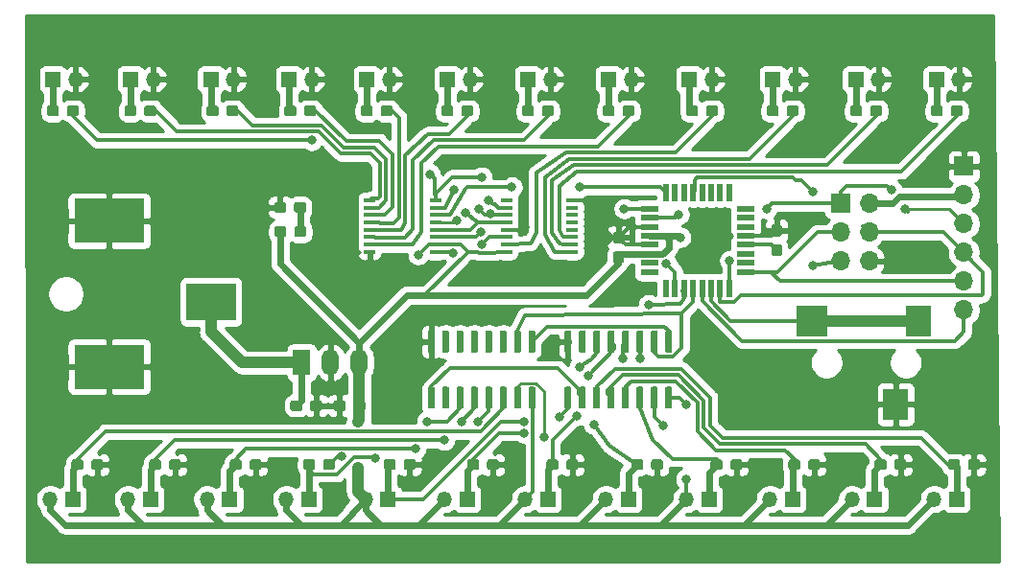
<source format=gbr>
G04 #@! TF.GenerationSoftware,KiCad,Pcbnew,5.1.5-52549c5~84~ubuntu18.04.1*
G04 #@! TF.CreationDate,2019-12-28T22:58:30-05:00*
G04 #@! TF.ProjectId,landfill_board_rev1,6c616e64-6669-46c6-9c5f-626f6172645f,rev?*
G04 #@! TF.SameCoordinates,Original*
G04 #@! TF.FileFunction,Copper,L1,Top*
G04 #@! TF.FilePolarity,Positive*
%FSLAX46Y46*%
G04 Gerber Fmt 4.6, Leading zero omitted, Abs format (unit mm)*
G04 Created by KiCad (PCBNEW 5.1.5-52549c5~84~ubuntu18.04.1) date 2019-12-28 22:58:30*
%MOMM*%
%LPD*%
G04 APERTURE LIST*
%ADD10R,1.000000X0.400000*%
%ADD11R,6.200000X3.900000*%
%ADD12R,4.400000X3.300000*%
%ADD13O,1.350000X1.350000*%
%ADD14R,1.350000X1.350000*%
%ADD15R,2.800000X2.800000*%
%ADD16R,2.200000X2.800000*%
%ADD17C,0.100000*%
%ADD18R,1.600000X0.550000*%
%ADD19R,0.550000X1.600000*%
%ADD20R,1.500000X2.300000*%
%ADD21O,1.500000X2.300000*%
%ADD22R,1.700000X1.700000*%
%ADD23O,1.700000X1.700000*%
%ADD24C,0.800000*%
%ADD25C,0.600000*%
%ADD26C,1.000000*%
%ADD27C,0.350000*%
%ADD28C,0.250000*%
%ADD29C,0.254000*%
G04 APERTURE END LIST*
D10*
X154131600Y-84596400D03*
X154131600Y-83946400D03*
X154131600Y-83296400D03*
X154131600Y-82646400D03*
X154131600Y-81996400D03*
X154131600Y-81346400D03*
X154131600Y-80696400D03*
X154131600Y-80046400D03*
X148331600Y-80046400D03*
X148331600Y-80696400D03*
X148331600Y-81346400D03*
X148331600Y-81996400D03*
X148331600Y-82646400D03*
X148331600Y-83296400D03*
X148331600Y-83946400D03*
X148331600Y-84596400D03*
D11*
X113284400Y-94765800D03*
X113284400Y-81865800D03*
D12*
X122284400Y-89015800D03*
D13*
X188283600Y-69367400D03*
D14*
X186283600Y-69367400D03*
D13*
X181171600Y-69367400D03*
D14*
X179171600Y-69367400D03*
D13*
X173837600Y-69367400D03*
D14*
X171837600Y-69367400D03*
D13*
X166471600Y-69367400D03*
D14*
X164471600Y-69367400D03*
D13*
X159359600Y-69367400D03*
D14*
X157359600Y-69367400D03*
D13*
X152247600Y-69367400D03*
D14*
X150247600Y-69367400D03*
D13*
X145135600Y-69367400D03*
D14*
X143135600Y-69367400D03*
D13*
X138023600Y-69367400D03*
D14*
X136023600Y-69367400D03*
D13*
X131165600Y-69367400D03*
D14*
X129165600Y-69367400D03*
D13*
X124275600Y-69367400D03*
D14*
X122275600Y-69367400D03*
D13*
X117195600Y-69367400D03*
D14*
X115195600Y-69367400D03*
D13*
X110337600Y-69367400D03*
D14*
X108337600Y-69367400D03*
D13*
X186061600Y-106451400D03*
D14*
X188061600Y-106451400D03*
D13*
X178822600Y-106451400D03*
D14*
X180822600Y-106451400D03*
D13*
X171583600Y-106451400D03*
D14*
X173583600Y-106451400D03*
D13*
X164217600Y-106451400D03*
D14*
X166217600Y-106451400D03*
D13*
X157105600Y-106451400D03*
D14*
X159105600Y-106451400D03*
D13*
X149993600Y-106451400D03*
D14*
X151993600Y-106451400D03*
D13*
X142881600Y-106451400D03*
D14*
X144881600Y-106451400D03*
D13*
X135896600Y-106451400D03*
D14*
X137896600Y-106451400D03*
D13*
X128911600Y-106451400D03*
D14*
X130911600Y-106451400D03*
D13*
X121926600Y-106451400D03*
D14*
X123926600Y-106451400D03*
D13*
X114941600Y-106451400D03*
D14*
X116941600Y-106451400D03*
D13*
X108083600Y-106451400D03*
D14*
X110083600Y-106451400D03*
D15*
X175276600Y-90686400D03*
D16*
X184676600Y-90686400D03*
X182676600Y-98086400D03*
G04 #@! TA.AperFunction,SMDPad,CuDef*
D17*
G36*
X158477379Y-82827544D02*
G01*
X158500434Y-82830963D01*
X158523043Y-82836627D01*
X158544987Y-82844479D01*
X158566057Y-82854444D01*
X158586048Y-82866426D01*
X158604768Y-82880310D01*
X158622038Y-82895962D01*
X158637690Y-82913232D01*
X158651574Y-82931952D01*
X158663556Y-82951943D01*
X158673521Y-82973013D01*
X158681373Y-82994957D01*
X158687037Y-83017566D01*
X158690456Y-83040621D01*
X158691600Y-83063900D01*
X158691600Y-83638900D01*
X158690456Y-83662179D01*
X158687037Y-83685234D01*
X158681373Y-83707843D01*
X158673521Y-83729787D01*
X158663556Y-83750857D01*
X158651574Y-83770848D01*
X158637690Y-83789568D01*
X158622038Y-83806838D01*
X158604768Y-83822490D01*
X158586048Y-83836374D01*
X158566057Y-83848356D01*
X158544987Y-83858321D01*
X158523043Y-83866173D01*
X158500434Y-83871837D01*
X158477379Y-83875256D01*
X158454100Y-83876400D01*
X157979100Y-83876400D01*
X157955821Y-83875256D01*
X157932766Y-83871837D01*
X157910157Y-83866173D01*
X157888213Y-83858321D01*
X157867143Y-83848356D01*
X157847152Y-83836374D01*
X157828432Y-83822490D01*
X157811162Y-83806838D01*
X157795510Y-83789568D01*
X157781626Y-83770848D01*
X157769644Y-83750857D01*
X157759679Y-83729787D01*
X157751827Y-83707843D01*
X157746163Y-83685234D01*
X157742744Y-83662179D01*
X157741600Y-83638900D01*
X157741600Y-83063900D01*
X157742744Y-83040621D01*
X157746163Y-83017566D01*
X157751827Y-82994957D01*
X157759679Y-82973013D01*
X157769644Y-82951943D01*
X157781626Y-82931952D01*
X157795510Y-82913232D01*
X157811162Y-82895962D01*
X157828432Y-82880310D01*
X157847152Y-82866426D01*
X157867143Y-82854444D01*
X157888213Y-82844479D01*
X157910157Y-82836627D01*
X157932766Y-82830963D01*
X157955821Y-82827544D01*
X157979100Y-82826400D01*
X158454100Y-82826400D01*
X158477379Y-82827544D01*
G37*
G04 #@! TD.AperFunction*
G04 #@! TA.AperFunction,SMDPad,CuDef*
G36*
X158477379Y-84577544D02*
G01*
X158500434Y-84580963D01*
X158523043Y-84586627D01*
X158544987Y-84594479D01*
X158566057Y-84604444D01*
X158586048Y-84616426D01*
X158604768Y-84630310D01*
X158622038Y-84645962D01*
X158637690Y-84663232D01*
X158651574Y-84681952D01*
X158663556Y-84701943D01*
X158673521Y-84723013D01*
X158681373Y-84744957D01*
X158687037Y-84767566D01*
X158690456Y-84790621D01*
X158691600Y-84813900D01*
X158691600Y-85388900D01*
X158690456Y-85412179D01*
X158687037Y-85435234D01*
X158681373Y-85457843D01*
X158673521Y-85479787D01*
X158663556Y-85500857D01*
X158651574Y-85520848D01*
X158637690Y-85539568D01*
X158622038Y-85556838D01*
X158604768Y-85572490D01*
X158586048Y-85586374D01*
X158566057Y-85598356D01*
X158544987Y-85608321D01*
X158523043Y-85616173D01*
X158500434Y-85621837D01*
X158477379Y-85625256D01*
X158454100Y-85626400D01*
X157979100Y-85626400D01*
X157955821Y-85625256D01*
X157932766Y-85621837D01*
X157910157Y-85616173D01*
X157888213Y-85608321D01*
X157867143Y-85598356D01*
X157847152Y-85586374D01*
X157828432Y-85572490D01*
X157811162Y-85556838D01*
X157795510Y-85539568D01*
X157781626Y-85520848D01*
X157769644Y-85500857D01*
X157759679Y-85479787D01*
X157751827Y-85457843D01*
X157746163Y-85435234D01*
X157742744Y-85412179D01*
X157741600Y-85388900D01*
X157741600Y-84813900D01*
X157742744Y-84790621D01*
X157746163Y-84767566D01*
X157751827Y-84744957D01*
X157759679Y-84723013D01*
X157769644Y-84701943D01*
X157781626Y-84681952D01*
X157795510Y-84663232D01*
X157811162Y-84645962D01*
X157828432Y-84630310D01*
X157847152Y-84616426D01*
X157867143Y-84604444D01*
X157888213Y-84594479D01*
X157910157Y-84586627D01*
X157932766Y-84580963D01*
X157955821Y-84577544D01*
X157979100Y-84576400D01*
X158454100Y-84576400D01*
X158477379Y-84577544D01*
G37*
G04 #@! TD.AperFunction*
G04 #@! TA.AperFunction,SMDPad,CuDef*
G36*
X172447379Y-83942544D02*
G01*
X172470434Y-83945963D01*
X172493043Y-83951627D01*
X172514987Y-83959479D01*
X172536057Y-83969444D01*
X172556048Y-83981426D01*
X172574768Y-83995310D01*
X172592038Y-84010962D01*
X172607690Y-84028232D01*
X172621574Y-84046952D01*
X172633556Y-84066943D01*
X172643521Y-84088013D01*
X172651373Y-84109957D01*
X172657037Y-84132566D01*
X172660456Y-84155621D01*
X172661600Y-84178900D01*
X172661600Y-84753900D01*
X172660456Y-84777179D01*
X172657037Y-84800234D01*
X172651373Y-84822843D01*
X172643521Y-84844787D01*
X172633556Y-84865857D01*
X172621574Y-84885848D01*
X172607690Y-84904568D01*
X172592038Y-84921838D01*
X172574768Y-84937490D01*
X172556048Y-84951374D01*
X172536057Y-84963356D01*
X172514987Y-84973321D01*
X172493043Y-84981173D01*
X172470434Y-84986837D01*
X172447379Y-84990256D01*
X172424100Y-84991400D01*
X171949100Y-84991400D01*
X171925821Y-84990256D01*
X171902766Y-84986837D01*
X171880157Y-84981173D01*
X171858213Y-84973321D01*
X171837143Y-84963356D01*
X171817152Y-84951374D01*
X171798432Y-84937490D01*
X171781162Y-84921838D01*
X171765510Y-84904568D01*
X171751626Y-84885848D01*
X171739644Y-84865857D01*
X171729679Y-84844787D01*
X171721827Y-84822843D01*
X171716163Y-84800234D01*
X171712744Y-84777179D01*
X171711600Y-84753900D01*
X171711600Y-84178900D01*
X171712744Y-84155621D01*
X171716163Y-84132566D01*
X171721827Y-84109957D01*
X171729679Y-84088013D01*
X171739644Y-84066943D01*
X171751626Y-84046952D01*
X171765510Y-84028232D01*
X171781162Y-84010962D01*
X171798432Y-83995310D01*
X171817152Y-83981426D01*
X171837143Y-83969444D01*
X171858213Y-83959479D01*
X171880157Y-83951627D01*
X171902766Y-83945963D01*
X171925821Y-83942544D01*
X171949100Y-83941400D01*
X172424100Y-83941400D01*
X172447379Y-83942544D01*
G37*
G04 #@! TD.AperFunction*
G04 #@! TA.AperFunction,SMDPad,CuDef*
G36*
X172447379Y-82192544D02*
G01*
X172470434Y-82195963D01*
X172493043Y-82201627D01*
X172514987Y-82209479D01*
X172536057Y-82219444D01*
X172556048Y-82231426D01*
X172574768Y-82245310D01*
X172592038Y-82260962D01*
X172607690Y-82278232D01*
X172621574Y-82296952D01*
X172633556Y-82316943D01*
X172643521Y-82338013D01*
X172651373Y-82359957D01*
X172657037Y-82382566D01*
X172660456Y-82405621D01*
X172661600Y-82428900D01*
X172661600Y-83003900D01*
X172660456Y-83027179D01*
X172657037Y-83050234D01*
X172651373Y-83072843D01*
X172643521Y-83094787D01*
X172633556Y-83115857D01*
X172621574Y-83135848D01*
X172607690Y-83154568D01*
X172592038Y-83171838D01*
X172574768Y-83187490D01*
X172556048Y-83201374D01*
X172536057Y-83213356D01*
X172514987Y-83223321D01*
X172493043Y-83231173D01*
X172470434Y-83236837D01*
X172447379Y-83240256D01*
X172424100Y-83241400D01*
X171949100Y-83241400D01*
X171925821Y-83240256D01*
X171902766Y-83236837D01*
X171880157Y-83231173D01*
X171858213Y-83223321D01*
X171837143Y-83213356D01*
X171817152Y-83201374D01*
X171798432Y-83187490D01*
X171781162Y-83171838D01*
X171765510Y-83154568D01*
X171751626Y-83135848D01*
X171739644Y-83115857D01*
X171729679Y-83094787D01*
X171721827Y-83072843D01*
X171716163Y-83050234D01*
X171712744Y-83027179D01*
X171711600Y-83003900D01*
X171711600Y-82428900D01*
X171712744Y-82405621D01*
X171716163Y-82382566D01*
X171721827Y-82359957D01*
X171729679Y-82338013D01*
X171739644Y-82316943D01*
X171751626Y-82296952D01*
X171765510Y-82278232D01*
X171781162Y-82260962D01*
X171798432Y-82245310D01*
X171817152Y-82231426D01*
X171837143Y-82219444D01*
X171858213Y-82209479D01*
X171880157Y-82201627D01*
X171902766Y-82195963D01*
X171925821Y-82192544D01*
X171949100Y-82191400D01*
X172424100Y-82191400D01*
X172447379Y-82192544D01*
G37*
G04 #@! TD.AperFunction*
G04 #@! TA.AperFunction,SMDPad,CuDef*
G36*
X130107379Y-97722544D02*
G01*
X130130434Y-97725963D01*
X130153043Y-97731627D01*
X130174987Y-97739479D01*
X130196057Y-97749444D01*
X130216048Y-97761426D01*
X130234768Y-97775310D01*
X130252038Y-97790962D01*
X130267690Y-97808232D01*
X130281574Y-97826952D01*
X130293556Y-97846943D01*
X130303521Y-97868013D01*
X130311373Y-97889957D01*
X130317037Y-97912566D01*
X130320456Y-97935621D01*
X130321600Y-97958900D01*
X130321600Y-98433900D01*
X130320456Y-98457179D01*
X130317037Y-98480234D01*
X130311373Y-98502843D01*
X130303521Y-98524787D01*
X130293556Y-98545857D01*
X130281574Y-98565848D01*
X130267690Y-98584568D01*
X130252038Y-98601838D01*
X130234768Y-98617490D01*
X130216048Y-98631374D01*
X130196057Y-98643356D01*
X130174987Y-98653321D01*
X130153043Y-98661173D01*
X130130434Y-98666837D01*
X130107379Y-98670256D01*
X130084100Y-98671400D01*
X129509100Y-98671400D01*
X129485821Y-98670256D01*
X129462766Y-98666837D01*
X129440157Y-98661173D01*
X129418213Y-98653321D01*
X129397143Y-98643356D01*
X129377152Y-98631374D01*
X129358432Y-98617490D01*
X129341162Y-98601838D01*
X129325510Y-98584568D01*
X129311626Y-98565848D01*
X129299644Y-98545857D01*
X129289679Y-98524787D01*
X129281827Y-98502843D01*
X129276163Y-98480234D01*
X129272744Y-98457179D01*
X129271600Y-98433900D01*
X129271600Y-97958900D01*
X129272744Y-97935621D01*
X129276163Y-97912566D01*
X129281827Y-97889957D01*
X129289679Y-97868013D01*
X129299644Y-97846943D01*
X129311626Y-97826952D01*
X129325510Y-97808232D01*
X129341162Y-97790962D01*
X129358432Y-97775310D01*
X129377152Y-97761426D01*
X129397143Y-97749444D01*
X129418213Y-97739479D01*
X129440157Y-97731627D01*
X129462766Y-97725963D01*
X129485821Y-97722544D01*
X129509100Y-97721400D01*
X130084100Y-97721400D01*
X130107379Y-97722544D01*
G37*
G04 #@! TD.AperFunction*
G04 #@! TA.AperFunction,SMDPad,CuDef*
G36*
X131857379Y-97722544D02*
G01*
X131880434Y-97725963D01*
X131903043Y-97731627D01*
X131924987Y-97739479D01*
X131946057Y-97749444D01*
X131966048Y-97761426D01*
X131984768Y-97775310D01*
X132002038Y-97790962D01*
X132017690Y-97808232D01*
X132031574Y-97826952D01*
X132043556Y-97846943D01*
X132053521Y-97868013D01*
X132061373Y-97889957D01*
X132067037Y-97912566D01*
X132070456Y-97935621D01*
X132071600Y-97958900D01*
X132071600Y-98433900D01*
X132070456Y-98457179D01*
X132067037Y-98480234D01*
X132061373Y-98502843D01*
X132053521Y-98524787D01*
X132043556Y-98545857D01*
X132031574Y-98565848D01*
X132017690Y-98584568D01*
X132002038Y-98601838D01*
X131984768Y-98617490D01*
X131966048Y-98631374D01*
X131946057Y-98643356D01*
X131924987Y-98653321D01*
X131903043Y-98661173D01*
X131880434Y-98666837D01*
X131857379Y-98670256D01*
X131834100Y-98671400D01*
X131259100Y-98671400D01*
X131235821Y-98670256D01*
X131212766Y-98666837D01*
X131190157Y-98661173D01*
X131168213Y-98653321D01*
X131147143Y-98643356D01*
X131127152Y-98631374D01*
X131108432Y-98617490D01*
X131091162Y-98601838D01*
X131075510Y-98584568D01*
X131061626Y-98565848D01*
X131049644Y-98545857D01*
X131039679Y-98524787D01*
X131031827Y-98502843D01*
X131026163Y-98480234D01*
X131022744Y-98457179D01*
X131021600Y-98433900D01*
X131021600Y-97958900D01*
X131022744Y-97935621D01*
X131026163Y-97912566D01*
X131031827Y-97889957D01*
X131039679Y-97868013D01*
X131049644Y-97846943D01*
X131061626Y-97826952D01*
X131075510Y-97808232D01*
X131091162Y-97790962D01*
X131108432Y-97775310D01*
X131127152Y-97761426D01*
X131147143Y-97749444D01*
X131168213Y-97739479D01*
X131190157Y-97731627D01*
X131212766Y-97725963D01*
X131235821Y-97722544D01*
X131259100Y-97721400D01*
X131834100Y-97721400D01*
X131857379Y-97722544D01*
G37*
G04 #@! TD.AperFunction*
G04 #@! TA.AperFunction,SMDPad,CuDef*
G36*
X133917379Y-97722544D02*
G01*
X133940434Y-97725963D01*
X133963043Y-97731627D01*
X133984987Y-97739479D01*
X134006057Y-97749444D01*
X134026048Y-97761426D01*
X134044768Y-97775310D01*
X134062038Y-97790962D01*
X134077690Y-97808232D01*
X134091574Y-97826952D01*
X134103556Y-97846943D01*
X134113521Y-97868013D01*
X134121373Y-97889957D01*
X134127037Y-97912566D01*
X134130456Y-97935621D01*
X134131600Y-97958900D01*
X134131600Y-98433900D01*
X134130456Y-98457179D01*
X134127037Y-98480234D01*
X134121373Y-98502843D01*
X134113521Y-98524787D01*
X134103556Y-98545857D01*
X134091574Y-98565848D01*
X134077690Y-98584568D01*
X134062038Y-98601838D01*
X134044768Y-98617490D01*
X134026048Y-98631374D01*
X134006057Y-98643356D01*
X133984987Y-98653321D01*
X133963043Y-98661173D01*
X133940434Y-98666837D01*
X133917379Y-98670256D01*
X133894100Y-98671400D01*
X133319100Y-98671400D01*
X133295821Y-98670256D01*
X133272766Y-98666837D01*
X133250157Y-98661173D01*
X133228213Y-98653321D01*
X133207143Y-98643356D01*
X133187152Y-98631374D01*
X133168432Y-98617490D01*
X133151162Y-98601838D01*
X133135510Y-98584568D01*
X133121626Y-98565848D01*
X133109644Y-98545857D01*
X133099679Y-98524787D01*
X133091827Y-98502843D01*
X133086163Y-98480234D01*
X133082744Y-98457179D01*
X133081600Y-98433900D01*
X133081600Y-97958900D01*
X133082744Y-97935621D01*
X133086163Y-97912566D01*
X133091827Y-97889957D01*
X133099679Y-97868013D01*
X133109644Y-97846943D01*
X133121626Y-97826952D01*
X133135510Y-97808232D01*
X133151162Y-97790962D01*
X133168432Y-97775310D01*
X133187152Y-97761426D01*
X133207143Y-97749444D01*
X133228213Y-97739479D01*
X133250157Y-97731627D01*
X133272766Y-97725963D01*
X133295821Y-97722544D01*
X133319100Y-97721400D01*
X133894100Y-97721400D01*
X133917379Y-97722544D01*
G37*
G04 #@! TD.AperFunction*
G04 #@! TA.AperFunction,SMDPad,CuDef*
G36*
X135667379Y-97722544D02*
G01*
X135690434Y-97725963D01*
X135713043Y-97731627D01*
X135734987Y-97739479D01*
X135756057Y-97749444D01*
X135776048Y-97761426D01*
X135794768Y-97775310D01*
X135812038Y-97790962D01*
X135827690Y-97808232D01*
X135841574Y-97826952D01*
X135853556Y-97846943D01*
X135863521Y-97868013D01*
X135871373Y-97889957D01*
X135877037Y-97912566D01*
X135880456Y-97935621D01*
X135881600Y-97958900D01*
X135881600Y-98433900D01*
X135880456Y-98457179D01*
X135877037Y-98480234D01*
X135871373Y-98502843D01*
X135863521Y-98524787D01*
X135853556Y-98545857D01*
X135841574Y-98565848D01*
X135827690Y-98584568D01*
X135812038Y-98601838D01*
X135794768Y-98617490D01*
X135776048Y-98631374D01*
X135756057Y-98643356D01*
X135734987Y-98653321D01*
X135713043Y-98661173D01*
X135690434Y-98666837D01*
X135667379Y-98670256D01*
X135644100Y-98671400D01*
X135069100Y-98671400D01*
X135045821Y-98670256D01*
X135022766Y-98666837D01*
X135000157Y-98661173D01*
X134978213Y-98653321D01*
X134957143Y-98643356D01*
X134937152Y-98631374D01*
X134918432Y-98617490D01*
X134901162Y-98601838D01*
X134885510Y-98584568D01*
X134871626Y-98565848D01*
X134859644Y-98545857D01*
X134849679Y-98524787D01*
X134841827Y-98502843D01*
X134836163Y-98480234D01*
X134832744Y-98457179D01*
X134831600Y-98433900D01*
X134831600Y-97958900D01*
X134832744Y-97935621D01*
X134836163Y-97912566D01*
X134841827Y-97889957D01*
X134849679Y-97868013D01*
X134859644Y-97846943D01*
X134871626Y-97826952D01*
X134885510Y-97808232D01*
X134901162Y-97790962D01*
X134918432Y-97775310D01*
X134937152Y-97761426D01*
X134957143Y-97749444D01*
X134978213Y-97739479D01*
X135000157Y-97731627D01*
X135022766Y-97725963D01*
X135045821Y-97722544D01*
X135069100Y-97721400D01*
X135644100Y-97721400D01*
X135667379Y-97722544D01*
G37*
G04 #@! TD.AperFunction*
G04 #@! TA.AperFunction,SMDPad,CuDef*
G36*
X128696379Y-80196544D02*
G01*
X128719434Y-80199963D01*
X128742043Y-80205627D01*
X128763987Y-80213479D01*
X128785057Y-80223444D01*
X128805048Y-80235426D01*
X128823768Y-80249310D01*
X128841038Y-80264962D01*
X128856690Y-80282232D01*
X128870574Y-80300952D01*
X128882556Y-80320943D01*
X128892521Y-80342013D01*
X128900373Y-80363957D01*
X128906037Y-80386566D01*
X128909456Y-80409621D01*
X128910600Y-80432900D01*
X128910600Y-80907900D01*
X128909456Y-80931179D01*
X128906037Y-80954234D01*
X128900373Y-80976843D01*
X128892521Y-80998787D01*
X128882556Y-81019857D01*
X128870574Y-81039848D01*
X128856690Y-81058568D01*
X128841038Y-81075838D01*
X128823768Y-81091490D01*
X128805048Y-81105374D01*
X128785057Y-81117356D01*
X128763987Y-81127321D01*
X128742043Y-81135173D01*
X128719434Y-81140837D01*
X128696379Y-81144256D01*
X128673100Y-81145400D01*
X128098100Y-81145400D01*
X128074821Y-81144256D01*
X128051766Y-81140837D01*
X128029157Y-81135173D01*
X128007213Y-81127321D01*
X127986143Y-81117356D01*
X127966152Y-81105374D01*
X127947432Y-81091490D01*
X127930162Y-81075838D01*
X127914510Y-81058568D01*
X127900626Y-81039848D01*
X127888644Y-81019857D01*
X127878679Y-80998787D01*
X127870827Y-80976843D01*
X127865163Y-80954234D01*
X127861744Y-80931179D01*
X127860600Y-80907900D01*
X127860600Y-80432900D01*
X127861744Y-80409621D01*
X127865163Y-80386566D01*
X127870827Y-80363957D01*
X127878679Y-80342013D01*
X127888644Y-80320943D01*
X127900626Y-80300952D01*
X127914510Y-80282232D01*
X127930162Y-80264962D01*
X127947432Y-80249310D01*
X127966152Y-80235426D01*
X127986143Y-80223444D01*
X128007213Y-80213479D01*
X128029157Y-80205627D01*
X128051766Y-80199963D01*
X128074821Y-80196544D01*
X128098100Y-80195400D01*
X128673100Y-80195400D01*
X128696379Y-80196544D01*
G37*
G04 #@! TD.AperFunction*
G04 #@! TA.AperFunction,SMDPad,CuDef*
G36*
X130446379Y-80196544D02*
G01*
X130469434Y-80199963D01*
X130492043Y-80205627D01*
X130513987Y-80213479D01*
X130535057Y-80223444D01*
X130555048Y-80235426D01*
X130573768Y-80249310D01*
X130591038Y-80264962D01*
X130606690Y-80282232D01*
X130620574Y-80300952D01*
X130632556Y-80320943D01*
X130642521Y-80342013D01*
X130650373Y-80363957D01*
X130656037Y-80386566D01*
X130659456Y-80409621D01*
X130660600Y-80432900D01*
X130660600Y-80907900D01*
X130659456Y-80931179D01*
X130656037Y-80954234D01*
X130650373Y-80976843D01*
X130642521Y-80998787D01*
X130632556Y-81019857D01*
X130620574Y-81039848D01*
X130606690Y-81058568D01*
X130591038Y-81075838D01*
X130573768Y-81091490D01*
X130555048Y-81105374D01*
X130535057Y-81117356D01*
X130513987Y-81127321D01*
X130492043Y-81135173D01*
X130469434Y-81140837D01*
X130446379Y-81144256D01*
X130423100Y-81145400D01*
X129848100Y-81145400D01*
X129824821Y-81144256D01*
X129801766Y-81140837D01*
X129779157Y-81135173D01*
X129757213Y-81127321D01*
X129736143Y-81117356D01*
X129716152Y-81105374D01*
X129697432Y-81091490D01*
X129680162Y-81075838D01*
X129664510Y-81058568D01*
X129650626Y-81039848D01*
X129638644Y-81019857D01*
X129628679Y-80998787D01*
X129620827Y-80976843D01*
X129615163Y-80954234D01*
X129611744Y-80931179D01*
X129610600Y-80907900D01*
X129610600Y-80432900D01*
X129611744Y-80409621D01*
X129615163Y-80386566D01*
X129620827Y-80363957D01*
X129628679Y-80342013D01*
X129638644Y-80320943D01*
X129650626Y-80300952D01*
X129664510Y-80282232D01*
X129680162Y-80264962D01*
X129697432Y-80249310D01*
X129716152Y-80235426D01*
X129736143Y-80223444D01*
X129757213Y-80213479D01*
X129779157Y-80205627D01*
X129801766Y-80199963D01*
X129824821Y-80196544D01*
X129848100Y-80195400D01*
X130423100Y-80195400D01*
X130446379Y-80196544D01*
G37*
G04 #@! TD.AperFunction*
G04 #@! TA.AperFunction,SMDPad,CuDef*
G36*
X112553379Y-102929544D02*
G01*
X112576434Y-102932963D01*
X112599043Y-102938627D01*
X112620987Y-102946479D01*
X112642057Y-102956444D01*
X112662048Y-102968426D01*
X112680768Y-102982310D01*
X112698038Y-102997962D01*
X112713690Y-103015232D01*
X112727574Y-103033952D01*
X112739556Y-103053943D01*
X112749521Y-103075013D01*
X112757373Y-103096957D01*
X112763037Y-103119566D01*
X112766456Y-103142621D01*
X112767600Y-103165900D01*
X112767600Y-103640900D01*
X112766456Y-103664179D01*
X112763037Y-103687234D01*
X112757373Y-103709843D01*
X112749521Y-103731787D01*
X112739556Y-103752857D01*
X112727574Y-103772848D01*
X112713690Y-103791568D01*
X112698038Y-103808838D01*
X112680768Y-103824490D01*
X112662048Y-103838374D01*
X112642057Y-103850356D01*
X112620987Y-103860321D01*
X112599043Y-103868173D01*
X112576434Y-103873837D01*
X112553379Y-103877256D01*
X112530100Y-103878400D01*
X111955100Y-103878400D01*
X111931821Y-103877256D01*
X111908766Y-103873837D01*
X111886157Y-103868173D01*
X111864213Y-103860321D01*
X111843143Y-103850356D01*
X111823152Y-103838374D01*
X111804432Y-103824490D01*
X111787162Y-103808838D01*
X111771510Y-103791568D01*
X111757626Y-103772848D01*
X111745644Y-103752857D01*
X111735679Y-103731787D01*
X111727827Y-103709843D01*
X111722163Y-103687234D01*
X111718744Y-103664179D01*
X111717600Y-103640900D01*
X111717600Y-103165900D01*
X111718744Y-103142621D01*
X111722163Y-103119566D01*
X111727827Y-103096957D01*
X111735679Y-103075013D01*
X111745644Y-103053943D01*
X111757626Y-103033952D01*
X111771510Y-103015232D01*
X111787162Y-102997962D01*
X111804432Y-102982310D01*
X111823152Y-102968426D01*
X111843143Y-102956444D01*
X111864213Y-102946479D01*
X111886157Y-102938627D01*
X111908766Y-102932963D01*
X111931821Y-102929544D01*
X111955100Y-102928400D01*
X112530100Y-102928400D01*
X112553379Y-102929544D01*
G37*
G04 #@! TD.AperFunction*
G04 #@! TA.AperFunction,SMDPad,CuDef*
G36*
X110803379Y-102929544D02*
G01*
X110826434Y-102932963D01*
X110849043Y-102938627D01*
X110870987Y-102946479D01*
X110892057Y-102956444D01*
X110912048Y-102968426D01*
X110930768Y-102982310D01*
X110948038Y-102997962D01*
X110963690Y-103015232D01*
X110977574Y-103033952D01*
X110989556Y-103053943D01*
X110999521Y-103075013D01*
X111007373Y-103096957D01*
X111013037Y-103119566D01*
X111016456Y-103142621D01*
X111017600Y-103165900D01*
X111017600Y-103640900D01*
X111016456Y-103664179D01*
X111013037Y-103687234D01*
X111007373Y-103709843D01*
X110999521Y-103731787D01*
X110989556Y-103752857D01*
X110977574Y-103772848D01*
X110963690Y-103791568D01*
X110948038Y-103808838D01*
X110930768Y-103824490D01*
X110912048Y-103838374D01*
X110892057Y-103850356D01*
X110870987Y-103860321D01*
X110849043Y-103868173D01*
X110826434Y-103873837D01*
X110803379Y-103877256D01*
X110780100Y-103878400D01*
X110205100Y-103878400D01*
X110181821Y-103877256D01*
X110158766Y-103873837D01*
X110136157Y-103868173D01*
X110114213Y-103860321D01*
X110093143Y-103850356D01*
X110073152Y-103838374D01*
X110054432Y-103824490D01*
X110037162Y-103808838D01*
X110021510Y-103791568D01*
X110007626Y-103772848D01*
X109995644Y-103752857D01*
X109985679Y-103731787D01*
X109977827Y-103709843D01*
X109972163Y-103687234D01*
X109968744Y-103664179D01*
X109967600Y-103640900D01*
X109967600Y-103165900D01*
X109968744Y-103142621D01*
X109972163Y-103119566D01*
X109977827Y-103096957D01*
X109985679Y-103075013D01*
X109995644Y-103053943D01*
X110007626Y-103033952D01*
X110021510Y-103015232D01*
X110037162Y-102997962D01*
X110054432Y-102982310D01*
X110073152Y-102968426D01*
X110093143Y-102956444D01*
X110114213Y-102946479D01*
X110136157Y-102938627D01*
X110158766Y-102932963D01*
X110181821Y-102929544D01*
X110205100Y-102928400D01*
X110780100Y-102928400D01*
X110803379Y-102929544D01*
G37*
G04 #@! TD.AperFunction*
G04 #@! TA.AperFunction,SMDPad,CuDef*
G36*
X119411379Y-102929544D02*
G01*
X119434434Y-102932963D01*
X119457043Y-102938627D01*
X119478987Y-102946479D01*
X119500057Y-102956444D01*
X119520048Y-102968426D01*
X119538768Y-102982310D01*
X119556038Y-102997962D01*
X119571690Y-103015232D01*
X119585574Y-103033952D01*
X119597556Y-103053943D01*
X119607521Y-103075013D01*
X119615373Y-103096957D01*
X119621037Y-103119566D01*
X119624456Y-103142621D01*
X119625600Y-103165900D01*
X119625600Y-103640900D01*
X119624456Y-103664179D01*
X119621037Y-103687234D01*
X119615373Y-103709843D01*
X119607521Y-103731787D01*
X119597556Y-103752857D01*
X119585574Y-103772848D01*
X119571690Y-103791568D01*
X119556038Y-103808838D01*
X119538768Y-103824490D01*
X119520048Y-103838374D01*
X119500057Y-103850356D01*
X119478987Y-103860321D01*
X119457043Y-103868173D01*
X119434434Y-103873837D01*
X119411379Y-103877256D01*
X119388100Y-103878400D01*
X118813100Y-103878400D01*
X118789821Y-103877256D01*
X118766766Y-103873837D01*
X118744157Y-103868173D01*
X118722213Y-103860321D01*
X118701143Y-103850356D01*
X118681152Y-103838374D01*
X118662432Y-103824490D01*
X118645162Y-103808838D01*
X118629510Y-103791568D01*
X118615626Y-103772848D01*
X118603644Y-103752857D01*
X118593679Y-103731787D01*
X118585827Y-103709843D01*
X118580163Y-103687234D01*
X118576744Y-103664179D01*
X118575600Y-103640900D01*
X118575600Y-103165900D01*
X118576744Y-103142621D01*
X118580163Y-103119566D01*
X118585827Y-103096957D01*
X118593679Y-103075013D01*
X118603644Y-103053943D01*
X118615626Y-103033952D01*
X118629510Y-103015232D01*
X118645162Y-102997962D01*
X118662432Y-102982310D01*
X118681152Y-102968426D01*
X118701143Y-102956444D01*
X118722213Y-102946479D01*
X118744157Y-102938627D01*
X118766766Y-102932963D01*
X118789821Y-102929544D01*
X118813100Y-102928400D01*
X119388100Y-102928400D01*
X119411379Y-102929544D01*
G37*
G04 #@! TD.AperFunction*
G04 #@! TA.AperFunction,SMDPad,CuDef*
G36*
X117661379Y-102929544D02*
G01*
X117684434Y-102932963D01*
X117707043Y-102938627D01*
X117728987Y-102946479D01*
X117750057Y-102956444D01*
X117770048Y-102968426D01*
X117788768Y-102982310D01*
X117806038Y-102997962D01*
X117821690Y-103015232D01*
X117835574Y-103033952D01*
X117847556Y-103053943D01*
X117857521Y-103075013D01*
X117865373Y-103096957D01*
X117871037Y-103119566D01*
X117874456Y-103142621D01*
X117875600Y-103165900D01*
X117875600Y-103640900D01*
X117874456Y-103664179D01*
X117871037Y-103687234D01*
X117865373Y-103709843D01*
X117857521Y-103731787D01*
X117847556Y-103752857D01*
X117835574Y-103772848D01*
X117821690Y-103791568D01*
X117806038Y-103808838D01*
X117788768Y-103824490D01*
X117770048Y-103838374D01*
X117750057Y-103850356D01*
X117728987Y-103860321D01*
X117707043Y-103868173D01*
X117684434Y-103873837D01*
X117661379Y-103877256D01*
X117638100Y-103878400D01*
X117063100Y-103878400D01*
X117039821Y-103877256D01*
X117016766Y-103873837D01*
X116994157Y-103868173D01*
X116972213Y-103860321D01*
X116951143Y-103850356D01*
X116931152Y-103838374D01*
X116912432Y-103824490D01*
X116895162Y-103808838D01*
X116879510Y-103791568D01*
X116865626Y-103772848D01*
X116853644Y-103752857D01*
X116843679Y-103731787D01*
X116835827Y-103709843D01*
X116830163Y-103687234D01*
X116826744Y-103664179D01*
X116825600Y-103640900D01*
X116825600Y-103165900D01*
X116826744Y-103142621D01*
X116830163Y-103119566D01*
X116835827Y-103096957D01*
X116843679Y-103075013D01*
X116853644Y-103053943D01*
X116865626Y-103033952D01*
X116879510Y-103015232D01*
X116895162Y-102997962D01*
X116912432Y-102982310D01*
X116931152Y-102968426D01*
X116951143Y-102956444D01*
X116972213Y-102946479D01*
X116994157Y-102938627D01*
X117016766Y-102932963D01*
X117039821Y-102929544D01*
X117063100Y-102928400D01*
X117638100Y-102928400D01*
X117661379Y-102929544D01*
G37*
G04 #@! TD.AperFunction*
G04 #@! TA.AperFunction,SMDPad,CuDef*
G36*
X126523379Y-102929544D02*
G01*
X126546434Y-102932963D01*
X126569043Y-102938627D01*
X126590987Y-102946479D01*
X126612057Y-102956444D01*
X126632048Y-102968426D01*
X126650768Y-102982310D01*
X126668038Y-102997962D01*
X126683690Y-103015232D01*
X126697574Y-103033952D01*
X126709556Y-103053943D01*
X126719521Y-103075013D01*
X126727373Y-103096957D01*
X126733037Y-103119566D01*
X126736456Y-103142621D01*
X126737600Y-103165900D01*
X126737600Y-103640900D01*
X126736456Y-103664179D01*
X126733037Y-103687234D01*
X126727373Y-103709843D01*
X126719521Y-103731787D01*
X126709556Y-103752857D01*
X126697574Y-103772848D01*
X126683690Y-103791568D01*
X126668038Y-103808838D01*
X126650768Y-103824490D01*
X126632048Y-103838374D01*
X126612057Y-103850356D01*
X126590987Y-103860321D01*
X126569043Y-103868173D01*
X126546434Y-103873837D01*
X126523379Y-103877256D01*
X126500100Y-103878400D01*
X125925100Y-103878400D01*
X125901821Y-103877256D01*
X125878766Y-103873837D01*
X125856157Y-103868173D01*
X125834213Y-103860321D01*
X125813143Y-103850356D01*
X125793152Y-103838374D01*
X125774432Y-103824490D01*
X125757162Y-103808838D01*
X125741510Y-103791568D01*
X125727626Y-103772848D01*
X125715644Y-103752857D01*
X125705679Y-103731787D01*
X125697827Y-103709843D01*
X125692163Y-103687234D01*
X125688744Y-103664179D01*
X125687600Y-103640900D01*
X125687600Y-103165900D01*
X125688744Y-103142621D01*
X125692163Y-103119566D01*
X125697827Y-103096957D01*
X125705679Y-103075013D01*
X125715644Y-103053943D01*
X125727626Y-103033952D01*
X125741510Y-103015232D01*
X125757162Y-102997962D01*
X125774432Y-102982310D01*
X125793152Y-102968426D01*
X125813143Y-102956444D01*
X125834213Y-102946479D01*
X125856157Y-102938627D01*
X125878766Y-102932963D01*
X125901821Y-102929544D01*
X125925100Y-102928400D01*
X126500100Y-102928400D01*
X126523379Y-102929544D01*
G37*
G04 #@! TD.AperFunction*
G04 #@! TA.AperFunction,SMDPad,CuDef*
G36*
X124773379Y-102929544D02*
G01*
X124796434Y-102932963D01*
X124819043Y-102938627D01*
X124840987Y-102946479D01*
X124862057Y-102956444D01*
X124882048Y-102968426D01*
X124900768Y-102982310D01*
X124918038Y-102997962D01*
X124933690Y-103015232D01*
X124947574Y-103033952D01*
X124959556Y-103053943D01*
X124969521Y-103075013D01*
X124977373Y-103096957D01*
X124983037Y-103119566D01*
X124986456Y-103142621D01*
X124987600Y-103165900D01*
X124987600Y-103640900D01*
X124986456Y-103664179D01*
X124983037Y-103687234D01*
X124977373Y-103709843D01*
X124969521Y-103731787D01*
X124959556Y-103752857D01*
X124947574Y-103772848D01*
X124933690Y-103791568D01*
X124918038Y-103808838D01*
X124900768Y-103824490D01*
X124882048Y-103838374D01*
X124862057Y-103850356D01*
X124840987Y-103860321D01*
X124819043Y-103868173D01*
X124796434Y-103873837D01*
X124773379Y-103877256D01*
X124750100Y-103878400D01*
X124175100Y-103878400D01*
X124151821Y-103877256D01*
X124128766Y-103873837D01*
X124106157Y-103868173D01*
X124084213Y-103860321D01*
X124063143Y-103850356D01*
X124043152Y-103838374D01*
X124024432Y-103824490D01*
X124007162Y-103808838D01*
X123991510Y-103791568D01*
X123977626Y-103772848D01*
X123965644Y-103752857D01*
X123955679Y-103731787D01*
X123947827Y-103709843D01*
X123942163Y-103687234D01*
X123938744Y-103664179D01*
X123937600Y-103640900D01*
X123937600Y-103165900D01*
X123938744Y-103142621D01*
X123942163Y-103119566D01*
X123947827Y-103096957D01*
X123955679Y-103075013D01*
X123965644Y-103053943D01*
X123977626Y-103033952D01*
X123991510Y-103015232D01*
X124007162Y-102997962D01*
X124024432Y-102982310D01*
X124043152Y-102968426D01*
X124063143Y-102956444D01*
X124084213Y-102946479D01*
X124106157Y-102938627D01*
X124128766Y-102932963D01*
X124151821Y-102929544D01*
X124175100Y-102928400D01*
X124750100Y-102928400D01*
X124773379Y-102929544D01*
G37*
G04 #@! TD.AperFunction*
G04 #@! TA.AperFunction,SMDPad,CuDef*
G36*
X133000379Y-102929544D02*
G01*
X133023434Y-102932963D01*
X133046043Y-102938627D01*
X133067987Y-102946479D01*
X133089057Y-102956444D01*
X133109048Y-102968426D01*
X133127768Y-102982310D01*
X133145038Y-102997962D01*
X133160690Y-103015232D01*
X133174574Y-103033952D01*
X133186556Y-103053943D01*
X133196521Y-103075013D01*
X133204373Y-103096957D01*
X133210037Y-103119566D01*
X133213456Y-103142621D01*
X133214600Y-103165900D01*
X133214600Y-103640900D01*
X133213456Y-103664179D01*
X133210037Y-103687234D01*
X133204373Y-103709843D01*
X133196521Y-103731787D01*
X133186556Y-103752857D01*
X133174574Y-103772848D01*
X133160690Y-103791568D01*
X133145038Y-103808838D01*
X133127768Y-103824490D01*
X133109048Y-103838374D01*
X133089057Y-103850356D01*
X133067987Y-103860321D01*
X133046043Y-103868173D01*
X133023434Y-103873837D01*
X133000379Y-103877256D01*
X132977100Y-103878400D01*
X132402100Y-103878400D01*
X132378821Y-103877256D01*
X132355766Y-103873837D01*
X132333157Y-103868173D01*
X132311213Y-103860321D01*
X132290143Y-103850356D01*
X132270152Y-103838374D01*
X132251432Y-103824490D01*
X132234162Y-103808838D01*
X132218510Y-103791568D01*
X132204626Y-103772848D01*
X132192644Y-103752857D01*
X132182679Y-103731787D01*
X132174827Y-103709843D01*
X132169163Y-103687234D01*
X132165744Y-103664179D01*
X132164600Y-103640900D01*
X132164600Y-103165900D01*
X132165744Y-103142621D01*
X132169163Y-103119566D01*
X132174827Y-103096957D01*
X132182679Y-103075013D01*
X132192644Y-103053943D01*
X132204626Y-103033952D01*
X132218510Y-103015232D01*
X132234162Y-102997962D01*
X132251432Y-102982310D01*
X132270152Y-102968426D01*
X132290143Y-102956444D01*
X132311213Y-102946479D01*
X132333157Y-102938627D01*
X132355766Y-102932963D01*
X132378821Y-102929544D01*
X132402100Y-102928400D01*
X132977100Y-102928400D01*
X133000379Y-102929544D01*
G37*
G04 #@! TD.AperFunction*
G04 #@! TA.AperFunction,SMDPad,CuDef*
G36*
X131250379Y-102929544D02*
G01*
X131273434Y-102932963D01*
X131296043Y-102938627D01*
X131317987Y-102946479D01*
X131339057Y-102956444D01*
X131359048Y-102968426D01*
X131377768Y-102982310D01*
X131395038Y-102997962D01*
X131410690Y-103015232D01*
X131424574Y-103033952D01*
X131436556Y-103053943D01*
X131446521Y-103075013D01*
X131454373Y-103096957D01*
X131460037Y-103119566D01*
X131463456Y-103142621D01*
X131464600Y-103165900D01*
X131464600Y-103640900D01*
X131463456Y-103664179D01*
X131460037Y-103687234D01*
X131454373Y-103709843D01*
X131446521Y-103731787D01*
X131436556Y-103752857D01*
X131424574Y-103772848D01*
X131410690Y-103791568D01*
X131395038Y-103808838D01*
X131377768Y-103824490D01*
X131359048Y-103838374D01*
X131339057Y-103850356D01*
X131317987Y-103860321D01*
X131296043Y-103868173D01*
X131273434Y-103873837D01*
X131250379Y-103877256D01*
X131227100Y-103878400D01*
X130652100Y-103878400D01*
X130628821Y-103877256D01*
X130605766Y-103873837D01*
X130583157Y-103868173D01*
X130561213Y-103860321D01*
X130540143Y-103850356D01*
X130520152Y-103838374D01*
X130501432Y-103824490D01*
X130484162Y-103808838D01*
X130468510Y-103791568D01*
X130454626Y-103772848D01*
X130442644Y-103752857D01*
X130432679Y-103731787D01*
X130424827Y-103709843D01*
X130419163Y-103687234D01*
X130415744Y-103664179D01*
X130414600Y-103640900D01*
X130414600Y-103165900D01*
X130415744Y-103142621D01*
X130419163Y-103119566D01*
X130424827Y-103096957D01*
X130432679Y-103075013D01*
X130442644Y-103053943D01*
X130454626Y-103033952D01*
X130468510Y-103015232D01*
X130484162Y-102997962D01*
X130501432Y-102982310D01*
X130520152Y-102968426D01*
X130540143Y-102956444D01*
X130561213Y-102946479D01*
X130583157Y-102938627D01*
X130605766Y-102932963D01*
X130628821Y-102929544D01*
X130652100Y-102928400D01*
X131227100Y-102928400D01*
X131250379Y-102929544D01*
G37*
G04 #@! TD.AperFunction*
G04 #@! TA.AperFunction,SMDPad,CuDef*
G36*
X140112379Y-102929544D02*
G01*
X140135434Y-102932963D01*
X140158043Y-102938627D01*
X140179987Y-102946479D01*
X140201057Y-102956444D01*
X140221048Y-102968426D01*
X140239768Y-102982310D01*
X140257038Y-102997962D01*
X140272690Y-103015232D01*
X140286574Y-103033952D01*
X140298556Y-103053943D01*
X140308521Y-103075013D01*
X140316373Y-103096957D01*
X140322037Y-103119566D01*
X140325456Y-103142621D01*
X140326600Y-103165900D01*
X140326600Y-103640900D01*
X140325456Y-103664179D01*
X140322037Y-103687234D01*
X140316373Y-103709843D01*
X140308521Y-103731787D01*
X140298556Y-103752857D01*
X140286574Y-103772848D01*
X140272690Y-103791568D01*
X140257038Y-103808838D01*
X140239768Y-103824490D01*
X140221048Y-103838374D01*
X140201057Y-103850356D01*
X140179987Y-103860321D01*
X140158043Y-103868173D01*
X140135434Y-103873837D01*
X140112379Y-103877256D01*
X140089100Y-103878400D01*
X139514100Y-103878400D01*
X139490821Y-103877256D01*
X139467766Y-103873837D01*
X139445157Y-103868173D01*
X139423213Y-103860321D01*
X139402143Y-103850356D01*
X139382152Y-103838374D01*
X139363432Y-103824490D01*
X139346162Y-103808838D01*
X139330510Y-103791568D01*
X139316626Y-103772848D01*
X139304644Y-103752857D01*
X139294679Y-103731787D01*
X139286827Y-103709843D01*
X139281163Y-103687234D01*
X139277744Y-103664179D01*
X139276600Y-103640900D01*
X139276600Y-103165900D01*
X139277744Y-103142621D01*
X139281163Y-103119566D01*
X139286827Y-103096957D01*
X139294679Y-103075013D01*
X139304644Y-103053943D01*
X139316626Y-103033952D01*
X139330510Y-103015232D01*
X139346162Y-102997962D01*
X139363432Y-102982310D01*
X139382152Y-102968426D01*
X139402143Y-102956444D01*
X139423213Y-102946479D01*
X139445157Y-102938627D01*
X139467766Y-102932963D01*
X139490821Y-102929544D01*
X139514100Y-102928400D01*
X140089100Y-102928400D01*
X140112379Y-102929544D01*
G37*
G04 #@! TD.AperFunction*
G04 #@! TA.AperFunction,SMDPad,CuDef*
G36*
X138362379Y-102929544D02*
G01*
X138385434Y-102932963D01*
X138408043Y-102938627D01*
X138429987Y-102946479D01*
X138451057Y-102956444D01*
X138471048Y-102968426D01*
X138489768Y-102982310D01*
X138507038Y-102997962D01*
X138522690Y-103015232D01*
X138536574Y-103033952D01*
X138548556Y-103053943D01*
X138558521Y-103075013D01*
X138566373Y-103096957D01*
X138572037Y-103119566D01*
X138575456Y-103142621D01*
X138576600Y-103165900D01*
X138576600Y-103640900D01*
X138575456Y-103664179D01*
X138572037Y-103687234D01*
X138566373Y-103709843D01*
X138558521Y-103731787D01*
X138548556Y-103752857D01*
X138536574Y-103772848D01*
X138522690Y-103791568D01*
X138507038Y-103808838D01*
X138489768Y-103824490D01*
X138471048Y-103838374D01*
X138451057Y-103850356D01*
X138429987Y-103860321D01*
X138408043Y-103868173D01*
X138385434Y-103873837D01*
X138362379Y-103877256D01*
X138339100Y-103878400D01*
X137764100Y-103878400D01*
X137740821Y-103877256D01*
X137717766Y-103873837D01*
X137695157Y-103868173D01*
X137673213Y-103860321D01*
X137652143Y-103850356D01*
X137632152Y-103838374D01*
X137613432Y-103824490D01*
X137596162Y-103808838D01*
X137580510Y-103791568D01*
X137566626Y-103772848D01*
X137554644Y-103752857D01*
X137544679Y-103731787D01*
X137536827Y-103709843D01*
X137531163Y-103687234D01*
X137527744Y-103664179D01*
X137526600Y-103640900D01*
X137526600Y-103165900D01*
X137527744Y-103142621D01*
X137531163Y-103119566D01*
X137536827Y-103096957D01*
X137544679Y-103075013D01*
X137554644Y-103053943D01*
X137566626Y-103033952D01*
X137580510Y-103015232D01*
X137596162Y-102997962D01*
X137613432Y-102982310D01*
X137632152Y-102968426D01*
X137652143Y-102956444D01*
X137673213Y-102946479D01*
X137695157Y-102938627D01*
X137717766Y-102932963D01*
X137740821Y-102929544D01*
X137764100Y-102928400D01*
X138339100Y-102928400D01*
X138362379Y-102929544D01*
G37*
G04 #@! TD.AperFunction*
G04 #@! TA.AperFunction,SMDPad,CuDef*
G36*
X147464379Y-102929544D02*
G01*
X147487434Y-102932963D01*
X147510043Y-102938627D01*
X147531987Y-102946479D01*
X147553057Y-102956444D01*
X147573048Y-102968426D01*
X147591768Y-102982310D01*
X147609038Y-102997962D01*
X147624690Y-103015232D01*
X147638574Y-103033952D01*
X147650556Y-103053943D01*
X147660521Y-103075013D01*
X147668373Y-103096957D01*
X147674037Y-103119566D01*
X147677456Y-103142621D01*
X147678600Y-103165900D01*
X147678600Y-103640900D01*
X147677456Y-103664179D01*
X147674037Y-103687234D01*
X147668373Y-103709843D01*
X147660521Y-103731787D01*
X147650556Y-103752857D01*
X147638574Y-103772848D01*
X147624690Y-103791568D01*
X147609038Y-103808838D01*
X147591768Y-103824490D01*
X147573048Y-103838374D01*
X147553057Y-103850356D01*
X147531987Y-103860321D01*
X147510043Y-103868173D01*
X147487434Y-103873837D01*
X147464379Y-103877256D01*
X147441100Y-103878400D01*
X146866100Y-103878400D01*
X146842821Y-103877256D01*
X146819766Y-103873837D01*
X146797157Y-103868173D01*
X146775213Y-103860321D01*
X146754143Y-103850356D01*
X146734152Y-103838374D01*
X146715432Y-103824490D01*
X146698162Y-103808838D01*
X146682510Y-103791568D01*
X146668626Y-103772848D01*
X146656644Y-103752857D01*
X146646679Y-103731787D01*
X146638827Y-103709843D01*
X146633163Y-103687234D01*
X146629744Y-103664179D01*
X146628600Y-103640900D01*
X146628600Y-103165900D01*
X146629744Y-103142621D01*
X146633163Y-103119566D01*
X146638827Y-103096957D01*
X146646679Y-103075013D01*
X146656644Y-103053943D01*
X146668626Y-103033952D01*
X146682510Y-103015232D01*
X146698162Y-102997962D01*
X146715432Y-102982310D01*
X146734152Y-102968426D01*
X146754143Y-102956444D01*
X146775213Y-102946479D01*
X146797157Y-102938627D01*
X146819766Y-102932963D01*
X146842821Y-102929544D01*
X146866100Y-102928400D01*
X147441100Y-102928400D01*
X147464379Y-102929544D01*
G37*
G04 #@! TD.AperFunction*
G04 #@! TA.AperFunction,SMDPad,CuDef*
G36*
X145714379Y-102929544D02*
G01*
X145737434Y-102932963D01*
X145760043Y-102938627D01*
X145781987Y-102946479D01*
X145803057Y-102956444D01*
X145823048Y-102968426D01*
X145841768Y-102982310D01*
X145859038Y-102997962D01*
X145874690Y-103015232D01*
X145888574Y-103033952D01*
X145900556Y-103053943D01*
X145910521Y-103075013D01*
X145918373Y-103096957D01*
X145924037Y-103119566D01*
X145927456Y-103142621D01*
X145928600Y-103165900D01*
X145928600Y-103640900D01*
X145927456Y-103664179D01*
X145924037Y-103687234D01*
X145918373Y-103709843D01*
X145910521Y-103731787D01*
X145900556Y-103752857D01*
X145888574Y-103772848D01*
X145874690Y-103791568D01*
X145859038Y-103808838D01*
X145841768Y-103824490D01*
X145823048Y-103838374D01*
X145803057Y-103850356D01*
X145781987Y-103860321D01*
X145760043Y-103868173D01*
X145737434Y-103873837D01*
X145714379Y-103877256D01*
X145691100Y-103878400D01*
X145116100Y-103878400D01*
X145092821Y-103877256D01*
X145069766Y-103873837D01*
X145047157Y-103868173D01*
X145025213Y-103860321D01*
X145004143Y-103850356D01*
X144984152Y-103838374D01*
X144965432Y-103824490D01*
X144948162Y-103808838D01*
X144932510Y-103791568D01*
X144918626Y-103772848D01*
X144906644Y-103752857D01*
X144896679Y-103731787D01*
X144888827Y-103709843D01*
X144883163Y-103687234D01*
X144879744Y-103664179D01*
X144878600Y-103640900D01*
X144878600Y-103165900D01*
X144879744Y-103142621D01*
X144883163Y-103119566D01*
X144888827Y-103096957D01*
X144896679Y-103075013D01*
X144906644Y-103053943D01*
X144918626Y-103033952D01*
X144932510Y-103015232D01*
X144948162Y-102997962D01*
X144965432Y-102982310D01*
X144984152Y-102968426D01*
X145004143Y-102956444D01*
X145025213Y-102946479D01*
X145047157Y-102938627D01*
X145069766Y-102932963D01*
X145092821Y-102929544D01*
X145116100Y-102928400D01*
X145691100Y-102928400D01*
X145714379Y-102929544D01*
G37*
G04 #@! TD.AperFunction*
G04 #@! TA.AperFunction,SMDPad,CuDef*
G36*
X152713379Y-102929544D02*
G01*
X152736434Y-102932963D01*
X152759043Y-102938627D01*
X152780987Y-102946479D01*
X152802057Y-102956444D01*
X152822048Y-102968426D01*
X152840768Y-102982310D01*
X152858038Y-102997962D01*
X152873690Y-103015232D01*
X152887574Y-103033952D01*
X152899556Y-103053943D01*
X152909521Y-103075013D01*
X152917373Y-103096957D01*
X152923037Y-103119566D01*
X152926456Y-103142621D01*
X152927600Y-103165900D01*
X152927600Y-103640900D01*
X152926456Y-103664179D01*
X152923037Y-103687234D01*
X152917373Y-103709843D01*
X152909521Y-103731787D01*
X152899556Y-103752857D01*
X152887574Y-103772848D01*
X152873690Y-103791568D01*
X152858038Y-103808838D01*
X152840768Y-103824490D01*
X152822048Y-103838374D01*
X152802057Y-103850356D01*
X152780987Y-103860321D01*
X152759043Y-103868173D01*
X152736434Y-103873837D01*
X152713379Y-103877256D01*
X152690100Y-103878400D01*
X152115100Y-103878400D01*
X152091821Y-103877256D01*
X152068766Y-103873837D01*
X152046157Y-103868173D01*
X152024213Y-103860321D01*
X152003143Y-103850356D01*
X151983152Y-103838374D01*
X151964432Y-103824490D01*
X151947162Y-103808838D01*
X151931510Y-103791568D01*
X151917626Y-103772848D01*
X151905644Y-103752857D01*
X151895679Y-103731787D01*
X151887827Y-103709843D01*
X151882163Y-103687234D01*
X151878744Y-103664179D01*
X151877600Y-103640900D01*
X151877600Y-103165900D01*
X151878744Y-103142621D01*
X151882163Y-103119566D01*
X151887827Y-103096957D01*
X151895679Y-103075013D01*
X151905644Y-103053943D01*
X151917626Y-103033952D01*
X151931510Y-103015232D01*
X151947162Y-102997962D01*
X151964432Y-102982310D01*
X151983152Y-102968426D01*
X152003143Y-102956444D01*
X152024213Y-102946479D01*
X152046157Y-102938627D01*
X152068766Y-102932963D01*
X152091821Y-102929544D01*
X152115100Y-102928400D01*
X152690100Y-102928400D01*
X152713379Y-102929544D01*
G37*
G04 #@! TD.AperFunction*
G04 #@! TA.AperFunction,SMDPad,CuDef*
G36*
X154463379Y-102929544D02*
G01*
X154486434Y-102932963D01*
X154509043Y-102938627D01*
X154530987Y-102946479D01*
X154552057Y-102956444D01*
X154572048Y-102968426D01*
X154590768Y-102982310D01*
X154608038Y-102997962D01*
X154623690Y-103015232D01*
X154637574Y-103033952D01*
X154649556Y-103053943D01*
X154659521Y-103075013D01*
X154667373Y-103096957D01*
X154673037Y-103119566D01*
X154676456Y-103142621D01*
X154677600Y-103165900D01*
X154677600Y-103640900D01*
X154676456Y-103664179D01*
X154673037Y-103687234D01*
X154667373Y-103709843D01*
X154659521Y-103731787D01*
X154649556Y-103752857D01*
X154637574Y-103772848D01*
X154623690Y-103791568D01*
X154608038Y-103808838D01*
X154590768Y-103824490D01*
X154572048Y-103838374D01*
X154552057Y-103850356D01*
X154530987Y-103860321D01*
X154509043Y-103868173D01*
X154486434Y-103873837D01*
X154463379Y-103877256D01*
X154440100Y-103878400D01*
X153865100Y-103878400D01*
X153841821Y-103877256D01*
X153818766Y-103873837D01*
X153796157Y-103868173D01*
X153774213Y-103860321D01*
X153753143Y-103850356D01*
X153733152Y-103838374D01*
X153714432Y-103824490D01*
X153697162Y-103808838D01*
X153681510Y-103791568D01*
X153667626Y-103772848D01*
X153655644Y-103752857D01*
X153645679Y-103731787D01*
X153637827Y-103709843D01*
X153632163Y-103687234D01*
X153628744Y-103664179D01*
X153627600Y-103640900D01*
X153627600Y-103165900D01*
X153628744Y-103142621D01*
X153632163Y-103119566D01*
X153637827Y-103096957D01*
X153645679Y-103075013D01*
X153655644Y-103053943D01*
X153667626Y-103033952D01*
X153681510Y-103015232D01*
X153697162Y-102997962D01*
X153714432Y-102982310D01*
X153733152Y-102968426D01*
X153753143Y-102956444D01*
X153774213Y-102946479D01*
X153796157Y-102938627D01*
X153818766Y-102932963D01*
X153841821Y-102929544D01*
X153865100Y-102928400D01*
X154440100Y-102928400D01*
X154463379Y-102929544D01*
G37*
G04 #@! TD.AperFunction*
G04 #@! TA.AperFunction,SMDPad,CuDef*
G36*
X160192379Y-102929544D02*
G01*
X160215434Y-102932963D01*
X160238043Y-102938627D01*
X160259987Y-102946479D01*
X160281057Y-102956444D01*
X160301048Y-102968426D01*
X160319768Y-102982310D01*
X160337038Y-102997962D01*
X160352690Y-103015232D01*
X160366574Y-103033952D01*
X160378556Y-103053943D01*
X160388521Y-103075013D01*
X160396373Y-103096957D01*
X160402037Y-103119566D01*
X160405456Y-103142621D01*
X160406600Y-103165900D01*
X160406600Y-103640900D01*
X160405456Y-103664179D01*
X160402037Y-103687234D01*
X160396373Y-103709843D01*
X160388521Y-103731787D01*
X160378556Y-103752857D01*
X160366574Y-103772848D01*
X160352690Y-103791568D01*
X160337038Y-103808838D01*
X160319768Y-103824490D01*
X160301048Y-103838374D01*
X160281057Y-103850356D01*
X160259987Y-103860321D01*
X160238043Y-103868173D01*
X160215434Y-103873837D01*
X160192379Y-103877256D01*
X160169100Y-103878400D01*
X159594100Y-103878400D01*
X159570821Y-103877256D01*
X159547766Y-103873837D01*
X159525157Y-103868173D01*
X159503213Y-103860321D01*
X159482143Y-103850356D01*
X159462152Y-103838374D01*
X159443432Y-103824490D01*
X159426162Y-103808838D01*
X159410510Y-103791568D01*
X159396626Y-103772848D01*
X159384644Y-103752857D01*
X159374679Y-103731787D01*
X159366827Y-103709843D01*
X159361163Y-103687234D01*
X159357744Y-103664179D01*
X159356600Y-103640900D01*
X159356600Y-103165900D01*
X159357744Y-103142621D01*
X159361163Y-103119566D01*
X159366827Y-103096957D01*
X159374679Y-103075013D01*
X159384644Y-103053943D01*
X159396626Y-103033952D01*
X159410510Y-103015232D01*
X159426162Y-102997962D01*
X159443432Y-102982310D01*
X159462152Y-102968426D01*
X159482143Y-102956444D01*
X159503213Y-102946479D01*
X159525157Y-102938627D01*
X159547766Y-102932963D01*
X159570821Y-102929544D01*
X159594100Y-102928400D01*
X160169100Y-102928400D01*
X160192379Y-102929544D01*
G37*
G04 #@! TD.AperFunction*
G04 #@! TA.AperFunction,SMDPad,CuDef*
G36*
X161942379Y-102929544D02*
G01*
X161965434Y-102932963D01*
X161988043Y-102938627D01*
X162009987Y-102946479D01*
X162031057Y-102956444D01*
X162051048Y-102968426D01*
X162069768Y-102982310D01*
X162087038Y-102997962D01*
X162102690Y-103015232D01*
X162116574Y-103033952D01*
X162128556Y-103053943D01*
X162138521Y-103075013D01*
X162146373Y-103096957D01*
X162152037Y-103119566D01*
X162155456Y-103142621D01*
X162156600Y-103165900D01*
X162156600Y-103640900D01*
X162155456Y-103664179D01*
X162152037Y-103687234D01*
X162146373Y-103709843D01*
X162138521Y-103731787D01*
X162128556Y-103752857D01*
X162116574Y-103772848D01*
X162102690Y-103791568D01*
X162087038Y-103808838D01*
X162069768Y-103824490D01*
X162051048Y-103838374D01*
X162031057Y-103850356D01*
X162009987Y-103860321D01*
X161988043Y-103868173D01*
X161965434Y-103873837D01*
X161942379Y-103877256D01*
X161919100Y-103878400D01*
X161344100Y-103878400D01*
X161320821Y-103877256D01*
X161297766Y-103873837D01*
X161275157Y-103868173D01*
X161253213Y-103860321D01*
X161232143Y-103850356D01*
X161212152Y-103838374D01*
X161193432Y-103824490D01*
X161176162Y-103808838D01*
X161160510Y-103791568D01*
X161146626Y-103772848D01*
X161134644Y-103752857D01*
X161124679Y-103731787D01*
X161116827Y-103709843D01*
X161111163Y-103687234D01*
X161107744Y-103664179D01*
X161106600Y-103640900D01*
X161106600Y-103165900D01*
X161107744Y-103142621D01*
X161111163Y-103119566D01*
X161116827Y-103096957D01*
X161124679Y-103075013D01*
X161134644Y-103053943D01*
X161146626Y-103033952D01*
X161160510Y-103015232D01*
X161176162Y-102997962D01*
X161193432Y-102982310D01*
X161212152Y-102968426D01*
X161232143Y-102956444D01*
X161253213Y-102946479D01*
X161275157Y-102938627D01*
X161297766Y-102932963D01*
X161320821Y-102929544D01*
X161344100Y-102928400D01*
X161919100Y-102928400D01*
X161942379Y-102929544D01*
G37*
G04 #@! TD.AperFunction*
G04 #@! TA.AperFunction,SMDPad,CuDef*
G36*
X167191379Y-102929544D02*
G01*
X167214434Y-102932963D01*
X167237043Y-102938627D01*
X167258987Y-102946479D01*
X167280057Y-102956444D01*
X167300048Y-102968426D01*
X167318768Y-102982310D01*
X167336038Y-102997962D01*
X167351690Y-103015232D01*
X167365574Y-103033952D01*
X167377556Y-103053943D01*
X167387521Y-103075013D01*
X167395373Y-103096957D01*
X167401037Y-103119566D01*
X167404456Y-103142621D01*
X167405600Y-103165900D01*
X167405600Y-103640900D01*
X167404456Y-103664179D01*
X167401037Y-103687234D01*
X167395373Y-103709843D01*
X167387521Y-103731787D01*
X167377556Y-103752857D01*
X167365574Y-103772848D01*
X167351690Y-103791568D01*
X167336038Y-103808838D01*
X167318768Y-103824490D01*
X167300048Y-103838374D01*
X167280057Y-103850356D01*
X167258987Y-103860321D01*
X167237043Y-103868173D01*
X167214434Y-103873837D01*
X167191379Y-103877256D01*
X167168100Y-103878400D01*
X166593100Y-103878400D01*
X166569821Y-103877256D01*
X166546766Y-103873837D01*
X166524157Y-103868173D01*
X166502213Y-103860321D01*
X166481143Y-103850356D01*
X166461152Y-103838374D01*
X166442432Y-103824490D01*
X166425162Y-103808838D01*
X166409510Y-103791568D01*
X166395626Y-103772848D01*
X166383644Y-103752857D01*
X166373679Y-103731787D01*
X166365827Y-103709843D01*
X166360163Y-103687234D01*
X166356744Y-103664179D01*
X166355600Y-103640900D01*
X166355600Y-103165900D01*
X166356744Y-103142621D01*
X166360163Y-103119566D01*
X166365827Y-103096957D01*
X166373679Y-103075013D01*
X166383644Y-103053943D01*
X166395626Y-103033952D01*
X166409510Y-103015232D01*
X166425162Y-102997962D01*
X166442432Y-102982310D01*
X166461152Y-102968426D01*
X166481143Y-102956444D01*
X166502213Y-102946479D01*
X166524157Y-102938627D01*
X166546766Y-102932963D01*
X166569821Y-102929544D01*
X166593100Y-102928400D01*
X167168100Y-102928400D01*
X167191379Y-102929544D01*
G37*
G04 #@! TD.AperFunction*
G04 #@! TA.AperFunction,SMDPad,CuDef*
G36*
X168941379Y-102929544D02*
G01*
X168964434Y-102932963D01*
X168987043Y-102938627D01*
X169008987Y-102946479D01*
X169030057Y-102956444D01*
X169050048Y-102968426D01*
X169068768Y-102982310D01*
X169086038Y-102997962D01*
X169101690Y-103015232D01*
X169115574Y-103033952D01*
X169127556Y-103053943D01*
X169137521Y-103075013D01*
X169145373Y-103096957D01*
X169151037Y-103119566D01*
X169154456Y-103142621D01*
X169155600Y-103165900D01*
X169155600Y-103640900D01*
X169154456Y-103664179D01*
X169151037Y-103687234D01*
X169145373Y-103709843D01*
X169137521Y-103731787D01*
X169127556Y-103752857D01*
X169115574Y-103772848D01*
X169101690Y-103791568D01*
X169086038Y-103808838D01*
X169068768Y-103824490D01*
X169050048Y-103838374D01*
X169030057Y-103850356D01*
X169008987Y-103860321D01*
X168987043Y-103868173D01*
X168964434Y-103873837D01*
X168941379Y-103877256D01*
X168918100Y-103878400D01*
X168343100Y-103878400D01*
X168319821Y-103877256D01*
X168296766Y-103873837D01*
X168274157Y-103868173D01*
X168252213Y-103860321D01*
X168231143Y-103850356D01*
X168211152Y-103838374D01*
X168192432Y-103824490D01*
X168175162Y-103808838D01*
X168159510Y-103791568D01*
X168145626Y-103772848D01*
X168133644Y-103752857D01*
X168123679Y-103731787D01*
X168115827Y-103709843D01*
X168110163Y-103687234D01*
X168106744Y-103664179D01*
X168105600Y-103640900D01*
X168105600Y-103165900D01*
X168106744Y-103142621D01*
X168110163Y-103119566D01*
X168115827Y-103096957D01*
X168123679Y-103075013D01*
X168133644Y-103053943D01*
X168145626Y-103033952D01*
X168159510Y-103015232D01*
X168175162Y-102997962D01*
X168192432Y-102982310D01*
X168211152Y-102968426D01*
X168231143Y-102956444D01*
X168252213Y-102946479D01*
X168274157Y-102938627D01*
X168296766Y-102932963D01*
X168319821Y-102929544D01*
X168343100Y-102928400D01*
X168918100Y-102928400D01*
X168941379Y-102929544D01*
G37*
G04 #@! TD.AperFunction*
G04 #@! TA.AperFunction,SMDPad,CuDef*
G36*
X174049379Y-102929544D02*
G01*
X174072434Y-102932963D01*
X174095043Y-102938627D01*
X174116987Y-102946479D01*
X174138057Y-102956444D01*
X174158048Y-102968426D01*
X174176768Y-102982310D01*
X174194038Y-102997962D01*
X174209690Y-103015232D01*
X174223574Y-103033952D01*
X174235556Y-103053943D01*
X174245521Y-103075013D01*
X174253373Y-103096957D01*
X174259037Y-103119566D01*
X174262456Y-103142621D01*
X174263600Y-103165900D01*
X174263600Y-103640900D01*
X174262456Y-103664179D01*
X174259037Y-103687234D01*
X174253373Y-103709843D01*
X174245521Y-103731787D01*
X174235556Y-103752857D01*
X174223574Y-103772848D01*
X174209690Y-103791568D01*
X174194038Y-103808838D01*
X174176768Y-103824490D01*
X174158048Y-103838374D01*
X174138057Y-103850356D01*
X174116987Y-103860321D01*
X174095043Y-103868173D01*
X174072434Y-103873837D01*
X174049379Y-103877256D01*
X174026100Y-103878400D01*
X173451100Y-103878400D01*
X173427821Y-103877256D01*
X173404766Y-103873837D01*
X173382157Y-103868173D01*
X173360213Y-103860321D01*
X173339143Y-103850356D01*
X173319152Y-103838374D01*
X173300432Y-103824490D01*
X173283162Y-103808838D01*
X173267510Y-103791568D01*
X173253626Y-103772848D01*
X173241644Y-103752857D01*
X173231679Y-103731787D01*
X173223827Y-103709843D01*
X173218163Y-103687234D01*
X173214744Y-103664179D01*
X173213600Y-103640900D01*
X173213600Y-103165900D01*
X173214744Y-103142621D01*
X173218163Y-103119566D01*
X173223827Y-103096957D01*
X173231679Y-103075013D01*
X173241644Y-103053943D01*
X173253626Y-103033952D01*
X173267510Y-103015232D01*
X173283162Y-102997962D01*
X173300432Y-102982310D01*
X173319152Y-102968426D01*
X173339143Y-102956444D01*
X173360213Y-102946479D01*
X173382157Y-102938627D01*
X173404766Y-102932963D01*
X173427821Y-102929544D01*
X173451100Y-102928400D01*
X174026100Y-102928400D01*
X174049379Y-102929544D01*
G37*
G04 #@! TD.AperFunction*
G04 #@! TA.AperFunction,SMDPad,CuDef*
G36*
X175799379Y-102929544D02*
G01*
X175822434Y-102932963D01*
X175845043Y-102938627D01*
X175866987Y-102946479D01*
X175888057Y-102956444D01*
X175908048Y-102968426D01*
X175926768Y-102982310D01*
X175944038Y-102997962D01*
X175959690Y-103015232D01*
X175973574Y-103033952D01*
X175985556Y-103053943D01*
X175995521Y-103075013D01*
X176003373Y-103096957D01*
X176009037Y-103119566D01*
X176012456Y-103142621D01*
X176013600Y-103165900D01*
X176013600Y-103640900D01*
X176012456Y-103664179D01*
X176009037Y-103687234D01*
X176003373Y-103709843D01*
X175995521Y-103731787D01*
X175985556Y-103752857D01*
X175973574Y-103772848D01*
X175959690Y-103791568D01*
X175944038Y-103808838D01*
X175926768Y-103824490D01*
X175908048Y-103838374D01*
X175888057Y-103850356D01*
X175866987Y-103860321D01*
X175845043Y-103868173D01*
X175822434Y-103873837D01*
X175799379Y-103877256D01*
X175776100Y-103878400D01*
X175201100Y-103878400D01*
X175177821Y-103877256D01*
X175154766Y-103873837D01*
X175132157Y-103868173D01*
X175110213Y-103860321D01*
X175089143Y-103850356D01*
X175069152Y-103838374D01*
X175050432Y-103824490D01*
X175033162Y-103808838D01*
X175017510Y-103791568D01*
X175003626Y-103772848D01*
X174991644Y-103752857D01*
X174981679Y-103731787D01*
X174973827Y-103709843D01*
X174968163Y-103687234D01*
X174964744Y-103664179D01*
X174963600Y-103640900D01*
X174963600Y-103165900D01*
X174964744Y-103142621D01*
X174968163Y-103119566D01*
X174973827Y-103096957D01*
X174981679Y-103075013D01*
X174991644Y-103053943D01*
X175003626Y-103033952D01*
X175017510Y-103015232D01*
X175033162Y-102997962D01*
X175050432Y-102982310D01*
X175069152Y-102968426D01*
X175089143Y-102956444D01*
X175110213Y-102946479D01*
X175132157Y-102938627D01*
X175154766Y-102932963D01*
X175177821Y-102929544D01*
X175201100Y-102928400D01*
X175776100Y-102928400D01*
X175799379Y-102929544D01*
G37*
G04 #@! TD.AperFunction*
G04 #@! TA.AperFunction,SMDPad,CuDef*
G36*
X181655379Y-102929544D02*
G01*
X181678434Y-102932963D01*
X181701043Y-102938627D01*
X181722987Y-102946479D01*
X181744057Y-102956444D01*
X181764048Y-102968426D01*
X181782768Y-102982310D01*
X181800038Y-102997962D01*
X181815690Y-103015232D01*
X181829574Y-103033952D01*
X181841556Y-103053943D01*
X181851521Y-103075013D01*
X181859373Y-103096957D01*
X181865037Y-103119566D01*
X181868456Y-103142621D01*
X181869600Y-103165900D01*
X181869600Y-103640900D01*
X181868456Y-103664179D01*
X181865037Y-103687234D01*
X181859373Y-103709843D01*
X181851521Y-103731787D01*
X181841556Y-103752857D01*
X181829574Y-103772848D01*
X181815690Y-103791568D01*
X181800038Y-103808838D01*
X181782768Y-103824490D01*
X181764048Y-103838374D01*
X181744057Y-103850356D01*
X181722987Y-103860321D01*
X181701043Y-103868173D01*
X181678434Y-103873837D01*
X181655379Y-103877256D01*
X181632100Y-103878400D01*
X181057100Y-103878400D01*
X181033821Y-103877256D01*
X181010766Y-103873837D01*
X180988157Y-103868173D01*
X180966213Y-103860321D01*
X180945143Y-103850356D01*
X180925152Y-103838374D01*
X180906432Y-103824490D01*
X180889162Y-103808838D01*
X180873510Y-103791568D01*
X180859626Y-103772848D01*
X180847644Y-103752857D01*
X180837679Y-103731787D01*
X180829827Y-103709843D01*
X180824163Y-103687234D01*
X180820744Y-103664179D01*
X180819600Y-103640900D01*
X180819600Y-103165900D01*
X180820744Y-103142621D01*
X180824163Y-103119566D01*
X180829827Y-103096957D01*
X180837679Y-103075013D01*
X180847644Y-103053943D01*
X180859626Y-103033952D01*
X180873510Y-103015232D01*
X180889162Y-102997962D01*
X180906432Y-102982310D01*
X180925152Y-102968426D01*
X180945143Y-102956444D01*
X180966213Y-102946479D01*
X180988157Y-102938627D01*
X181010766Y-102932963D01*
X181033821Y-102929544D01*
X181057100Y-102928400D01*
X181632100Y-102928400D01*
X181655379Y-102929544D01*
G37*
G04 #@! TD.AperFunction*
G04 #@! TA.AperFunction,SMDPad,CuDef*
G36*
X183405379Y-102929544D02*
G01*
X183428434Y-102932963D01*
X183451043Y-102938627D01*
X183472987Y-102946479D01*
X183494057Y-102956444D01*
X183514048Y-102968426D01*
X183532768Y-102982310D01*
X183550038Y-102997962D01*
X183565690Y-103015232D01*
X183579574Y-103033952D01*
X183591556Y-103053943D01*
X183601521Y-103075013D01*
X183609373Y-103096957D01*
X183615037Y-103119566D01*
X183618456Y-103142621D01*
X183619600Y-103165900D01*
X183619600Y-103640900D01*
X183618456Y-103664179D01*
X183615037Y-103687234D01*
X183609373Y-103709843D01*
X183601521Y-103731787D01*
X183591556Y-103752857D01*
X183579574Y-103772848D01*
X183565690Y-103791568D01*
X183550038Y-103808838D01*
X183532768Y-103824490D01*
X183514048Y-103838374D01*
X183494057Y-103850356D01*
X183472987Y-103860321D01*
X183451043Y-103868173D01*
X183428434Y-103873837D01*
X183405379Y-103877256D01*
X183382100Y-103878400D01*
X182807100Y-103878400D01*
X182783821Y-103877256D01*
X182760766Y-103873837D01*
X182738157Y-103868173D01*
X182716213Y-103860321D01*
X182695143Y-103850356D01*
X182675152Y-103838374D01*
X182656432Y-103824490D01*
X182639162Y-103808838D01*
X182623510Y-103791568D01*
X182609626Y-103772848D01*
X182597644Y-103752857D01*
X182587679Y-103731787D01*
X182579827Y-103709843D01*
X182574163Y-103687234D01*
X182570744Y-103664179D01*
X182569600Y-103640900D01*
X182569600Y-103165900D01*
X182570744Y-103142621D01*
X182574163Y-103119566D01*
X182579827Y-103096957D01*
X182587679Y-103075013D01*
X182597644Y-103053943D01*
X182609626Y-103033952D01*
X182623510Y-103015232D01*
X182639162Y-102997962D01*
X182656432Y-102982310D01*
X182675152Y-102968426D01*
X182695143Y-102956444D01*
X182716213Y-102946479D01*
X182738157Y-102938627D01*
X182760766Y-102932963D01*
X182783821Y-102929544D01*
X182807100Y-102928400D01*
X183382100Y-102928400D01*
X183405379Y-102929544D01*
G37*
G04 #@! TD.AperFunction*
G04 #@! TA.AperFunction,SMDPad,CuDef*
G36*
X189896379Y-102929544D02*
G01*
X189919434Y-102932963D01*
X189942043Y-102938627D01*
X189963987Y-102946479D01*
X189985057Y-102956444D01*
X190005048Y-102968426D01*
X190023768Y-102982310D01*
X190041038Y-102997962D01*
X190056690Y-103015232D01*
X190070574Y-103033952D01*
X190082556Y-103053943D01*
X190092521Y-103075013D01*
X190100373Y-103096957D01*
X190106037Y-103119566D01*
X190109456Y-103142621D01*
X190110600Y-103165900D01*
X190110600Y-103640900D01*
X190109456Y-103664179D01*
X190106037Y-103687234D01*
X190100373Y-103709843D01*
X190092521Y-103731787D01*
X190082556Y-103752857D01*
X190070574Y-103772848D01*
X190056690Y-103791568D01*
X190041038Y-103808838D01*
X190023768Y-103824490D01*
X190005048Y-103838374D01*
X189985057Y-103850356D01*
X189963987Y-103860321D01*
X189942043Y-103868173D01*
X189919434Y-103873837D01*
X189896379Y-103877256D01*
X189873100Y-103878400D01*
X189298100Y-103878400D01*
X189274821Y-103877256D01*
X189251766Y-103873837D01*
X189229157Y-103868173D01*
X189207213Y-103860321D01*
X189186143Y-103850356D01*
X189166152Y-103838374D01*
X189147432Y-103824490D01*
X189130162Y-103808838D01*
X189114510Y-103791568D01*
X189100626Y-103772848D01*
X189088644Y-103752857D01*
X189078679Y-103731787D01*
X189070827Y-103709843D01*
X189065163Y-103687234D01*
X189061744Y-103664179D01*
X189060600Y-103640900D01*
X189060600Y-103165900D01*
X189061744Y-103142621D01*
X189065163Y-103119566D01*
X189070827Y-103096957D01*
X189078679Y-103075013D01*
X189088644Y-103053943D01*
X189100626Y-103033952D01*
X189114510Y-103015232D01*
X189130162Y-102997962D01*
X189147432Y-102982310D01*
X189166152Y-102968426D01*
X189186143Y-102956444D01*
X189207213Y-102946479D01*
X189229157Y-102938627D01*
X189251766Y-102932963D01*
X189274821Y-102929544D01*
X189298100Y-102928400D01*
X189873100Y-102928400D01*
X189896379Y-102929544D01*
G37*
G04 #@! TD.AperFunction*
G04 #@! TA.AperFunction,SMDPad,CuDef*
G36*
X188146379Y-102929544D02*
G01*
X188169434Y-102932963D01*
X188192043Y-102938627D01*
X188213987Y-102946479D01*
X188235057Y-102956444D01*
X188255048Y-102968426D01*
X188273768Y-102982310D01*
X188291038Y-102997962D01*
X188306690Y-103015232D01*
X188320574Y-103033952D01*
X188332556Y-103053943D01*
X188342521Y-103075013D01*
X188350373Y-103096957D01*
X188356037Y-103119566D01*
X188359456Y-103142621D01*
X188360600Y-103165900D01*
X188360600Y-103640900D01*
X188359456Y-103664179D01*
X188356037Y-103687234D01*
X188350373Y-103709843D01*
X188342521Y-103731787D01*
X188332556Y-103752857D01*
X188320574Y-103772848D01*
X188306690Y-103791568D01*
X188291038Y-103808838D01*
X188273768Y-103824490D01*
X188255048Y-103838374D01*
X188235057Y-103850356D01*
X188213987Y-103860321D01*
X188192043Y-103868173D01*
X188169434Y-103873837D01*
X188146379Y-103877256D01*
X188123100Y-103878400D01*
X187548100Y-103878400D01*
X187524821Y-103877256D01*
X187501766Y-103873837D01*
X187479157Y-103868173D01*
X187457213Y-103860321D01*
X187436143Y-103850356D01*
X187416152Y-103838374D01*
X187397432Y-103824490D01*
X187380162Y-103808838D01*
X187364510Y-103791568D01*
X187350626Y-103772848D01*
X187338644Y-103752857D01*
X187328679Y-103731787D01*
X187320827Y-103709843D01*
X187315163Y-103687234D01*
X187311744Y-103664179D01*
X187310600Y-103640900D01*
X187310600Y-103165900D01*
X187311744Y-103142621D01*
X187315163Y-103119566D01*
X187320827Y-103096957D01*
X187328679Y-103075013D01*
X187338644Y-103053943D01*
X187350626Y-103033952D01*
X187364510Y-103015232D01*
X187380162Y-102997962D01*
X187397432Y-102982310D01*
X187416152Y-102968426D01*
X187436143Y-102956444D01*
X187457213Y-102946479D01*
X187479157Y-102938627D01*
X187501766Y-102932963D01*
X187524821Y-102929544D01*
X187548100Y-102928400D01*
X188123100Y-102928400D01*
X188146379Y-102929544D01*
G37*
G04 #@! TD.AperFunction*
G04 #@! TA.AperFunction,SMDPad,CuDef*
G36*
X108644379Y-71687544D02*
G01*
X108667434Y-71690963D01*
X108690043Y-71696627D01*
X108711987Y-71704479D01*
X108733057Y-71714444D01*
X108753048Y-71726426D01*
X108771768Y-71740310D01*
X108789038Y-71755962D01*
X108804690Y-71773232D01*
X108818574Y-71791952D01*
X108830556Y-71811943D01*
X108840521Y-71833013D01*
X108848373Y-71854957D01*
X108854037Y-71877566D01*
X108857456Y-71900621D01*
X108858600Y-71923900D01*
X108858600Y-72398900D01*
X108857456Y-72422179D01*
X108854037Y-72445234D01*
X108848373Y-72467843D01*
X108840521Y-72489787D01*
X108830556Y-72510857D01*
X108818574Y-72530848D01*
X108804690Y-72549568D01*
X108789038Y-72566838D01*
X108771768Y-72582490D01*
X108753048Y-72596374D01*
X108733057Y-72608356D01*
X108711987Y-72618321D01*
X108690043Y-72626173D01*
X108667434Y-72631837D01*
X108644379Y-72635256D01*
X108621100Y-72636400D01*
X108046100Y-72636400D01*
X108022821Y-72635256D01*
X107999766Y-72631837D01*
X107977157Y-72626173D01*
X107955213Y-72618321D01*
X107934143Y-72608356D01*
X107914152Y-72596374D01*
X107895432Y-72582490D01*
X107878162Y-72566838D01*
X107862510Y-72549568D01*
X107848626Y-72530848D01*
X107836644Y-72510857D01*
X107826679Y-72489787D01*
X107818827Y-72467843D01*
X107813163Y-72445234D01*
X107809744Y-72422179D01*
X107808600Y-72398900D01*
X107808600Y-71923900D01*
X107809744Y-71900621D01*
X107813163Y-71877566D01*
X107818827Y-71854957D01*
X107826679Y-71833013D01*
X107836644Y-71811943D01*
X107848626Y-71791952D01*
X107862510Y-71773232D01*
X107878162Y-71755962D01*
X107895432Y-71740310D01*
X107914152Y-71726426D01*
X107934143Y-71714444D01*
X107955213Y-71704479D01*
X107977157Y-71696627D01*
X107999766Y-71690963D01*
X108022821Y-71687544D01*
X108046100Y-71686400D01*
X108621100Y-71686400D01*
X108644379Y-71687544D01*
G37*
G04 #@! TD.AperFunction*
G04 #@! TA.AperFunction,SMDPad,CuDef*
G36*
X110394379Y-71687544D02*
G01*
X110417434Y-71690963D01*
X110440043Y-71696627D01*
X110461987Y-71704479D01*
X110483057Y-71714444D01*
X110503048Y-71726426D01*
X110521768Y-71740310D01*
X110539038Y-71755962D01*
X110554690Y-71773232D01*
X110568574Y-71791952D01*
X110580556Y-71811943D01*
X110590521Y-71833013D01*
X110598373Y-71854957D01*
X110604037Y-71877566D01*
X110607456Y-71900621D01*
X110608600Y-71923900D01*
X110608600Y-72398900D01*
X110607456Y-72422179D01*
X110604037Y-72445234D01*
X110598373Y-72467843D01*
X110590521Y-72489787D01*
X110580556Y-72510857D01*
X110568574Y-72530848D01*
X110554690Y-72549568D01*
X110539038Y-72566838D01*
X110521768Y-72582490D01*
X110503048Y-72596374D01*
X110483057Y-72608356D01*
X110461987Y-72618321D01*
X110440043Y-72626173D01*
X110417434Y-72631837D01*
X110394379Y-72635256D01*
X110371100Y-72636400D01*
X109796100Y-72636400D01*
X109772821Y-72635256D01*
X109749766Y-72631837D01*
X109727157Y-72626173D01*
X109705213Y-72618321D01*
X109684143Y-72608356D01*
X109664152Y-72596374D01*
X109645432Y-72582490D01*
X109628162Y-72566838D01*
X109612510Y-72549568D01*
X109598626Y-72530848D01*
X109586644Y-72510857D01*
X109576679Y-72489787D01*
X109568827Y-72467843D01*
X109563163Y-72445234D01*
X109559744Y-72422179D01*
X109558600Y-72398900D01*
X109558600Y-71923900D01*
X109559744Y-71900621D01*
X109563163Y-71877566D01*
X109568827Y-71854957D01*
X109576679Y-71833013D01*
X109586644Y-71811943D01*
X109598626Y-71791952D01*
X109612510Y-71773232D01*
X109628162Y-71755962D01*
X109645432Y-71740310D01*
X109664152Y-71726426D01*
X109684143Y-71714444D01*
X109705213Y-71704479D01*
X109727157Y-71696627D01*
X109749766Y-71690963D01*
X109772821Y-71687544D01*
X109796100Y-71686400D01*
X110371100Y-71686400D01*
X110394379Y-71687544D01*
G37*
G04 #@! TD.AperFunction*
G04 #@! TA.AperFunction,SMDPad,CuDef*
G36*
X115474379Y-71687544D02*
G01*
X115497434Y-71690963D01*
X115520043Y-71696627D01*
X115541987Y-71704479D01*
X115563057Y-71714444D01*
X115583048Y-71726426D01*
X115601768Y-71740310D01*
X115619038Y-71755962D01*
X115634690Y-71773232D01*
X115648574Y-71791952D01*
X115660556Y-71811943D01*
X115670521Y-71833013D01*
X115678373Y-71854957D01*
X115684037Y-71877566D01*
X115687456Y-71900621D01*
X115688600Y-71923900D01*
X115688600Y-72398900D01*
X115687456Y-72422179D01*
X115684037Y-72445234D01*
X115678373Y-72467843D01*
X115670521Y-72489787D01*
X115660556Y-72510857D01*
X115648574Y-72530848D01*
X115634690Y-72549568D01*
X115619038Y-72566838D01*
X115601768Y-72582490D01*
X115583048Y-72596374D01*
X115563057Y-72608356D01*
X115541987Y-72618321D01*
X115520043Y-72626173D01*
X115497434Y-72631837D01*
X115474379Y-72635256D01*
X115451100Y-72636400D01*
X114876100Y-72636400D01*
X114852821Y-72635256D01*
X114829766Y-72631837D01*
X114807157Y-72626173D01*
X114785213Y-72618321D01*
X114764143Y-72608356D01*
X114744152Y-72596374D01*
X114725432Y-72582490D01*
X114708162Y-72566838D01*
X114692510Y-72549568D01*
X114678626Y-72530848D01*
X114666644Y-72510857D01*
X114656679Y-72489787D01*
X114648827Y-72467843D01*
X114643163Y-72445234D01*
X114639744Y-72422179D01*
X114638600Y-72398900D01*
X114638600Y-71923900D01*
X114639744Y-71900621D01*
X114643163Y-71877566D01*
X114648827Y-71854957D01*
X114656679Y-71833013D01*
X114666644Y-71811943D01*
X114678626Y-71791952D01*
X114692510Y-71773232D01*
X114708162Y-71755962D01*
X114725432Y-71740310D01*
X114744152Y-71726426D01*
X114764143Y-71714444D01*
X114785213Y-71704479D01*
X114807157Y-71696627D01*
X114829766Y-71690963D01*
X114852821Y-71687544D01*
X114876100Y-71686400D01*
X115451100Y-71686400D01*
X115474379Y-71687544D01*
G37*
G04 #@! TD.AperFunction*
G04 #@! TA.AperFunction,SMDPad,CuDef*
G36*
X117224379Y-71687544D02*
G01*
X117247434Y-71690963D01*
X117270043Y-71696627D01*
X117291987Y-71704479D01*
X117313057Y-71714444D01*
X117333048Y-71726426D01*
X117351768Y-71740310D01*
X117369038Y-71755962D01*
X117384690Y-71773232D01*
X117398574Y-71791952D01*
X117410556Y-71811943D01*
X117420521Y-71833013D01*
X117428373Y-71854957D01*
X117434037Y-71877566D01*
X117437456Y-71900621D01*
X117438600Y-71923900D01*
X117438600Y-72398900D01*
X117437456Y-72422179D01*
X117434037Y-72445234D01*
X117428373Y-72467843D01*
X117420521Y-72489787D01*
X117410556Y-72510857D01*
X117398574Y-72530848D01*
X117384690Y-72549568D01*
X117369038Y-72566838D01*
X117351768Y-72582490D01*
X117333048Y-72596374D01*
X117313057Y-72608356D01*
X117291987Y-72618321D01*
X117270043Y-72626173D01*
X117247434Y-72631837D01*
X117224379Y-72635256D01*
X117201100Y-72636400D01*
X116626100Y-72636400D01*
X116602821Y-72635256D01*
X116579766Y-72631837D01*
X116557157Y-72626173D01*
X116535213Y-72618321D01*
X116514143Y-72608356D01*
X116494152Y-72596374D01*
X116475432Y-72582490D01*
X116458162Y-72566838D01*
X116442510Y-72549568D01*
X116428626Y-72530848D01*
X116416644Y-72510857D01*
X116406679Y-72489787D01*
X116398827Y-72467843D01*
X116393163Y-72445234D01*
X116389744Y-72422179D01*
X116388600Y-72398900D01*
X116388600Y-71923900D01*
X116389744Y-71900621D01*
X116393163Y-71877566D01*
X116398827Y-71854957D01*
X116406679Y-71833013D01*
X116416644Y-71811943D01*
X116428626Y-71791952D01*
X116442510Y-71773232D01*
X116458162Y-71755962D01*
X116475432Y-71740310D01*
X116494152Y-71726426D01*
X116514143Y-71714444D01*
X116535213Y-71704479D01*
X116557157Y-71696627D01*
X116579766Y-71690963D01*
X116602821Y-71687544D01*
X116626100Y-71686400D01*
X117201100Y-71686400D01*
X117224379Y-71687544D01*
G37*
G04 #@! TD.AperFunction*
G04 #@! TA.AperFunction,SMDPad,CuDef*
G36*
X122727379Y-71687544D02*
G01*
X122750434Y-71690963D01*
X122773043Y-71696627D01*
X122794987Y-71704479D01*
X122816057Y-71714444D01*
X122836048Y-71726426D01*
X122854768Y-71740310D01*
X122872038Y-71755962D01*
X122887690Y-71773232D01*
X122901574Y-71791952D01*
X122913556Y-71811943D01*
X122923521Y-71833013D01*
X122931373Y-71854957D01*
X122937037Y-71877566D01*
X122940456Y-71900621D01*
X122941600Y-71923900D01*
X122941600Y-72398900D01*
X122940456Y-72422179D01*
X122937037Y-72445234D01*
X122931373Y-72467843D01*
X122923521Y-72489787D01*
X122913556Y-72510857D01*
X122901574Y-72530848D01*
X122887690Y-72549568D01*
X122872038Y-72566838D01*
X122854768Y-72582490D01*
X122836048Y-72596374D01*
X122816057Y-72608356D01*
X122794987Y-72618321D01*
X122773043Y-72626173D01*
X122750434Y-72631837D01*
X122727379Y-72635256D01*
X122704100Y-72636400D01*
X122129100Y-72636400D01*
X122105821Y-72635256D01*
X122082766Y-72631837D01*
X122060157Y-72626173D01*
X122038213Y-72618321D01*
X122017143Y-72608356D01*
X121997152Y-72596374D01*
X121978432Y-72582490D01*
X121961162Y-72566838D01*
X121945510Y-72549568D01*
X121931626Y-72530848D01*
X121919644Y-72510857D01*
X121909679Y-72489787D01*
X121901827Y-72467843D01*
X121896163Y-72445234D01*
X121892744Y-72422179D01*
X121891600Y-72398900D01*
X121891600Y-71923900D01*
X121892744Y-71900621D01*
X121896163Y-71877566D01*
X121901827Y-71854957D01*
X121909679Y-71833013D01*
X121919644Y-71811943D01*
X121931626Y-71791952D01*
X121945510Y-71773232D01*
X121961162Y-71755962D01*
X121978432Y-71740310D01*
X121997152Y-71726426D01*
X122017143Y-71714444D01*
X122038213Y-71704479D01*
X122060157Y-71696627D01*
X122082766Y-71690963D01*
X122105821Y-71687544D01*
X122129100Y-71686400D01*
X122704100Y-71686400D01*
X122727379Y-71687544D01*
G37*
G04 #@! TD.AperFunction*
G04 #@! TA.AperFunction,SMDPad,CuDef*
G36*
X124477379Y-71687544D02*
G01*
X124500434Y-71690963D01*
X124523043Y-71696627D01*
X124544987Y-71704479D01*
X124566057Y-71714444D01*
X124586048Y-71726426D01*
X124604768Y-71740310D01*
X124622038Y-71755962D01*
X124637690Y-71773232D01*
X124651574Y-71791952D01*
X124663556Y-71811943D01*
X124673521Y-71833013D01*
X124681373Y-71854957D01*
X124687037Y-71877566D01*
X124690456Y-71900621D01*
X124691600Y-71923900D01*
X124691600Y-72398900D01*
X124690456Y-72422179D01*
X124687037Y-72445234D01*
X124681373Y-72467843D01*
X124673521Y-72489787D01*
X124663556Y-72510857D01*
X124651574Y-72530848D01*
X124637690Y-72549568D01*
X124622038Y-72566838D01*
X124604768Y-72582490D01*
X124586048Y-72596374D01*
X124566057Y-72608356D01*
X124544987Y-72618321D01*
X124523043Y-72626173D01*
X124500434Y-72631837D01*
X124477379Y-72635256D01*
X124454100Y-72636400D01*
X123879100Y-72636400D01*
X123855821Y-72635256D01*
X123832766Y-72631837D01*
X123810157Y-72626173D01*
X123788213Y-72618321D01*
X123767143Y-72608356D01*
X123747152Y-72596374D01*
X123728432Y-72582490D01*
X123711162Y-72566838D01*
X123695510Y-72549568D01*
X123681626Y-72530848D01*
X123669644Y-72510857D01*
X123659679Y-72489787D01*
X123651827Y-72467843D01*
X123646163Y-72445234D01*
X123642744Y-72422179D01*
X123641600Y-72398900D01*
X123641600Y-71923900D01*
X123642744Y-71900621D01*
X123646163Y-71877566D01*
X123651827Y-71854957D01*
X123659679Y-71833013D01*
X123669644Y-71811943D01*
X123681626Y-71791952D01*
X123695510Y-71773232D01*
X123711162Y-71755962D01*
X123728432Y-71740310D01*
X123747152Y-71726426D01*
X123767143Y-71714444D01*
X123788213Y-71704479D01*
X123810157Y-71696627D01*
X123832766Y-71690963D01*
X123855821Y-71687544D01*
X123879100Y-71686400D01*
X124454100Y-71686400D01*
X124477379Y-71687544D01*
G37*
G04 #@! TD.AperFunction*
G04 #@! TA.AperFunction,SMDPad,CuDef*
G36*
X129585379Y-71687544D02*
G01*
X129608434Y-71690963D01*
X129631043Y-71696627D01*
X129652987Y-71704479D01*
X129674057Y-71714444D01*
X129694048Y-71726426D01*
X129712768Y-71740310D01*
X129730038Y-71755962D01*
X129745690Y-71773232D01*
X129759574Y-71791952D01*
X129771556Y-71811943D01*
X129781521Y-71833013D01*
X129789373Y-71854957D01*
X129795037Y-71877566D01*
X129798456Y-71900621D01*
X129799600Y-71923900D01*
X129799600Y-72398900D01*
X129798456Y-72422179D01*
X129795037Y-72445234D01*
X129789373Y-72467843D01*
X129781521Y-72489787D01*
X129771556Y-72510857D01*
X129759574Y-72530848D01*
X129745690Y-72549568D01*
X129730038Y-72566838D01*
X129712768Y-72582490D01*
X129694048Y-72596374D01*
X129674057Y-72608356D01*
X129652987Y-72618321D01*
X129631043Y-72626173D01*
X129608434Y-72631837D01*
X129585379Y-72635256D01*
X129562100Y-72636400D01*
X128987100Y-72636400D01*
X128963821Y-72635256D01*
X128940766Y-72631837D01*
X128918157Y-72626173D01*
X128896213Y-72618321D01*
X128875143Y-72608356D01*
X128855152Y-72596374D01*
X128836432Y-72582490D01*
X128819162Y-72566838D01*
X128803510Y-72549568D01*
X128789626Y-72530848D01*
X128777644Y-72510857D01*
X128767679Y-72489787D01*
X128759827Y-72467843D01*
X128754163Y-72445234D01*
X128750744Y-72422179D01*
X128749600Y-72398900D01*
X128749600Y-71923900D01*
X128750744Y-71900621D01*
X128754163Y-71877566D01*
X128759827Y-71854957D01*
X128767679Y-71833013D01*
X128777644Y-71811943D01*
X128789626Y-71791952D01*
X128803510Y-71773232D01*
X128819162Y-71755962D01*
X128836432Y-71740310D01*
X128855152Y-71726426D01*
X128875143Y-71714444D01*
X128896213Y-71704479D01*
X128918157Y-71696627D01*
X128940766Y-71690963D01*
X128963821Y-71687544D01*
X128987100Y-71686400D01*
X129562100Y-71686400D01*
X129585379Y-71687544D01*
G37*
G04 #@! TD.AperFunction*
G04 #@! TA.AperFunction,SMDPad,CuDef*
G36*
X131335379Y-71687544D02*
G01*
X131358434Y-71690963D01*
X131381043Y-71696627D01*
X131402987Y-71704479D01*
X131424057Y-71714444D01*
X131444048Y-71726426D01*
X131462768Y-71740310D01*
X131480038Y-71755962D01*
X131495690Y-71773232D01*
X131509574Y-71791952D01*
X131521556Y-71811943D01*
X131531521Y-71833013D01*
X131539373Y-71854957D01*
X131545037Y-71877566D01*
X131548456Y-71900621D01*
X131549600Y-71923900D01*
X131549600Y-72398900D01*
X131548456Y-72422179D01*
X131545037Y-72445234D01*
X131539373Y-72467843D01*
X131531521Y-72489787D01*
X131521556Y-72510857D01*
X131509574Y-72530848D01*
X131495690Y-72549568D01*
X131480038Y-72566838D01*
X131462768Y-72582490D01*
X131444048Y-72596374D01*
X131424057Y-72608356D01*
X131402987Y-72618321D01*
X131381043Y-72626173D01*
X131358434Y-72631837D01*
X131335379Y-72635256D01*
X131312100Y-72636400D01*
X130737100Y-72636400D01*
X130713821Y-72635256D01*
X130690766Y-72631837D01*
X130668157Y-72626173D01*
X130646213Y-72618321D01*
X130625143Y-72608356D01*
X130605152Y-72596374D01*
X130586432Y-72582490D01*
X130569162Y-72566838D01*
X130553510Y-72549568D01*
X130539626Y-72530848D01*
X130527644Y-72510857D01*
X130517679Y-72489787D01*
X130509827Y-72467843D01*
X130504163Y-72445234D01*
X130500744Y-72422179D01*
X130499600Y-72398900D01*
X130499600Y-71923900D01*
X130500744Y-71900621D01*
X130504163Y-71877566D01*
X130509827Y-71854957D01*
X130517679Y-71833013D01*
X130527644Y-71811943D01*
X130539626Y-71791952D01*
X130553510Y-71773232D01*
X130569162Y-71755962D01*
X130586432Y-71740310D01*
X130605152Y-71726426D01*
X130625143Y-71714444D01*
X130646213Y-71704479D01*
X130668157Y-71696627D01*
X130690766Y-71690963D01*
X130713821Y-71687544D01*
X130737100Y-71686400D01*
X131312100Y-71686400D01*
X131335379Y-71687544D01*
G37*
G04 #@! TD.AperFunction*
G04 #@! TA.AperFunction,SMDPad,CuDef*
G36*
X136330379Y-71687544D02*
G01*
X136353434Y-71690963D01*
X136376043Y-71696627D01*
X136397987Y-71704479D01*
X136419057Y-71714444D01*
X136439048Y-71726426D01*
X136457768Y-71740310D01*
X136475038Y-71755962D01*
X136490690Y-71773232D01*
X136504574Y-71791952D01*
X136516556Y-71811943D01*
X136526521Y-71833013D01*
X136534373Y-71854957D01*
X136540037Y-71877566D01*
X136543456Y-71900621D01*
X136544600Y-71923900D01*
X136544600Y-72398900D01*
X136543456Y-72422179D01*
X136540037Y-72445234D01*
X136534373Y-72467843D01*
X136526521Y-72489787D01*
X136516556Y-72510857D01*
X136504574Y-72530848D01*
X136490690Y-72549568D01*
X136475038Y-72566838D01*
X136457768Y-72582490D01*
X136439048Y-72596374D01*
X136419057Y-72608356D01*
X136397987Y-72618321D01*
X136376043Y-72626173D01*
X136353434Y-72631837D01*
X136330379Y-72635256D01*
X136307100Y-72636400D01*
X135732100Y-72636400D01*
X135708821Y-72635256D01*
X135685766Y-72631837D01*
X135663157Y-72626173D01*
X135641213Y-72618321D01*
X135620143Y-72608356D01*
X135600152Y-72596374D01*
X135581432Y-72582490D01*
X135564162Y-72566838D01*
X135548510Y-72549568D01*
X135534626Y-72530848D01*
X135522644Y-72510857D01*
X135512679Y-72489787D01*
X135504827Y-72467843D01*
X135499163Y-72445234D01*
X135495744Y-72422179D01*
X135494600Y-72398900D01*
X135494600Y-71923900D01*
X135495744Y-71900621D01*
X135499163Y-71877566D01*
X135504827Y-71854957D01*
X135512679Y-71833013D01*
X135522644Y-71811943D01*
X135534626Y-71791952D01*
X135548510Y-71773232D01*
X135564162Y-71755962D01*
X135581432Y-71740310D01*
X135600152Y-71726426D01*
X135620143Y-71714444D01*
X135641213Y-71704479D01*
X135663157Y-71696627D01*
X135685766Y-71690963D01*
X135708821Y-71687544D01*
X135732100Y-71686400D01*
X136307100Y-71686400D01*
X136330379Y-71687544D01*
G37*
G04 #@! TD.AperFunction*
G04 #@! TA.AperFunction,SMDPad,CuDef*
G36*
X138080379Y-71687544D02*
G01*
X138103434Y-71690963D01*
X138126043Y-71696627D01*
X138147987Y-71704479D01*
X138169057Y-71714444D01*
X138189048Y-71726426D01*
X138207768Y-71740310D01*
X138225038Y-71755962D01*
X138240690Y-71773232D01*
X138254574Y-71791952D01*
X138266556Y-71811943D01*
X138276521Y-71833013D01*
X138284373Y-71854957D01*
X138290037Y-71877566D01*
X138293456Y-71900621D01*
X138294600Y-71923900D01*
X138294600Y-72398900D01*
X138293456Y-72422179D01*
X138290037Y-72445234D01*
X138284373Y-72467843D01*
X138276521Y-72489787D01*
X138266556Y-72510857D01*
X138254574Y-72530848D01*
X138240690Y-72549568D01*
X138225038Y-72566838D01*
X138207768Y-72582490D01*
X138189048Y-72596374D01*
X138169057Y-72608356D01*
X138147987Y-72618321D01*
X138126043Y-72626173D01*
X138103434Y-72631837D01*
X138080379Y-72635256D01*
X138057100Y-72636400D01*
X137482100Y-72636400D01*
X137458821Y-72635256D01*
X137435766Y-72631837D01*
X137413157Y-72626173D01*
X137391213Y-72618321D01*
X137370143Y-72608356D01*
X137350152Y-72596374D01*
X137331432Y-72582490D01*
X137314162Y-72566838D01*
X137298510Y-72549568D01*
X137284626Y-72530848D01*
X137272644Y-72510857D01*
X137262679Y-72489787D01*
X137254827Y-72467843D01*
X137249163Y-72445234D01*
X137245744Y-72422179D01*
X137244600Y-72398900D01*
X137244600Y-71923900D01*
X137245744Y-71900621D01*
X137249163Y-71877566D01*
X137254827Y-71854957D01*
X137262679Y-71833013D01*
X137272644Y-71811943D01*
X137284626Y-71791952D01*
X137298510Y-71773232D01*
X137314162Y-71755962D01*
X137331432Y-71740310D01*
X137350152Y-71726426D01*
X137370143Y-71714444D01*
X137391213Y-71704479D01*
X137413157Y-71696627D01*
X137435766Y-71690963D01*
X137458821Y-71687544D01*
X137482100Y-71686400D01*
X138057100Y-71686400D01*
X138080379Y-71687544D01*
G37*
G04 #@! TD.AperFunction*
G04 #@! TA.AperFunction,SMDPad,CuDef*
G36*
X145192379Y-71687544D02*
G01*
X145215434Y-71690963D01*
X145238043Y-71696627D01*
X145259987Y-71704479D01*
X145281057Y-71714444D01*
X145301048Y-71726426D01*
X145319768Y-71740310D01*
X145337038Y-71755962D01*
X145352690Y-71773232D01*
X145366574Y-71791952D01*
X145378556Y-71811943D01*
X145388521Y-71833013D01*
X145396373Y-71854957D01*
X145402037Y-71877566D01*
X145405456Y-71900621D01*
X145406600Y-71923900D01*
X145406600Y-72398900D01*
X145405456Y-72422179D01*
X145402037Y-72445234D01*
X145396373Y-72467843D01*
X145388521Y-72489787D01*
X145378556Y-72510857D01*
X145366574Y-72530848D01*
X145352690Y-72549568D01*
X145337038Y-72566838D01*
X145319768Y-72582490D01*
X145301048Y-72596374D01*
X145281057Y-72608356D01*
X145259987Y-72618321D01*
X145238043Y-72626173D01*
X145215434Y-72631837D01*
X145192379Y-72635256D01*
X145169100Y-72636400D01*
X144594100Y-72636400D01*
X144570821Y-72635256D01*
X144547766Y-72631837D01*
X144525157Y-72626173D01*
X144503213Y-72618321D01*
X144482143Y-72608356D01*
X144462152Y-72596374D01*
X144443432Y-72582490D01*
X144426162Y-72566838D01*
X144410510Y-72549568D01*
X144396626Y-72530848D01*
X144384644Y-72510857D01*
X144374679Y-72489787D01*
X144366827Y-72467843D01*
X144361163Y-72445234D01*
X144357744Y-72422179D01*
X144356600Y-72398900D01*
X144356600Y-71923900D01*
X144357744Y-71900621D01*
X144361163Y-71877566D01*
X144366827Y-71854957D01*
X144374679Y-71833013D01*
X144384644Y-71811943D01*
X144396626Y-71791952D01*
X144410510Y-71773232D01*
X144426162Y-71755962D01*
X144443432Y-71740310D01*
X144462152Y-71726426D01*
X144482143Y-71714444D01*
X144503213Y-71704479D01*
X144525157Y-71696627D01*
X144547766Y-71690963D01*
X144570821Y-71687544D01*
X144594100Y-71686400D01*
X145169100Y-71686400D01*
X145192379Y-71687544D01*
G37*
G04 #@! TD.AperFunction*
G04 #@! TA.AperFunction,SMDPad,CuDef*
G36*
X143442379Y-71687544D02*
G01*
X143465434Y-71690963D01*
X143488043Y-71696627D01*
X143509987Y-71704479D01*
X143531057Y-71714444D01*
X143551048Y-71726426D01*
X143569768Y-71740310D01*
X143587038Y-71755962D01*
X143602690Y-71773232D01*
X143616574Y-71791952D01*
X143628556Y-71811943D01*
X143638521Y-71833013D01*
X143646373Y-71854957D01*
X143652037Y-71877566D01*
X143655456Y-71900621D01*
X143656600Y-71923900D01*
X143656600Y-72398900D01*
X143655456Y-72422179D01*
X143652037Y-72445234D01*
X143646373Y-72467843D01*
X143638521Y-72489787D01*
X143628556Y-72510857D01*
X143616574Y-72530848D01*
X143602690Y-72549568D01*
X143587038Y-72566838D01*
X143569768Y-72582490D01*
X143551048Y-72596374D01*
X143531057Y-72608356D01*
X143509987Y-72618321D01*
X143488043Y-72626173D01*
X143465434Y-72631837D01*
X143442379Y-72635256D01*
X143419100Y-72636400D01*
X142844100Y-72636400D01*
X142820821Y-72635256D01*
X142797766Y-72631837D01*
X142775157Y-72626173D01*
X142753213Y-72618321D01*
X142732143Y-72608356D01*
X142712152Y-72596374D01*
X142693432Y-72582490D01*
X142676162Y-72566838D01*
X142660510Y-72549568D01*
X142646626Y-72530848D01*
X142634644Y-72510857D01*
X142624679Y-72489787D01*
X142616827Y-72467843D01*
X142611163Y-72445234D01*
X142607744Y-72422179D01*
X142606600Y-72398900D01*
X142606600Y-71923900D01*
X142607744Y-71900621D01*
X142611163Y-71877566D01*
X142616827Y-71854957D01*
X142624679Y-71833013D01*
X142634644Y-71811943D01*
X142646626Y-71791952D01*
X142660510Y-71773232D01*
X142676162Y-71755962D01*
X142693432Y-71740310D01*
X142712152Y-71726426D01*
X142732143Y-71714444D01*
X142753213Y-71704479D01*
X142775157Y-71696627D01*
X142797766Y-71690963D01*
X142820821Y-71687544D01*
X142844100Y-71686400D01*
X143419100Y-71686400D01*
X143442379Y-71687544D01*
G37*
G04 #@! TD.AperFunction*
G04 #@! TA.AperFunction,SMDPad,CuDef*
G36*
X152304379Y-71687544D02*
G01*
X152327434Y-71690963D01*
X152350043Y-71696627D01*
X152371987Y-71704479D01*
X152393057Y-71714444D01*
X152413048Y-71726426D01*
X152431768Y-71740310D01*
X152449038Y-71755962D01*
X152464690Y-71773232D01*
X152478574Y-71791952D01*
X152490556Y-71811943D01*
X152500521Y-71833013D01*
X152508373Y-71854957D01*
X152514037Y-71877566D01*
X152517456Y-71900621D01*
X152518600Y-71923900D01*
X152518600Y-72398900D01*
X152517456Y-72422179D01*
X152514037Y-72445234D01*
X152508373Y-72467843D01*
X152500521Y-72489787D01*
X152490556Y-72510857D01*
X152478574Y-72530848D01*
X152464690Y-72549568D01*
X152449038Y-72566838D01*
X152431768Y-72582490D01*
X152413048Y-72596374D01*
X152393057Y-72608356D01*
X152371987Y-72618321D01*
X152350043Y-72626173D01*
X152327434Y-72631837D01*
X152304379Y-72635256D01*
X152281100Y-72636400D01*
X151706100Y-72636400D01*
X151682821Y-72635256D01*
X151659766Y-72631837D01*
X151637157Y-72626173D01*
X151615213Y-72618321D01*
X151594143Y-72608356D01*
X151574152Y-72596374D01*
X151555432Y-72582490D01*
X151538162Y-72566838D01*
X151522510Y-72549568D01*
X151508626Y-72530848D01*
X151496644Y-72510857D01*
X151486679Y-72489787D01*
X151478827Y-72467843D01*
X151473163Y-72445234D01*
X151469744Y-72422179D01*
X151468600Y-72398900D01*
X151468600Y-71923900D01*
X151469744Y-71900621D01*
X151473163Y-71877566D01*
X151478827Y-71854957D01*
X151486679Y-71833013D01*
X151496644Y-71811943D01*
X151508626Y-71791952D01*
X151522510Y-71773232D01*
X151538162Y-71755962D01*
X151555432Y-71740310D01*
X151574152Y-71726426D01*
X151594143Y-71714444D01*
X151615213Y-71704479D01*
X151637157Y-71696627D01*
X151659766Y-71690963D01*
X151682821Y-71687544D01*
X151706100Y-71686400D01*
X152281100Y-71686400D01*
X152304379Y-71687544D01*
G37*
G04 #@! TD.AperFunction*
G04 #@! TA.AperFunction,SMDPad,CuDef*
G36*
X150554379Y-71687544D02*
G01*
X150577434Y-71690963D01*
X150600043Y-71696627D01*
X150621987Y-71704479D01*
X150643057Y-71714444D01*
X150663048Y-71726426D01*
X150681768Y-71740310D01*
X150699038Y-71755962D01*
X150714690Y-71773232D01*
X150728574Y-71791952D01*
X150740556Y-71811943D01*
X150750521Y-71833013D01*
X150758373Y-71854957D01*
X150764037Y-71877566D01*
X150767456Y-71900621D01*
X150768600Y-71923900D01*
X150768600Y-72398900D01*
X150767456Y-72422179D01*
X150764037Y-72445234D01*
X150758373Y-72467843D01*
X150750521Y-72489787D01*
X150740556Y-72510857D01*
X150728574Y-72530848D01*
X150714690Y-72549568D01*
X150699038Y-72566838D01*
X150681768Y-72582490D01*
X150663048Y-72596374D01*
X150643057Y-72608356D01*
X150621987Y-72618321D01*
X150600043Y-72626173D01*
X150577434Y-72631837D01*
X150554379Y-72635256D01*
X150531100Y-72636400D01*
X149956100Y-72636400D01*
X149932821Y-72635256D01*
X149909766Y-72631837D01*
X149887157Y-72626173D01*
X149865213Y-72618321D01*
X149844143Y-72608356D01*
X149824152Y-72596374D01*
X149805432Y-72582490D01*
X149788162Y-72566838D01*
X149772510Y-72549568D01*
X149758626Y-72530848D01*
X149746644Y-72510857D01*
X149736679Y-72489787D01*
X149728827Y-72467843D01*
X149723163Y-72445234D01*
X149719744Y-72422179D01*
X149718600Y-72398900D01*
X149718600Y-71923900D01*
X149719744Y-71900621D01*
X149723163Y-71877566D01*
X149728827Y-71854957D01*
X149736679Y-71833013D01*
X149746644Y-71811943D01*
X149758626Y-71791952D01*
X149772510Y-71773232D01*
X149788162Y-71755962D01*
X149805432Y-71740310D01*
X149824152Y-71726426D01*
X149844143Y-71714444D01*
X149865213Y-71704479D01*
X149887157Y-71696627D01*
X149909766Y-71690963D01*
X149932821Y-71687544D01*
X149956100Y-71686400D01*
X150531100Y-71686400D01*
X150554379Y-71687544D01*
G37*
G04 #@! TD.AperFunction*
G04 #@! TA.AperFunction,SMDPad,CuDef*
G36*
X159416379Y-71687544D02*
G01*
X159439434Y-71690963D01*
X159462043Y-71696627D01*
X159483987Y-71704479D01*
X159505057Y-71714444D01*
X159525048Y-71726426D01*
X159543768Y-71740310D01*
X159561038Y-71755962D01*
X159576690Y-71773232D01*
X159590574Y-71791952D01*
X159602556Y-71811943D01*
X159612521Y-71833013D01*
X159620373Y-71854957D01*
X159626037Y-71877566D01*
X159629456Y-71900621D01*
X159630600Y-71923900D01*
X159630600Y-72398900D01*
X159629456Y-72422179D01*
X159626037Y-72445234D01*
X159620373Y-72467843D01*
X159612521Y-72489787D01*
X159602556Y-72510857D01*
X159590574Y-72530848D01*
X159576690Y-72549568D01*
X159561038Y-72566838D01*
X159543768Y-72582490D01*
X159525048Y-72596374D01*
X159505057Y-72608356D01*
X159483987Y-72618321D01*
X159462043Y-72626173D01*
X159439434Y-72631837D01*
X159416379Y-72635256D01*
X159393100Y-72636400D01*
X158818100Y-72636400D01*
X158794821Y-72635256D01*
X158771766Y-72631837D01*
X158749157Y-72626173D01*
X158727213Y-72618321D01*
X158706143Y-72608356D01*
X158686152Y-72596374D01*
X158667432Y-72582490D01*
X158650162Y-72566838D01*
X158634510Y-72549568D01*
X158620626Y-72530848D01*
X158608644Y-72510857D01*
X158598679Y-72489787D01*
X158590827Y-72467843D01*
X158585163Y-72445234D01*
X158581744Y-72422179D01*
X158580600Y-72398900D01*
X158580600Y-71923900D01*
X158581744Y-71900621D01*
X158585163Y-71877566D01*
X158590827Y-71854957D01*
X158598679Y-71833013D01*
X158608644Y-71811943D01*
X158620626Y-71791952D01*
X158634510Y-71773232D01*
X158650162Y-71755962D01*
X158667432Y-71740310D01*
X158686152Y-71726426D01*
X158706143Y-71714444D01*
X158727213Y-71704479D01*
X158749157Y-71696627D01*
X158771766Y-71690963D01*
X158794821Y-71687544D01*
X158818100Y-71686400D01*
X159393100Y-71686400D01*
X159416379Y-71687544D01*
G37*
G04 #@! TD.AperFunction*
G04 #@! TA.AperFunction,SMDPad,CuDef*
G36*
X157666379Y-71687544D02*
G01*
X157689434Y-71690963D01*
X157712043Y-71696627D01*
X157733987Y-71704479D01*
X157755057Y-71714444D01*
X157775048Y-71726426D01*
X157793768Y-71740310D01*
X157811038Y-71755962D01*
X157826690Y-71773232D01*
X157840574Y-71791952D01*
X157852556Y-71811943D01*
X157862521Y-71833013D01*
X157870373Y-71854957D01*
X157876037Y-71877566D01*
X157879456Y-71900621D01*
X157880600Y-71923900D01*
X157880600Y-72398900D01*
X157879456Y-72422179D01*
X157876037Y-72445234D01*
X157870373Y-72467843D01*
X157862521Y-72489787D01*
X157852556Y-72510857D01*
X157840574Y-72530848D01*
X157826690Y-72549568D01*
X157811038Y-72566838D01*
X157793768Y-72582490D01*
X157775048Y-72596374D01*
X157755057Y-72608356D01*
X157733987Y-72618321D01*
X157712043Y-72626173D01*
X157689434Y-72631837D01*
X157666379Y-72635256D01*
X157643100Y-72636400D01*
X157068100Y-72636400D01*
X157044821Y-72635256D01*
X157021766Y-72631837D01*
X156999157Y-72626173D01*
X156977213Y-72618321D01*
X156956143Y-72608356D01*
X156936152Y-72596374D01*
X156917432Y-72582490D01*
X156900162Y-72566838D01*
X156884510Y-72549568D01*
X156870626Y-72530848D01*
X156858644Y-72510857D01*
X156848679Y-72489787D01*
X156840827Y-72467843D01*
X156835163Y-72445234D01*
X156831744Y-72422179D01*
X156830600Y-72398900D01*
X156830600Y-71923900D01*
X156831744Y-71900621D01*
X156835163Y-71877566D01*
X156840827Y-71854957D01*
X156848679Y-71833013D01*
X156858644Y-71811943D01*
X156870626Y-71791952D01*
X156884510Y-71773232D01*
X156900162Y-71755962D01*
X156917432Y-71740310D01*
X156936152Y-71726426D01*
X156956143Y-71714444D01*
X156977213Y-71704479D01*
X156999157Y-71696627D01*
X157021766Y-71690963D01*
X157044821Y-71687544D01*
X157068100Y-71686400D01*
X157643100Y-71686400D01*
X157666379Y-71687544D01*
G37*
G04 #@! TD.AperFunction*
G04 #@! TA.AperFunction,SMDPad,CuDef*
G36*
X166782379Y-71687544D02*
G01*
X166805434Y-71690963D01*
X166828043Y-71696627D01*
X166849987Y-71704479D01*
X166871057Y-71714444D01*
X166891048Y-71726426D01*
X166909768Y-71740310D01*
X166927038Y-71755962D01*
X166942690Y-71773232D01*
X166956574Y-71791952D01*
X166968556Y-71811943D01*
X166978521Y-71833013D01*
X166986373Y-71854957D01*
X166992037Y-71877566D01*
X166995456Y-71900621D01*
X166996600Y-71923900D01*
X166996600Y-72398900D01*
X166995456Y-72422179D01*
X166992037Y-72445234D01*
X166986373Y-72467843D01*
X166978521Y-72489787D01*
X166968556Y-72510857D01*
X166956574Y-72530848D01*
X166942690Y-72549568D01*
X166927038Y-72566838D01*
X166909768Y-72582490D01*
X166891048Y-72596374D01*
X166871057Y-72608356D01*
X166849987Y-72618321D01*
X166828043Y-72626173D01*
X166805434Y-72631837D01*
X166782379Y-72635256D01*
X166759100Y-72636400D01*
X166184100Y-72636400D01*
X166160821Y-72635256D01*
X166137766Y-72631837D01*
X166115157Y-72626173D01*
X166093213Y-72618321D01*
X166072143Y-72608356D01*
X166052152Y-72596374D01*
X166033432Y-72582490D01*
X166016162Y-72566838D01*
X166000510Y-72549568D01*
X165986626Y-72530848D01*
X165974644Y-72510857D01*
X165964679Y-72489787D01*
X165956827Y-72467843D01*
X165951163Y-72445234D01*
X165947744Y-72422179D01*
X165946600Y-72398900D01*
X165946600Y-71923900D01*
X165947744Y-71900621D01*
X165951163Y-71877566D01*
X165956827Y-71854957D01*
X165964679Y-71833013D01*
X165974644Y-71811943D01*
X165986626Y-71791952D01*
X166000510Y-71773232D01*
X166016162Y-71755962D01*
X166033432Y-71740310D01*
X166052152Y-71726426D01*
X166072143Y-71714444D01*
X166093213Y-71704479D01*
X166115157Y-71696627D01*
X166137766Y-71690963D01*
X166160821Y-71687544D01*
X166184100Y-71686400D01*
X166759100Y-71686400D01*
X166782379Y-71687544D01*
G37*
G04 #@! TD.AperFunction*
G04 #@! TA.AperFunction,SMDPad,CuDef*
G36*
X165032379Y-71687544D02*
G01*
X165055434Y-71690963D01*
X165078043Y-71696627D01*
X165099987Y-71704479D01*
X165121057Y-71714444D01*
X165141048Y-71726426D01*
X165159768Y-71740310D01*
X165177038Y-71755962D01*
X165192690Y-71773232D01*
X165206574Y-71791952D01*
X165218556Y-71811943D01*
X165228521Y-71833013D01*
X165236373Y-71854957D01*
X165242037Y-71877566D01*
X165245456Y-71900621D01*
X165246600Y-71923900D01*
X165246600Y-72398900D01*
X165245456Y-72422179D01*
X165242037Y-72445234D01*
X165236373Y-72467843D01*
X165228521Y-72489787D01*
X165218556Y-72510857D01*
X165206574Y-72530848D01*
X165192690Y-72549568D01*
X165177038Y-72566838D01*
X165159768Y-72582490D01*
X165141048Y-72596374D01*
X165121057Y-72608356D01*
X165099987Y-72618321D01*
X165078043Y-72626173D01*
X165055434Y-72631837D01*
X165032379Y-72635256D01*
X165009100Y-72636400D01*
X164434100Y-72636400D01*
X164410821Y-72635256D01*
X164387766Y-72631837D01*
X164365157Y-72626173D01*
X164343213Y-72618321D01*
X164322143Y-72608356D01*
X164302152Y-72596374D01*
X164283432Y-72582490D01*
X164266162Y-72566838D01*
X164250510Y-72549568D01*
X164236626Y-72530848D01*
X164224644Y-72510857D01*
X164214679Y-72489787D01*
X164206827Y-72467843D01*
X164201163Y-72445234D01*
X164197744Y-72422179D01*
X164196600Y-72398900D01*
X164196600Y-71923900D01*
X164197744Y-71900621D01*
X164201163Y-71877566D01*
X164206827Y-71854957D01*
X164214679Y-71833013D01*
X164224644Y-71811943D01*
X164236626Y-71791952D01*
X164250510Y-71773232D01*
X164266162Y-71755962D01*
X164283432Y-71740310D01*
X164302152Y-71726426D01*
X164322143Y-71714444D01*
X164343213Y-71704479D01*
X164365157Y-71696627D01*
X164387766Y-71690963D01*
X164410821Y-71687544D01*
X164434100Y-71686400D01*
X165009100Y-71686400D01*
X165032379Y-71687544D01*
G37*
G04 #@! TD.AperFunction*
G04 #@! TA.AperFunction,SMDPad,CuDef*
G36*
X173894379Y-71687544D02*
G01*
X173917434Y-71690963D01*
X173940043Y-71696627D01*
X173961987Y-71704479D01*
X173983057Y-71714444D01*
X174003048Y-71726426D01*
X174021768Y-71740310D01*
X174039038Y-71755962D01*
X174054690Y-71773232D01*
X174068574Y-71791952D01*
X174080556Y-71811943D01*
X174090521Y-71833013D01*
X174098373Y-71854957D01*
X174104037Y-71877566D01*
X174107456Y-71900621D01*
X174108600Y-71923900D01*
X174108600Y-72398900D01*
X174107456Y-72422179D01*
X174104037Y-72445234D01*
X174098373Y-72467843D01*
X174090521Y-72489787D01*
X174080556Y-72510857D01*
X174068574Y-72530848D01*
X174054690Y-72549568D01*
X174039038Y-72566838D01*
X174021768Y-72582490D01*
X174003048Y-72596374D01*
X173983057Y-72608356D01*
X173961987Y-72618321D01*
X173940043Y-72626173D01*
X173917434Y-72631837D01*
X173894379Y-72635256D01*
X173871100Y-72636400D01*
X173296100Y-72636400D01*
X173272821Y-72635256D01*
X173249766Y-72631837D01*
X173227157Y-72626173D01*
X173205213Y-72618321D01*
X173184143Y-72608356D01*
X173164152Y-72596374D01*
X173145432Y-72582490D01*
X173128162Y-72566838D01*
X173112510Y-72549568D01*
X173098626Y-72530848D01*
X173086644Y-72510857D01*
X173076679Y-72489787D01*
X173068827Y-72467843D01*
X173063163Y-72445234D01*
X173059744Y-72422179D01*
X173058600Y-72398900D01*
X173058600Y-71923900D01*
X173059744Y-71900621D01*
X173063163Y-71877566D01*
X173068827Y-71854957D01*
X173076679Y-71833013D01*
X173086644Y-71811943D01*
X173098626Y-71791952D01*
X173112510Y-71773232D01*
X173128162Y-71755962D01*
X173145432Y-71740310D01*
X173164152Y-71726426D01*
X173184143Y-71714444D01*
X173205213Y-71704479D01*
X173227157Y-71696627D01*
X173249766Y-71690963D01*
X173272821Y-71687544D01*
X173296100Y-71686400D01*
X173871100Y-71686400D01*
X173894379Y-71687544D01*
G37*
G04 #@! TD.AperFunction*
G04 #@! TA.AperFunction,SMDPad,CuDef*
G36*
X172144379Y-71687544D02*
G01*
X172167434Y-71690963D01*
X172190043Y-71696627D01*
X172211987Y-71704479D01*
X172233057Y-71714444D01*
X172253048Y-71726426D01*
X172271768Y-71740310D01*
X172289038Y-71755962D01*
X172304690Y-71773232D01*
X172318574Y-71791952D01*
X172330556Y-71811943D01*
X172340521Y-71833013D01*
X172348373Y-71854957D01*
X172354037Y-71877566D01*
X172357456Y-71900621D01*
X172358600Y-71923900D01*
X172358600Y-72398900D01*
X172357456Y-72422179D01*
X172354037Y-72445234D01*
X172348373Y-72467843D01*
X172340521Y-72489787D01*
X172330556Y-72510857D01*
X172318574Y-72530848D01*
X172304690Y-72549568D01*
X172289038Y-72566838D01*
X172271768Y-72582490D01*
X172253048Y-72596374D01*
X172233057Y-72608356D01*
X172211987Y-72618321D01*
X172190043Y-72626173D01*
X172167434Y-72631837D01*
X172144379Y-72635256D01*
X172121100Y-72636400D01*
X171546100Y-72636400D01*
X171522821Y-72635256D01*
X171499766Y-72631837D01*
X171477157Y-72626173D01*
X171455213Y-72618321D01*
X171434143Y-72608356D01*
X171414152Y-72596374D01*
X171395432Y-72582490D01*
X171378162Y-72566838D01*
X171362510Y-72549568D01*
X171348626Y-72530848D01*
X171336644Y-72510857D01*
X171326679Y-72489787D01*
X171318827Y-72467843D01*
X171313163Y-72445234D01*
X171309744Y-72422179D01*
X171308600Y-72398900D01*
X171308600Y-71923900D01*
X171309744Y-71900621D01*
X171313163Y-71877566D01*
X171318827Y-71854957D01*
X171326679Y-71833013D01*
X171336644Y-71811943D01*
X171348626Y-71791952D01*
X171362510Y-71773232D01*
X171378162Y-71755962D01*
X171395432Y-71740310D01*
X171414152Y-71726426D01*
X171434143Y-71714444D01*
X171455213Y-71704479D01*
X171477157Y-71696627D01*
X171499766Y-71690963D01*
X171522821Y-71687544D01*
X171546100Y-71686400D01*
X172121100Y-71686400D01*
X172144379Y-71687544D01*
G37*
G04 #@! TD.AperFunction*
G04 #@! TA.AperFunction,SMDPad,CuDef*
G36*
X181260379Y-71687544D02*
G01*
X181283434Y-71690963D01*
X181306043Y-71696627D01*
X181327987Y-71704479D01*
X181349057Y-71714444D01*
X181369048Y-71726426D01*
X181387768Y-71740310D01*
X181405038Y-71755962D01*
X181420690Y-71773232D01*
X181434574Y-71791952D01*
X181446556Y-71811943D01*
X181456521Y-71833013D01*
X181464373Y-71854957D01*
X181470037Y-71877566D01*
X181473456Y-71900621D01*
X181474600Y-71923900D01*
X181474600Y-72398900D01*
X181473456Y-72422179D01*
X181470037Y-72445234D01*
X181464373Y-72467843D01*
X181456521Y-72489787D01*
X181446556Y-72510857D01*
X181434574Y-72530848D01*
X181420690Y-72549568D01*
X181405038Y-72566838D01*
X181387768Y-72582490D01*
X181369048Y-72596374D01*
X181349057Y-72608356D01*
X181327987Y-72618321D01*
X181306043Y-72626173D01*
X181283434Y-72631837D01*
X181260379Y-72635256D01*
X181237100Y-72636400D01*
X180662100Y-72636400D01*
X180638821Y-72635256D01*
X180615766Y-72631837D01*
X180593157Y-72626173D01*
X180571213Y-72618321D01*
X180550143Y-72608356D01*
X180530152Y-72596374D01*
X180511432Y-72582490D01*
X180494162Y-72566838D01*
X180478510Y-72549568D01*
X180464626Y-72530848D01*
X180452644Y-72510857D01*
X180442679Y-72489787D01*
X180434827Y-72467843D01*
X180429163Y-72445234D01*
X180425744Y-72422179D01*
X180424600Y-72398900D01*
X180424600Y-71923900D01*
X180425744Y-71900621D01*
X180429163Y-71877566D01*
X180434827Y-71854957D01*
X180442679Y-71833013D01*
X180452644Y-71811943D01*
X180464626Y-71791952D01*
X180478510Y-71773232D01*
X180494162Y-71755962D01*
X180511432Y-71740310D01*
X180530152Y-71726426D01*
X180550143Y-71714444D01*
X180571213Y-71704479D01*
X180593157Y-71696627D01*
X180615766Y-71690963D01*
X180638821Y-71687544D01*
X180662100Y-71686400D01*
X181237100Y-71686400D01*
X181260379Y-71687544D01*
G37*
G04 #@! TD.AperFunction*
G04 #@! TA.AperFunction,SMDPad,CuDef*
G36*
X179510379Y-71687544D02*
G01*
X179533434Y-71690963D01*
X179556043Y-71696627D01*
X179577987Y-71704479D01*
X179599057Y-71714444D01*
X179619048Y-71726426D01*
X179637768Y-71740310D01*
X179655038Y-71755962D01*
X179670690Y-71773232D01*
X179684574Y-71791952D01*
X179696556Y-71811943D01*
X179706521Y-71833013D01*
X179714373Y-71854957D01*
X179720037Y-71877566D01*
X179723456Y-71900621D01*
X179724600Y-71923900D01*
X179724600Y-72398900D01*
X179723456Y-72422179D01*
X179720037Y-72445234D01*
X179714373Y-72467843D01*
X179706521Y-72489787D01*
X179696556Y-72510857D01*
X179684574Y-72530848D01*
X179670690Y-72549568D01*
X179655038Y-72566838D01*
X179637768Y-72582490D01*
X179619048Y-72596374D01*
X179599057Y-72608356D01*
X179577987Y-72618321D01*
X179556043Y-72626173D01*
X179533434Y-72631837D01*
X179510379Y-72635256D01*
X179487100Y-72636400D01*
X178912100Y-72636400D01*
X178888821Y-72635256D01*
X178865766Y-72631837D01*
X178843157Y-72626173D01*
X178821213Y-72618321D01*
X178800143Y-72608356D01*
X178780152Y-72596374D01*
X178761432Y-72582490D01*
X178744162Y-72566838D01*
X178728510Y-72549568D01*
X178714626Y-72530848D01*
X178702644Y-72510857D01*
X178692679Y-72489787D01*
X178684827Y-72467843D01*
X178679163Y-72445234D01*
X178675744Y-72422179D01*
X178674600Y-72398900D01*
X178674600Y-71923900D01*
X178675744Y-71900621D01*
X178679163Y-71877566D01*
X178684827Y-71854957D01*
X178692679Y-71833013D01*
X178702644Y-71811943D01*
X178714626Y-71791952D01*
X178728510Y-71773232D01*
X178744162Y-71755962D01*
X178761432Y-71740310D01*
X178780152Y-71726426D01*
X178800143Y-71714444D01*
X178821213Y-71704479D01*
X178843157Y-71696627D01*
X178865766Y-71690963D01*
X178888821Y-71687544D01*
X178912100Y-71686400D01*
X179487100Y-71686400D01*
X179510379Y-71687544D01*
G37*
G04 #@! TD.AperFunction*
G04 #@! TA.AperFunction,SMDPad,CuDef*
G36*
X188372379Y-71687544D02*
G01*
X188395434Y-71690963D01*
X188418043Y-71696627D01*
X188439987Y-71704479D01*
X188461057Y-71714444D01*
X188481048Y-71726426D01*
X188499768Y-71740310D01*
X188517038Y-71755962D01*
X188532690Y-71773232D01*
X188546574Y-71791952D01*
X188558556Y-71811943D01*
X188568521Y-71833013D01*
X188576373Y-71854957D01*
X188582037Y-71877566D01*
X188585456Y-71900621D01*
X188586600Y-71923900D01*
X188586600Y-72398900D01*
X188585456Y-72422179D01*
X188582037Y-72445234D01*
X188576373Y-72467843D01*
X188568521Y-72489787D01*
X188558556Y-72510857D01*
X188546574Y-72530848D01*
X188532690Y-72549568D01*
X188517038Y-72566838D01*
X188499768Y-72582490D01*
X188481048Y-72596374D01*
X188461057Y-72608356D01*
X188439987Y-72618321D01*
X188418043Y-72626173D01*
X188395434Y-72631837D01*
X188372379Y-72635256D01*
X188349100Y-72636400D01*
X187774100Y-72636400D01*
X187750821Y-72635256D01*
X187727766Y-72631837D01*
X187705157Y-72626173D01*
X187683213Y-72618321D01*
X187662143Y-72608356D01*
X187642152Y-72596374D01*
X187623432Y-72582490D01*
X187606162Y-72566838D01*
X187590510Y-72549568D01*
X187576626Y-72530848D01*
X187564644Y-72510857D01*
X187554679Y-72489787D01*
X187546827Y-72467843D01*
X187541163Y-72445234D01*
X187537744Y-72422179D01*
X187536600Y-72398900D01*
X187536600Y-71923900D01*
X187537744Y-71900621D01*
X187541163Y-71877566D01*
X187546827Y-71854957D01*
X187554679Y-71833013D01*
X187564644Y-71811943D01*
X187576626Y-71791952D01*
X187590510Y-71773232D01*
X187606162Y-71755962D01*
X187623432Y-71740310D01*
X187642152Y-71726426D01*
X187662143Y-71714444D01*
X187683213Y-71704479D01*
X187705157Y-71696627D01*
X187727766Y-71690963D01*
X187750821Y-71687544D01*
X187774100Y-71686400D01*
X188349100Y-71686400D01*
X188372379Y-71687544D01*
G37*
G04 #@! TD.AperFunction*
G04 #@! TA.AperFunction,SMDPad,CuDef*
G36*
X186622379Y-71687544D02*
G01*
X186645434Y-71690963D01*
X186668043Y-71696627D01*
X186689987Y-71704479D01*
X186711057Y-71714444D01*
X186731048Y-71726426D01*
X186749768Y-71740310D01*
X186767038Y-71755962D01*
X186782690Y-71773232D01*
X186796574Y-71791952D01*
X186808556Y-71811943D01*
X186818521Y-71833013D01*
X186826373Y-71854957D01*
X186832037Y-71877566D01*
X186835456Y-71900621D01*
X186836600Y-71923900D01*
X186836600Y-72398900D01*
X186835456Y-72422179D01*
X186832037Y-72445234D01*
X186826373Y-72467843D01*
X186818521Y-72489787D01*
X186808556Y-72510857D01*
X186796574Y-72530848D01*
X186782690Y-72549568D01*
X186767038Y-72566838D01*
X186749768Y-72582490D01*
X186731048Y-72596374D01*
X186711057Y-72608356D01*
X186689987Y-72618321D01*
X186668043Y-72626173D01*
X186645434Y-72631837D01*
X186622379Y-72635256D01*
X186599100Y-72636400D01*
X186024100Y-72636400D01*
X186000821Y-72635256D01*
X185977766Y-72631837D01*
X185955157Y-72626173D01*
X185933213Y-72618321D01*
X185912143Y-72608356D01*
X185892152Y-72596374D01*
X185873432Y-72582490D01*
X185856162Y-72566838D01*
X185840510Y-72549568D01*
X185826626Y-72530848D01*
X185814644Y-72510857D01*
X185804679Y-72489787D01*
X185796827Y-72467843D01*
X185791163Y-72445234D01*
X185787744Y-72422179D01*
X185786600Y-72398900D01*
X185786600Y-71923900D01*
X185787744Y-71900621D01*
X185791163Y-71877566D01*
X185796827Y-71854957D01*
X185804679Y-71833013D01*
X185814644Y-71811943D01*
X185826626Y-71791952D01*
X185840510Y-71773232D01*
X185856162Y-71755962D01*
X185873432Y-71740310D01*
X185892152Y-71726426D01*
X185912143Y-71714444D01*
X185933213Y-71704479D01*
X185955157Y-71696627D01*
X185977766Y-71690963D01*
X186000821Y-71687544D01*
X186024100Y-71686400D01*
X186599100Y-71686400D01*
X186622379Y-71687544D01*
G37*
G04 #@! TD.AperFunction*
G04 #@! TA.AperFunction,SMDPad,CuDef*
G36*
X130460379Y-82355544D02*
G01*
X130483434Y-82358963D01*
X130506043Y-82364627D01*
X130527987Y-82372479D01*
X130549057Y-82382444D01*
X130569048Y-82394426D01*
X130587768Y-82408310D01*
X130605038Y-82423962D01*
X130620690Y-82441232D01*
X130634574Y-82459952D01*
X130646556Y-82479943D01*
X130656521Y-82501013D01*
X130664373Y-82522957D01*
X130670037Y-82545566D01*
X130673456Y-82568621D01*
X130674600Y-82591900D01*
X130674600Y-83066900D01*
X130673456Y-83090179D01*
X130670037Y-83113234D01*
X130664373Y-83135843D01*
X130656521Y-83157787D01*
X130646556Y-83178857D01*
X130634574Y-83198848D01*
X130620690Y-83217568D01*
X130605038Y-83234838D01*
X130587768Y-83250490D01*
X130569048Y-83264374D01*
X130549057Y-83276356D01*
X130527987Y-83286321D01*
X130506043Y-83294173D01*
X130483434Y-83299837D01*
X130460379Y-83303256D01*
X130437100Y-83304400D01*
X129862100Y-83304400D01*
X129838821Y-83303256D01*
X129815766Y-83299837D01*
X129793157Y-83294173D01*
X129771213Y-83286321D01*
X129750143Y-83276356D01*
X129730152Y-83264374D01*
X129711432Y-83250490D01*
X129694162Y-83234838D01*
X129678510Y-83217568D01*
X129664626Y-83198848D01*
X129652644Y-83178857D01*
X129642679Y-83157787D01*
X129634827Y-83135843D01*
X129629163Y-83113234D01*
X129625744Y-83090179D01*
X129624600Y-83066900D01*
X129624600Y-82591900D01*
X129625744Y-82568621D01*
X129629163Y-82545566D01*
X129634827Y-82522957D01*
X129642679Y-82501013D01*
X129652644Y-82479943D01*
X129664626Y-82459952D01*
X129678510Y-82441232D01*
X129694162Y-82423962D01*
X129711432Y-82408310D01*
X129730152Y-82394426D01*
X129750143Y-82382444D01*
X129771213Y-82372479D01*
X129793157Y-82364627D01*
X129815766Y-82358963D01*
X129838821Y-82355544D01*
X129862100Y-82354400D01*
X130437100Y-82354400D01*
X130460379Y-82355544D01*
G37*
G04 #@! TD.AperFunction*
G04 #@! TA.AperFunction,SMDPad,CuDef*
G36*
X128710379Y-82355544D02*
G01*
X128733434Y-82358963D01*
X128756043Y-82364627D01*
X128777987Y-82372479D01*
X128799057Y-82382444D01*
X128819048Y-82394426D01*
X128837768Y-82408310D01*
X128855038Y-82423962D01*
X128870690Y-82441232D01*
X128884574Y-82459952D01*
X128896556Y-82479943D01*
X128906521Y-82501013D01*
X128914373Y-82522957D01*
X128920037Y-82545566D01*
X128923456Y-82568621D01*
X128924600Y-82591900D01*
X128924600Y-83066900D01*
X128923456Y-83090179D01*
X128920037Y-83113234D01*
X128914373Y-83135843D01*
X128906521Y-83157787D01*
X128896556Y-83178857D01*
X128884574Y-83198848D01*
X128870690Y-83217568D01*
X128855038Y-83234838D01*
X128837768Y-83250490D01*
X128819048Y-83264374D01*
X128799057Y-83276356D01*
X128777987Y-83286321D01*
X128756043Y-83294173D01*
X128733434Y-83299837D01*
X128710379Y-83303256D01*
X128687100Y-83304400D01*
X128112100Y-83304400D01*
X128088821Y-83303256D01*
X128065766Y-83299837D01*
X128043157Y-83294173D01*
X128021213Y-83286321D01*
X128000143Y-83276356D01*
X127980152Y-83264374D01*
X127961432Y-83250490D01*
X127944162Y-83234838D01*
X127928510Y-83217568D01*
X127914626Y-83198848D01*
X127902644Y-83178857D01*
X127892679Y-83157787D01*
X127884827Y-83135843D01*
X127879163Y-83113234D01*
X127875744Y-83090179D01*
X127874600Y-83066900D01*
X127874600Y-82591900D01*
X127875744Y-82568621D01*
X127879163Y-82545566D01*
X127884827Y-82522957D01*
X127892679Y-82501013D01*
X127902644Y-82479943D01*
X127914626Y-82459952D01*
X127928510Y-82441232D01*
X127944162Y-82423962D01*
X127961432Y-82408310D01*
X127980152Y-82394426D01*
X128000143Y-82382444D01*
X128021213Y-82372479D01*
X128043157Y-82364627D01*
X128065766Y-82358963D01*
X128088821Y-82355544D01*
X128112100Y-82354400D01*
X128687100Y-82354400D01*
X128710379Y-82355544D01*
G37*
G04 #@! TD.AperFunction*
G04 #@! TA.AperFunction,SMDPad,CuDef*
G36*
X150761303Y-91572122D02*
G01*
X150775864Y-91574282D01*
X150790143Y-91577859D01*
X150804003Y-91582818D01*
X150817310Y-91589112D01*
X150829936Y-91596680D01*
X150841759Y-91605448D01*
X150852666Y-91615334D01*
X150862552Y-91626241D01*
X150871320Y-91638064D01*
X150878888Y-91650690D01*
X150885182Y-91663997D01*
X150890141Y-91677857D01*
X150893718Y-91692136D01*
X150895878Y-91706697D01*
X150896600Y-91721400D01*
X150896600Y-93371400D01*
X150895878Y-93386103D01*
X150893718Y-93400664D01*
X150890141Y-93414943D01*
X150885182Y-93428803D01*
X150878888Y-93442110D01*
X150871320Y-93454736D01*
X150862552Y-93466559D01*
X150852666Y-93477466D01*
X150841759Y-93487352D01*
X150829936Y-93496120D01*
X150817310Y-93503688D01*
X150804003Y-93509982D01*
X150790143Y-93514941D01*
X150775864Y-93518518D01*
X150761303Y-93520678D01*
X150746600Y-93521400D01*
X150446600Y-93521400D01*
X150431897Y-93520678D01*
X150417336Y-93518518D01*
X150403057Y-93514941D01*
X150389197Y-93509982D01*
X150375890Y-93503688D01*
X150363264Y-93496120D01*
X150351441Y-93487352D01*
X150340534Y-93477466D01*
X150330648Y-93466559D01*
X150321880Y-93454736D01*
X150314312Y-93442110D01*
X150308018Y-93428803D01*
X150303059Y-93414943D01*
X150299482Y-93400664D01*
X150297322Y-93386103D01*
X150296600Y-93371400D01*
X150296600Y-91721400D01*
X150297322Y-91706697D01*
X150299482Y-91692136D01*
X150303059Y-91677857D01*
X150308018Y-91663997D01*
X150314312Y-91650690D01*
X150321880Y-91638064D01*
X150330648Y-91626241D01*
X150340534Y-91615334D01*
X150351441Y-91605448D01*
X150363264Y-91596680D01*
X150375890Y-91589112D01*
X150389197Y-91582818D01*
X150403057Y-91577859D01*
X150417336Y-91574282D01*
X150431897Y-91572122D01*
X150446600Y-91571400D01*
X150746600Y-91571400D01*
X150761303Y-91572122D01*
G37*
G04 #@! TD.AperFunction*
G04 #@! TA.AperFunction,SMDPad,CuDef*
G36*
X149491303Y-91572122D02*
G01*
X149505864Y-91574282D01*
X149520143Y-91577859D01*
X149534003Y-91582818D01*
X149547310Y-91589112D01*
X149559936Y-91596680D01*
X149571759Y-91605448D01*
X149582666Y-91615334D01*
X149592552Y-91626241D01*
X149601320Y-91638064D01*
X149608888Y-91650690D01*
X149615182Y-91663997D01*
X149620141Y-91677857D01*
X149623718Y-91692136D01*
X149625878Y-91706697D01*
X149626600Y-91721400D01*
X149626600Y-93371400D01*
X149625878Y-93386103D01*
X149623718Y-93400664D01*
X149620141Y-93414943D01*
X149615182Y-93428803D01*
X149608888Y-93442110D01*
X149601320Y-93454736D01*
X149592552Y-93466559D01*
X149582666Y-93477466D01*
X149571759Y-93487352D01*
X149559936Y-93496120D01*
X149547310Y-93503688D01*
X149534003Y-93509982D01*
X149520143Y-93514941D01*
X149505864Y-93518518D01*
X149491303Y-93520678D01*
X149476600Y-93521400D01*
X149176600Y-93521400D01*
X149161897Y-93520678D01*
X149147336Y-93518518D01*
X149133057Y-93514941D01*
X149119197Y-93509982D01*
X149105890Y-93503688D01*
X149093264Y-93496120D01*
X149081441Y-93487352D01*
X149070534Y-93477466D01*
X149060648Y-93466559D01*
X149051880Y-93454736D01*
X149044312Y-93442110D01*
X149038018Y-93428803D01*
X149033059Y-93414943D01*
X149029482Y-93400664D01*
X149027322Y-93386103D01*
X149026600Y-93371400D01*
X149026600Y-91721400D01*
X149027322Y-91706697D01*
X149029482Y-91692136D01*
X149033059Y-91677857D01*
X149038018Y-91663997D01*
X149044312Y-91650690D01*
X149051880Y-91638064D01*
X149060648Y-91626241D01*
X149070534Y-91615334D01*
X149081441Y-91605448D01*
X149093264Y-91596680D01*
X149105890Y-91589112D01*
X149119197Y-91582818D01*
X149133057Y-91577859D01*
X149147336Y-91574282D01*
X149161897Y-91572122D01*
X149176600Y-91571400D01*
X149476600Y-91571400D01*
X149491303Y-91572122D01*
G37*
G04 #@! TD.AperFunction*
G04 #@! TA.AperFunction,SMDPad,CuDef*
G36*
X148221303Y-91572122D02*
G01*
X148235864Y-91574282D01*
X148250143Y-91577859D01*
X148264003Y-91582818D01*
X148277310Y-91589112D01*
X148289936Y-91596680D01*
X148301759Y-91605448D01*
X148312666Y-91615334D01*
X148322552Y-91626241D01*
X148331320Y-91638064D01*
X148338888Y-91650690D01*
X148345182Y-91663997D01*
X148350141Y-91677857D01*
X148353718Y-91692136D01*
X148355878Y-91706697D01*
X148356600Y-91721400D01*
X148356600Y-93371400D01*
X148355878Y-93386103D01*
X148353718Y-93400664D01*
X148350141Y-93414943D01*
X148345182Y-93428803D01*
X148338888Y-93442110D01*
X148331320Y-93454736D01*
X148322552Y-93466559D01*
X148312666Y-93477466D01*
X148301759Y-93487352D01*
X148289936Y-93496120D01*
X148277310Y-93503688D01*
X148264003Y-93509982D01*
X148250143Y-93514941D01*
X148235864Y-93518518D01*
X148221303Y-93520678D01*
X148206600Y-93521400D01*
X147906600Y-93521400D01*
X147891897Y-93520678D01*
X147877336Y-93518518D01*
X147863057Y-93514941D01*
X147849197Y-93509982D01*
X147835890Y-93503688D01*
X147823264Y-93496120D01*
X147811441Y-93487352D01*
X147800534Y-93477466D01*
X147790648Y-93466559D01*
X147781880Y-93454736D01*
X147774312Y-93442110D01*
X147768018Y-93428803D01*
X147763059Y-93414943D01*
X147759482Y-93400664D01*
X147757322Y-93386103D01*
X147756600Y-93371400D01*
X147756600Y-91721400D01*
X147757322Y-91706697D01*
X147759482Y-91692136D01*
X147763059Y-91677857D01*
X147768018Y-91663997D01*
X147774312Y-91650690D01*
X147781880Y-91638064D01*
X147790648Y-91626241D01*
X147800534Y-91615334D01*
X147811441Y-91605448D01*
X147823264Y-91596680D01*
X147835890Y-91589112D01*
X147849197Y-91582818D01*
X147863057Y-91577859D01*
X147877336Y-91574282D01*
X147891897Y-91572122D01*
X147906600Y-91571400D01*
X148206600Y-91571400D01*
X148221303Y-91572122D01*
G37*
G04 #@! TD.AperFunction*
G04 #@! TA.AperFunction,SMDPad,CuDef*
G36*
X146951303Y-91572122D02*
G01*
X146965864Y-91574282D01*
X146980143Y-91577859D01*
X146994003Y-91582818D01*
X147007310Y-91589112D01*
X147019936Y-91596680D01*
X147031759Y-91605448D01*
X147042666Y-91615334D01*
X147052552Y-91626241D01*
X147061320Y-91638064D01*
X147068888Y-91650690D01*
X147075182Y-91663997D01*
X147080141Y-91677857D01*
X147083718Y-91692136D01*
X147085878Y-91706697D01*
X147086600Y-91721400D01*
X147086600Y-93371400D01*
X147085878Y-93386103D01*
X147083718Y-93400664D01*
X147080141Y-93414943D01*
X147075182Y-93428803D01*
X147068888Y-93442110D01*
X147061320Y-93454736D01*
X147052552Y-93466559D01*
X147042666Y-93477466D01*
X147031759Y-93487352D01*
X147019936Y-93496120D01*
X147007310Y-93503688D01*
X146994003Y-93509982D01*
X146980143Y-93514941D01*
X146965864Y-93518518D01*
X146951303Y-93520678D01*
X146936600Y-93521400D01*
X146636600Y-93521400D01*
X146621897Y-93520678D01*
X146607336Y-93518518D01*
X146593057Y-93514941D01*
X146579197Y-93509982D01*
X146565890Y-93503688D01*
X146553264Y-93496120D01*
X146541441Y-93487352D01*
X146530534Y-93477466D01*
X146520648Y-93466559D01*
X146511880Y-93454736D01*
X146504312Y-93442110D01*
X146498018Y-93428803D01*
X146493059Y-93414943D01*
X146489482Y-93400664D01*
X146487322Y-93386103D01*
X146486600Y-93371400D01*
X146486600Y-91721400D01*
X146487322Y-91706697D01*
X146489482Y-91692136D01*
X146493059Y-91677857D01*
X146498018Y-91663997D01*
X146504312Y-91650690D01*
X146511880Y-91638064D01*
X146520648Y-91626241D01*
X146530534Y-91615334D01*
X146541441Y-91605448D01*
X146553264Y-91596680D01*
X146565890Y-91589112D01*
X146579197Y-91582818D01*
X146593057Y-91577859D01*
X146607336Y-91574282D01*
X146621897Y-91572122D01*
X146636600Y-91571400D01*
X146936600Y-91571400D01*
X146951303Y-91572122D01*
G37*
G04 #@! TD.AperFunction*
G04 #@! TA.AperFunction,SMDPad,CuDef*
G36*
X145681303Y-91572122D02*
G01*
X145695864Y-91574282D01*
X145710143Y-91577859D01*
X145724003Y-91582818D01*
X145737310Y-91589112D01*
X145749936Y-91596680D01*
X145761759Y-91605448D01*
X145772666Y-91615334D01*
X145782552Y-91626241D01*
X145791320Y-91638064D01*
X145798888Y-91650690D01*
X145805182Y-91663997D01*
X145810141Y-91677857D01*
X145813718Y-91692136D01*
X145815878Y-91706697D01*
X145816600Y-91721400D01*
X145816600Y-93371400D01*
X145815878Y-93386103D01*
X145813718Y-93400664D01*
X145810141Y-93414943D01*
X145805182Y-93428803D01*
X145798888Y-93442110D01*
X145791320Y-93454736D01*
X145782552Y-93466559D01*
X145772666Y-93477466D01*
X145761759Y-93487352D01*
X145749936Y-93496120D01*
X145737310Y-93503688D01*
X145724003Y-93509982D01*
X145710143Y-93514941D01*
X145695864Y-93518518D01*
X145681303Y-93520678D01*
X145666600Y-93521400D01*
X145366600Y-93521400D01*
X145351897Y-93520678D01*
X145337336Y-93518518D01*
X145323057Y-93514941D01*
X145309197Y-93509982D01*
X145295890Y-93503688D01*
X145283264Y-93496120D01*
X145271441Y-93487352D01*
X145260534Y-93477466D01*
X145250648Y-93466559D01*
X145241880Y-93454736D01*
X145234312Y-93442110D01*
X145228018Y-93428803D01*
X145223059Y-93414943D01*
X145219482Y-93400664D01*
X145217322Y-93386103D01*
X145216600Y-93371400D01*
X145216600Y-91721400D01*
X145217322Y-91706697D01*
X145219482Y-91692136D01*
X145223059Y-91677857D01*
X145228018Y-91663997D01*
X145234312Y-91650690D01*
X145241880Y-91638064D01*
X145250648Y-91626241D01*
X145260534Y-91615334D01*
X145271441Y-91605448D01*
X145283264Y-91596680D01*
X145295890Y-91589112D01*
X145309197Y-91582818D01*
X145323057Y-91577859D01*
X145337336Y-91574282D01*
X145351897Y-91572122D01*
X145366600Y-91571400D01*
X145666600Y-91571400D01*
X145681303Y-91572122D01*
G37*
G04 #@! TD.AperFunction*
G04 #@! TA.AperFunction,SMDPad,CuDef*
G36*
X144411303Y-91572122D02*
G01*
X144425864Y-91574282D01*
X144440143Y-91577859D01*
X144454003Y-91582818D01*
X144467310Y-91589112D01*
X144479936Y-91596680D01*
X144491759Y-91605448D01*
X144502666Y-91615334D01*
X144512552Y-91626241D01*
X144521320Y-91638064D01*
X144528888Y-91650690D01*
X144535182Y-91663997D01*
X144540141Y-91677857D01*
X144543718Y-91692136D01*
X144545878Y-91706697D01*
X144546600Y-91721400D01*
X144546600Y-93371400D01*
X144545878Y-93386103D01*
X144543718Y-93400664D01*
X144540141Y-93414943D01*
X144535182Y-93428803D01*
X144528888Y-93442110D01*
X144521320Y-93454736D01*
X144512552Y-93466559D01*
X144502666Y-93477466D01*
X144491759Y-93487352D01*
X144479936Y-93496120D01*
X144467310Y-93503688D01*
X144454003Y-93509982D01*
X144440143Y-93514941D01*
X144425864Y-93518518D01*
X144411303Y-93520678D01*
X144396600Y-93521400D01*
X144096600Y-93521400D01*
X144081897Y-93520678D01*
X144067336Y-93518518D01*
X144053057Y-93514941D01*
X144039197Y-93509982D01*
X144025890Y-93503688D01*
X144013264Y-93496120D01*
X144001441Y-93487352D01*
X143990534Y-93477466D01*
X143980648Y-93466559D01*
X143971880Y-93454736D01*
X143964312Y-93442110D01*
X143958018Y-93428803D01*
X143953059Y-93414943D01*
X143949482Y-93400664D01*
X143947322Y-93386103D01*
X143946600Y-93371400D01*
X143946600Y-91721400D01*
X143947322Y-91706697D01*
X143949482Y-91692136D01*
X143953059Y-91677857D01*
X143958018Y-91663997D01*
X143964312Y-91650690D01*
X143971880Y-91638064D01*
X143980648Y-91626241D01*
X143990534Y-91615334D01*
X144001441Y-91605448D01*
X144013264Y-91596680D01*
X144025890Y-91589112D01*
X144039197Y-91582818D01*
X144053057Y-91577859D01*
X144067336Y-91574282D01*
X144081897Y-91572122D01*
X144096600Y-91571400D01*
X144396600Y-91571400D01*
X144411303Y-91572122D01*
G37*
G04 #@! TD.AperFunction*
G04 #@! TA.AperFunction,SMDPad,CuDef*
G36*
X143141303Y-91572122D02*
G01*
X143155864Y-91574282D01*
X143170143Y-91577859D01*
X143184003Y-91582818D01*
X143197310Y-91589112D01*
X143209936Y-91596680D01*
X143221759Y-91605448D01*
X143232666Y-91615334D01*
X143242552Y-91626241D01*
X143251320Y-91638064D01*
X143258888Y-91650690D01*
X143265182Y-91663997D01*
X143270141Y-91677857D01*
X143273718Y-91692136D01*
X143275878Y-91706697D01*
X143276600Y-91721400D01*
X143276600Y-93371400D01*
X143275878Y-93386103D01*
X143273718Y-93400664D01*
X143270141Y-93414943D01*
X143265182Y-93428803D01*
X143258888Y-93442110D01*
X143251320Y-93454736D01*
X143242552Y-93466559D01*
X143232666Y-93477466D01*
X143221759Y-93487352D01*
X143209936Y-93496120D01*
X143197310Y-93503688D01*
X143184003Y-93509982D01*
X143170143Y-93514941D01*
X143155864Y-93518518D01*
X143141303Y-93520678D01*
X143126600Y-93521400D01*
X142826600Y-93521400D01*
X142811897Y-93520678D01*
X142797336Y-93518518D01*
X142783057Y-93514941D01*
X142769197Y-93509982D01*
X142755890Y-93503688D01*
X142743264Y-93496120D01*
X142731441Y-93487352D01*
X142720534Y-93477466D01*
X142710648Y-93466559D01*
X142701880Y-93454736D01*
X142694312Y-93442110D01*
X142688018Y-93428803D01*
X142683059Y-93414943D01*
X142679482Y-93400664D01*
X142677322Y-93386103D01*
X142676600Y-93371400D01*
X142676600Y-91721400D01*
X142677322Y-91706697D01*
X142679482Y-91692136D01*
X142683059Y-91677857D01*
X142688018Y-91663997D01*
X142694312Y-91650690D01*
X142701880Y-91638064D01*
X142710648Y-91626241D01*
X142720534Y-91615334D01*
X142731441Y-91605448D01*
X142743264Y-91596680D01*
X142755890Y-91589112D01*
X142769197Y-91582818D01*
X142783057Y-91577859D01*
X142797336Y-91574282D01*
X142811897Y-91572122D01*
X142826600Y-91571400D01*
X143126600Y-91571400D01*
X143141303Y-91572122D01*
G37*
G04 #@! TD.AperFunction*
G04 #@! TA.AperFunction,SMDPad,CuDef*
G36*
X141871303Y-91572122D02*
G01*
X141885864Y-91574282D01*
X141900143Y-91577859D01*
X141914003Y-91582818D01*
X141927310Y-91589112D01*
X141939936Y-91596680D01*
X141951759Y-91605448D01*
X141962666Y-91615334D01*
X141972552Y-91626241D01*
X141981320Y-91638064D01*
X141988888Y-91650690D01*
X141995182Y-91663997D01*
X142000141Y-91677857D01*
X142003718Y-91692136D01*
X142005878Y-91706697D01*
X142006600Y-91721400D01*
X142006600Y-93371400D01*
X142005878Y-93386103D01*
X142003718Y-93400664D01*
X142000141Y-93414943D01*
X141995182Y-93428803D01*
X141988888Y-93442110D01*
X141981320Y-93454736D01*
X141972552Y-93466559D01*
X141962666Y-93477466D01*
X141951759Y-93487352D01*
X141939936Y-93496120D01*
X141927310Y-93503688D01*
X141914003Y-93509982D01*
X141900143Y-93514941D01*
X141885864Y-93518518D01*
X141871303Y-93520678D01*
X141856600Y-93521400D01*
X141556600Y-93521400D01*
X141541897Y-93520678D01*
X141527336Y-93518518D01*
X141513057Y-93514941D01*
X141499197Y-93509982D01*
X141485890Y-93503688D01*
X141473264Y-93496120D01*
X141461441Y-93487352D01*
X141450534Y-93477466D01*
X141440648Y-93466559D01*
X141431880Y-93454736D01*
X141424312Y-93442110D01*
X141418018Y-93428803D01*
X141413059Y-93414943D01*
X141409482Y-93400664D01*
X141407322Y-93386103D01*
X141406600Y-93371400D01*
X141406600Y-91721400D01*
X141407322Y-91706697D01*
X141409482Y-91692136D01*
X141413059Y-91677857D01*
X141418018Y-91663997D01*
X141424312Y-91650690D01*
X141431880Y-91638064D01*
X141440648Y-91626241D01*
X141450534Y-91615334D01*
X141461441Y-91605448D01*
X141473264Y-91596680D01*
X141485890Y-91589112D01*
X141499197Y-91582818D01*
X141513057Y-91577859D01*
X141527336Y-91574282D01*
X141541897Y-91572122D01*
X141556600Y-91571400D01*
X141856600Y-91571400D01*
X141871303Y-91572122D01*
G37*
G04 #@! TD.AperFunction*
G04 #@! TA.AperFunction,SMDPad,CuDef*
G36*
X141871303Y-96522122D02*
G01*
X141885864Y-96524282D01*
X141900143Y-96527859D01*
X141914003Y-96532818D01*
X141927310Y-96539112D01*
X141939936Y-96546680D01*
X141951759Y-96555448D01*
X141962666Y-96565334D01*
X141972552Y-96576241D01*
X141981320Y-96588064D01*
X141988888Y-96600690D01*
X141995182Y-96613997D01*
X142000141Y-96627857D01*
X142003718Y-96642136D01*
X142005878Y-96656697D01*
X142006600Y-96671400D01*
X142006600Y-98321400D01*
X142005878Y-98336103D01*
X142003718Y-98350664D01*
X142000141Y-98364943D01*
X141995182Y-98378803D01*
X141988888Y-98392110D01*
X141981320Y-98404736D01*
X141972552Y-98416559D01*
X141962666Y-98427466D01*
X141951759Y-98437352D01*
X141939936Y-98446120D01*
X141927310Y-98453688D01*
X141914003Y-98459982D01*
X141900143Y-98464941D01*
X141885864Y-98468518D01*
X141871303Y-98470678D01*
X141856600Y-98471400D01*
X141556600Y-98471400D01*
X141541897Y-98470678D01*
X141527336Y-98468518D01*
X141513057Y-98464941D01*
X141499197Y-98459982D01*
X141485890Y-98453688D01*
X141473264Y-98446120D01*
X141461441Y-98437352D01*
X141450534Y-98427466D01*
X141440648Y-98416559D01*
X141431880Y-98404736D01*
X141424312Y-98392110D01*
X141418018Y-98378803D01*
X141413059Y-98364943D01*
X141409482Y-98350664D01*
X141407322Y-98336103D01*
X141406600Y-98321400D01*
X141406600Y-96671400D01*
X141407322Y-96656697D01*
X141409482Y-96642136D01*
X141413059Y-96627857D01*
X141418018Y-96613997D01*
X141424312Y-96600690D01*
X141431880Y-96588064D01*
X141440648Y-96576241D01*
X141450534Y-96565334D01*
X141461441Y-96555448D01*
X141473264Y-96546680D01*
X141485890Y-96539112D01*
X141499197Y-96532818D01*
X141513057Y-96527859D01*
X141527336Y-96524282D01*
X141541897Y-96522122D01*
X141556600Y-96521400D01*
X141856600Y-96521400D01*
X141871303Y-96522122D01*
G37*
G04 #@! TD.AperFunction*
G04 #@! TA.AperFunction,SMDPad,CuDef*
G36*
X143141303Y-96522122D02*
G01*
X143155864Y-96524282D01*
X143170143Y-96527859D01*
X143184003Y-96532818D01*
X143197310Y-96539112D01*
X143209936Y-96546680D01*
X143221759Y-96555448D01*
X143232666Y-96565334D01*
X143242552Y-96576241D01*
X143251320Y-96588064D01*
X143258888Y-96600690D01*
X143265182Y-96613997D01*
X143270141Y-96627857D01*
X143273718Y-96642136D01*
X143275878Y-96656697D01*
X143276600Y-96671400D01*
X143276600Y-98321400D01*
X143275878Y-98336103D01*
X143273718Y-98350664D01*
X143270141Y-98364943D01*
X143265182Y-98378803D01*
X143258888Y-98392110D01*
X143251320Y-98404736D01*
X143242552Y-98416559D01*
X143232666Y-98427466D01*
X143221759Y-98437352D01*
X143209936Y-98446120D01*
X143197310Y-98453688D01*
X143184003Y-98459982D01*
X143170143Y-98464941D01*
X143155864Y-98468518D01*
X143141303Y-98470678D01*
X143126600Y-98471400D01*
X142826600Y-98471400D01*
X142811897Y-98470678D01*
X142797336Y-98468518D01*
X142783057Y-98464941D01*
X142769197Y-98459982D01*
X142755890Y-98453688D01*
X142743264Y-98446120D01*
X142731441Y-98437352D01*
X142720534Y-98427466D01*
X142710648Y-98416559D01*
X142701880Y-98404736D01*
X142694312Y-98392110D01*
X142688018Y-98378803D01*
X142683059Y-98364943D01*
X142679482Y-98350664D01*
X142677322Y-98336103D01*
X142676600Y-98321400D01*
X142676600Y-96671400D01*
X142677322Y-96656697D01*
X142679482Y-96642136D01*
X142683059Y-96627857D01*
X142688018Y-96613997D01*
X142694312Y-96600690D01*
X142701880Y-96588064D01*
X142710648Y-96576241D01*
X142720534Y-96565334D01*
X142731441Y-96555448D01*
X142743264Y-96546680D01*
X142755890Y-96539112D01*
X142769197Y-96532818D01*
X142783057Y-96527859D01*
X142797336Y-96524282D01*
X142811897Y-96522122D01*
X142826600Y-96521400D01*
X143126600Y-96521400D01*
X143141303Y-96522122D01*
G37*
G04 #@! TD.AperFunction*
G04 #@! TA.AperFunction,SMDPad,CuDef*
G36*
X144411303Y-96522122D02*
G01*
X144425864Y-96524282D01*
X144440143Y-96527859D01*
X144454003Y-96532818D01*
X144467310Y-96539112D01*
X144479936Y-96546680D01*
X144491759Y-96555448D01*
X144502666Y-96565334D01*
X144512552Y-96576241D01*
X144521320Y-96588064D01*
X144528888Y-96600690D01*
X144535182Y-96613997D01*
X144540141Y-96627857D01*
X144543718Y-96642136D01*
X144545878Y-96656697D01*
X144546600Y-96671400D01*
X144546600Y-98321400D01*
X144545878Y-98336103D01*
X144543718Y-98350664D01*
X144540141Y-98364943D01*
X144535182Y-98378803D01*
X144528888Y-98392110D01*
X144521320Y-98404736D01*
X144512552Y-98416559D01*
X144502666Y-98427466D01*
X144491759Y-98437352D01*
X144479936Y-98446120D01*
X144467310Y-98453688D01*
X144454003Y-98459982D01*
X144440143Y-98464941D01*
X144425864Y-98468518D01*
X144411303Y-98470678D01*
X144396600Y-98471400D01*
X144096600Y-98471400D01*
X144081897Y-98470678D01*
X144067336Y-98468518D01*
X144053057Y-98464941D01*
X144039197Y-98459982D01*
X144025890Y-98453688D01*
X144013264Y-98446120D01*
X144001441Y-98437352D01*
X143990534Y-98427466D01*
X143980648Y-98416559D01*
X143971880Y-98404736D01*
X143964312Y-98392110D01*
X143958018Y-98378803D01*
X143953059Y-98364943D01*
X143949482Y-98350664D01*
X143947322Y-98336103D01*
X143946600Y-98321400D01*
X143946600Y-96671400D01*
X143947322Y-96656697D01*
X143949482Y-96642136D01*
X143953059Y-96627857D01*
X143958018Y-96613997D01*
X143964312Y-96600690D01*
X143971880Y-96588064D01*
X143980648Y-96576241D01*
X143990534Y-96565334D01*
X144001441Y-96555448D01*
X144013264Y-96546680D01*
X144025890Y-96539112D01*
X144039197Y-96532818D01*
X144053057Y-96527859D01*
X144067336Y-96524282D01*
X144081897Y-96522122D01*
X144096600Y-96521400D01*
X144396600Y-96521400D01*
X144411303Y-96522122D01*
G37*
G04 #@! TD.AperFunction*
G04 #@! TA.AperFunction,SMDPad,CuDef*
G36*
X145681303Y-96522122D02*
G01*
X145695864Y-96524282D01*
X145710143Y-96527859D01*
X145724003Y-96532818D01*
X145737310Y-96539112D01*
X145749936Y-96546680D01*
X145761759Y-96555448D01*
X145772666Y-96565334D01*
X145782552Y-96576241D01*
X145791320Y-96588064D01*
X145798888Y-96600690D01*
X145805182Y-96613997D01*
X145810141Y-96627857D01*
X145813718Y-96642136D01*
X145815878Y-96656697D01*
X145816600Y-96671400D01*
X145816600Y-98321400D01*
X145815878Y-98336103D01*
X145813718Y-98350664D01*
X145810141Y-98364943D01*
X145805182Y-98378803D01*
X145798888Y-98392110D01*
X145791320Y-98404736D01*
X145782552Y-98416559D01*
X145772666Y-98427466D01*
X145761759Y-98437352D01*
X145749936Y-98446120D01*
X145737310Y-98453688D01*
X145724003Y-98459982D01*
X145710143Y-98464941D01*
X145695864Y-98468518D01*
X145681303Y-98470678D01*
X145666600Y-98471400D01*
X145366600Y-98471400D01*
X145351897Y-98470678D01*
X145337336Y-98468518D01*
X145323057Y-98464941D01*
X145309197Y-98459982D01*
X145295890Y-98453688D01*
X145283264Y-98446120D01*
X145271441Y-98437352D01*
X145260534Y-98427466D01*
X145250648Y-98416559D01*
X145241880Y-98404736D01*
X145234312Y-98392110D01*
X145228018Y-98378803D01*
X145223059Y-98364943D01*
X145219482Y-98350664D01*
X145217322Y-98336103D01*
X145216600Y-98321400D01*
X145216600Y-96671400D01*
X145217322Y-96656697D01*
X145219482Y-96642136D01*
X145223059Y-96627857D01*
X145228018Y-96613997D01*
X145234312Y-96600690D01*
X145241880Y-96588064D01*
X145250648Y-96576241D01*
X145260534Y-96565334D01*
X145271441Y-96555448D01*
X145283264Y-96546680D01*
X145295890Y-96539112D01*
X145309197Y-96532818D01*
X145323057Y-96527859D01*
X145337336Y-96524282D01*
X145351897Y-96522122D01*
X145366600Y-96521400D01*
X145666600Y-96521400D01*
X145681303Y-96522122D01*
G37*
G04 #@! TD.AperFunction*
G04 #@! TA.AperFunction,SMDPad,CuDef*
G36*
X146951303Y-96522122D02*
G01*
X146965864Y-96524282D01*
X146980143Y-96527859D01*
X146994003Y-96532818D01*
X147007310Y-96539112D01*
X147019936Y-96546680D01*
X147031759Y-96555448D01*
X147042666Y-96565334D01*
X147052552Y-96576241D01*
X147061320Y-96588064D01*
X147068888Y-96600690D01*
X147075182Y-96613997D01*
X147080141Y-96627857D01*
X147083718Y-96642136D01*
X147085878Y-96656697D01*
X147086600Y-96671400D01*
X147086600Y-98321400D01*
X147085878Y-98336103D01*
X147083718Y-98350664D01*
X147080141Y-98364943D01*
X147075182Y-98378803D01*
X147068888Y-98392110D01*
X147061320Y-98404736D01*
X147052552Y-98416559D01*
X147042666Y-98427466D01*
X147031759Y-98437352D01*
X147019936Y-98446120D01*
X147007310Y-98453688D01*
X146994003Y-98459982D01*
X146980143Y-98464941D01*
X146965864Y-98468518D01*
X146951303Y-98470678D01*
X146936600Y-98471400D01*
X146636600Y-98471400D01*
X146621897Y-98470678D01*
X146607336Y-98468518D01*
X146593057Y-98464941D01*
X146579197Y-98459982D01*
X146565890Y-98453688D01*
X146553264Y-98446120D01*
X146541441Y-98437352D01*
X146530534Y-98427466D01*
X146520648Y-98416559D01*
X146511880Y-98404736D01*
X146504312Y-98392110D01*
X146498018Y-98378803D01*
X146493059Y-98364943D01*
X146489482Y-98350664D01*
X146487322Y-98336103D01*
X146486600Y-98321400D01*
X146486600Y-96671400D01*
X146487322Y-96656697D01*
X146489482Y-96642136D01*
X146493059Y-96627857D01*
X146498018Y-96613997D01*
X146504312Y-96600690D01*
X146511880Y-96588064D01*
X146520648Y-96576241D01*
X146530534Y-96565334D01*
X146541441Y-96555448D01*
X146553264Y-96546680D01*
X146565890Y-96539112D01*
X146579197Y-96532818D01*
X146593057Y-96527859D01*
X146607336Y-96524282D01*
X146621897Y-96522122D01*
X146636600Y-96521400D01*
X146936600Y-96521400D01*
X146951303Y-96522122D01*
G37*
G04 #@! TD.AperFunction*
G04 #@! TA.AperFunction,SMDPad,CuDef*
G36*
X148221303Y-96522122D02*
G01*
X148235864Y-96524282D01*
X148250143Y-96527859D01*
X148264003Y-96532818D01*
X148277310Y-96539112D01*
X148289936Y-96546680D01*
X148301759Y-96555448D01*
X148312666Y-96565334D01*
X148322552Y-96576241D01*
X148331320Y-96588064D01*
X148338888Y-96600690D01*
X148345182Y-96613997D01*
X148350141Y-96627857D01*
X148353718Y-96642136D01*
X148355878Y-96656697D01*
X148356600Y-96671400D01*
X148356600Y-98321400D01*
X148355878Y-98336103D01*
X148353718Y-98350664D01*
X148350141Y-98364943D01*
X148345182Y-98378803D01*
X148338888Y-98392110D01*
X148331320Y-98404736D01*
X148322552Y-98416559D01*
X148312666Y-98427466D01*
X148301759Y-98437352D01*
X148289936Y-98446120D01*
X148277310Y-98453688D01*
X148264003Y-98459982D01*
X148250143Y-98464941D01*
X148235864Y-98468518D01*
X148221303Y-98470678D01*
X148206600Y-98471400D01*
X147906600Y-98471400D01*
X147891897Y-98470678D01*
X147877336Y-98468518D01*
X147863057Y-98464941D01*
X147849197Y-98459982D01*
X147835890Y-98453688D01*
X147823264Y-98446120D01*
X147811441Y-98437352D01*
X147800534Y-98427466D01*
X147790648Y-98416559D01*
X147781880Y-98404736D01*
X147774312Y-98392110D01*
X147768018Y-98378803D01*
X147763059Y-98364943D01*
X147759482Y-98350664D01*
X147757322Y-98336103D01*
X147756600Y-98321400D01*
X147756600Y-96671400D01*
X147757322Y-96656697D01*
X147759482Y-96642136D01*
X147763059Y-96627857D01*
X147768018Y-96613997D01*
X147774312Y-96600690D01*
X147781880Y-96588064D01*
X147790648Y-96576241D01*
X147800534Y-96565334D01*
X147811441Y-96555448D01*
X147823264Y-96546680D01*
X147835890Y-96539112D01*
X147849197Y-96532818D01*
X147863057Y-96527859D01*
X147877336Y-96524282D01*
X147891897Y-96522122D01*
X147906600Y-96521400D01*
X148206600Y-96521400D01*
X148221303Y-96522122D01*
G37*
G04 #@! TD.AperFunction*
G04 #@! TA.AperFunction,SMDPad,CuDef*
G36*
X149491303Y-96522122D02*
G01*
X149505864Y-96524282D01*
X149520143Y-96527859D01*
X149534003Y-96532818D01*
X149547310Y-96539112D01*
X149559936Y-96546680D01*
X149571759Y-96555448D01*
X149582666Y-96565334D01*
X149592552Y-96576241D01*
X149601320Y-96588064D01*
X149608888Y-96600690D01*
X149615182Y-96613997D01*
X149620141Y-96627857D01*
X149623718Y-96642136D01*
X149625878Y-96656697D01*
X149626600Y-96671400D01*
X149626600Y-98321400D01*
X149625878Y-98336103D01*
X149623718Y-98350664D01*
X149620141Y-98364943D01*
X149615182Y-98378803D01*
X149608888Y-98392110D01*
X149601320Y-98404736D01*
X149592552Y-98416559D01*
X149582666Y-98427466D01*
X149571759Y-98437352D01*
X149559936Y-98446120D01*
X149547310Y-98453688D01*
X149534003Y-98459982D01*
X149520143Y-98464941D01*
X149505864Y-98468518D01*
X149491303Y-98470678D01*
X149476600Y-98471400D01*
X149176600Y-98471400D01*
X149161897Y-98470678D01*
X149147336Y-98468518D01*
X149133057Y-98464941D01*
X149119197Y-98459982D01*
X149105890Y-98453688D01*
X149093264Y-98446120D01*
X149081441Y-98437352D01*
X149070534Y-98427466D01*
X149060648Y-98416559D01*
X149051880Y-98404736D01*
X149044312Y-98392110D01*
X149038018Y-98378803D01*
X149033059Y-98364943D01*
X149029482Y-98350664D01*
X149027322Y-98336103D01*
X149026600Y-98321400D01*
X149026600Y-96671400D01*
X149027322Y-96656697D01*
X149029482Y-96642136D01*
X149033059Y-96627857D01*
X149038018Y-96613997D01*
X149044312Y-96600690D01*
X149051880Y-96588064D01*
X149060648Y-96576241D01*
X149070534Y-96565334D01*
X149081441Y-96555448D01*
X149093264Y-96546680D01*
X149105890Y-96539112D01*
X149119197Y-96532818D01*
X149133057Y-96527859D01*
X149147336Y-96524282D01*
X149161897Y-96522122D01*
X149176600Y-96521400D01*
X149476600Y-96521400D01*
X149491303Y-96522122D01*
G37*
G04 #@! TD.AperFunction*
G04 #@! TA.AperFunction,SMDPad,CuDef*
G36*
X150761303Y-96522122D02*
G01*
X150775864Y-96524282D01*
X150790143Y-96527859D01*
X150804003Y-96532818D01*
X150817310Y-96539112D01*
X150829936Y-96546680D01*
X150841759Y-96555448D01*
X150852666Y-96565334D01*
X150862552Y-96576241D01*
X150871320Y-96588064D01*
X150878888Y-96600690D01*
X150885182Y-96613997D01*
X150890141Y-96627857D01*
X150893718Y-96642136D01*
X150895878Y-96656697D01*
X150896600Y-96671400D01*
X150896600Y-98321400D01*
X150895878Y-98336103D01*
X150893718Y-98350664D01*
X150890141Y-98364943D01*
X150885182Y-98378803D01*
X150878888Y-98392110D01*
X150871320Y-98404736D01*
X150862552Y-98416559D01*
X150852666Y-98427466D01*
X150841759Y-98437352D01*
X150829936Y-98446120D01*
X150817310Y-98453688D01*
X150804003Y-98459982D01*
X150790143Y-98464941D01*
X150775864Y-98468518D01*
X150761303Y-98470678D01*
X150746600Y-98471400D01*
X150446600Y-98471400D01*
X150431897Y-98470678D01*
X150417336Y-98468518D01*
X150403057Y-98464941D01*
X150389197Y-98459982D01*
X150375890Y-98453688D01*
X150363264Y-98446120D01*
X150351441Y-98437352D01*
X150340534Y-98427466D01*
X150330648Y-98416559D01*
X150321880Y-98404736D01*
X150314312Y-98392110D01*
X150308018Y-98378803D01*
X150303059Y-98364943D01*
X150299482Y-98350664D01*
X150297322Y-98336103D01*
X150296600Y-98321400D01*
X150296600Y-96671400D01*
X150297322Y-96656697D01*
X150299482Y-96642136D01*
X150303059Y-96627857D01*
X150308018Y-96613997D01*
X150314312Y-96600690D01*
X150321880Y-96588064D01*
X150330648Y-96576241D01*
X150340534Y-96565334D01*
X150351441Y-96555448D01*
X150363264Y-96546680D01*
X150375890Y-96539112D01*
X150389197Y-96532818D01*
X150403057Y-96527859D01*
X150417336Y-96524282D01*
X150431897Y-96522122D01*
X150446600Y-96521400D01*
X150746600Y-96521400D01*
X150761303Y-96522122D01*
G37*
G04 #@! TD.AperFunction*
D18*
X160951600Y-80791400D03*
X160951600Y-81591400D03*
X160951600Y-82391400D03*
X160951600Y-83191400D03*
X160951600Y-83991400D03*
X160951600Y-84791400D03*
X160951600Y-85591400D03*
X160951600Y-86391400D03*
D19*
X162401600Y-87841400D03*
X163201600Y-87841400D03*
X164001600Y-87841400D03*
X164801600Y-87841400D03*
X165601600Y-87841400D03*
X166401600Y-87841400D03*
X167201600Y-87841400D03*
X168001600Y-87841400D03*
D18*
X169451600Y-86391400D03*
X169451600Y-85591400D03*
X169451600Y-84791400D03*
X169451600Y-83991400D03*
X169451600Y-83191400D03*
X169451600Y-82391400D03*
X169451600Y-81591400D03*
X169451600Y-80791400D03*
D19*
X168001600Y-79341400D03*
X167201600Y-79341400D03*
X166401600Y-79341400D03*
X165601600Y-79341400D03*
X164801600Y-79341400D03*
X164001600Y-79341400D03*
X163201600Y-79341400D03*
X162401600Y-79341400D03*
G04 #@! TA.AperFunction,SMDPad,CuDef*
D17*
G36*
X162826303Y-96522122D02*
G01*
X162840864Y-96524282D01*
X162855143Y-96527859D01*
X162869003Y-96532818D01*
X162882310Y-96539112D01*
X162894936Y-96546680D01*
X162906759Y-96555448D01*
X162917666Y-96565334D01*
X162927552Y-96576241D01*
X162936320Y-96588064D01*
X162943888Y-96600690D01*
X162950182Y-96613997D01*
X162955141Y-96627857D01*
X162958718Y-96642136D01*
X162960878Y-96656697D01*
X162961600Y-96671400D01*
X162961600Y-98321400D01*
X162960878Y-98336103D01*
X162958718Y-98350664D01*
X162955141Y-98364943D01*
X162950182Y-98378803D01*
X162943888Y-98392110D01*
X162936320Y-98404736D01*
X162927552Y-98416559D01*
X162917666Y-98427466D01*
X162906759Y-98437352D01*
X162894936Y-98446120D01*
X162882310Y-98453688D01*
X162869003Y-98459982D01*
X162855143Y-98464941D01*
X162840864Y-98468518D01*
X162826303Y-98470678D01*
X162811600Y-98471400D01*
X162511600Y-98471400D01*
X162496897Y-98470678D01*
X162482336Y-98468518D01*
X162468057Y-98464941D01*
X162454197Y-98459982D01*
X162440890Y-98453688D01*
X162428264Y-98446120D01*
X162416441Y-98437352D01*
X162405534Y-98427466D01*
X162395648Y-98416559D01*
X162386880Y-98404736D01*
X162379312Y-98392110D01*
X162373018Y-98378803D01*
X162368059Y-98364943D01*
X162364482Y-98350664D01*
X162362322Y-98336103D01*
X162361600Y-98321400D01*
X162361600Y-96671400D01*
X162362322Y-96656697D01*
X162364482Y-96642136D01*
X162368059Y-96627857D01*
X162373018Y-96613997D01*
X162379312Y-96600690D01*
X162386880Y-96588064D01*
X162395648Y-96576241D01*
X162405534Y-96565334D01*
X162416441Y-96555448D01*
X162428264Y-96546680D01*
X162440890Y-96539112D01*
X162454197Y-96532818D01*
X162468057Y-96527859D01*
X162482336Y-96524282D01*
X162496897Y-96522122D01*
X162511600Y-96521400D01*
X162811600Y-96521400D01*
X162826303Y-96522122D01*
G37*
G04 #@! TD.AperFunction*
G04 #@! TA.AperFunction,SMDPad,CuDef*
G36*
X161556303Y-96522122D02*
G01*
X161570864Y-96524282D01*
X161585143Y-96527859D01*
X161599003Y-96532818D01*
X161612310Y-96539112D01*
X161624936Y-96546680D01*
X161636759Y-96555448D01*
X161647666Y-96565334D01*
X161657552Y-96576241D01*
X161666320Y-96588064D01*
X161673888Y-96600690D01*
X161680182Y-96613997D01*
X161685141Y-96627857D01*
X161688718Y-96642136D01*
X161690878Y-96656697D01*
X161691600Y-96671400D01*
X161691600Y-98321400D01*
X161690878Y-98336103D01*
X161688718Y-98350664D01*
X161685141Y-98364943D01*
X161680182Y-98378803D01*
X161673888Y-98392110D01*
X161666320Y-98404736D01*
X161657552Y-98416559D01*
X161647666Y-98427466D01*
X161636759Y-98437352D01*
X161624936Y-98446120D01*
X161612310Y-98453688D01*
X161599003Y-98459982D01*
X161585143Y-98464941D01*
X161570864Y-98468518D01*
X161556303Y-98470678D01*
X161541600Y-98471400D01*
X161241600Y-98471400D01*
X161226897Y-98470678D01*
X161212336Y-98468518D01*
X161198057Y-98464941D01*
X161184197Y-98459982D01*
X161170890Y-98453688D01*
X161158264Y-98446120D01*
X161146441Y-98437352D01*
X161135534Y-98427466D01*
X161125648Y-98416559D01*
X161116880Y-98404736D01*
X161109312Y-98392110D01*
X161103018Y-98378803D01*
X161098059Y-98364943D01*
X161094482Y-98350664D01*
X161092322Y-98336103D01*
X161091600Y-98321400D01*
X161091600Y-96671400D01*
X161092322Y-96656697D01*
X161094482Y-96642136D01*
X161098059Y-96627857D01*
X161103018Y-96613997D01*
X161109312Y-96600690D01*
X161116880Y-96588064D01*
X161125648Y-96576241D01*
X161135534Y-96565334D01*
X161146441Y-96555448D01*
X161158264Y-96546680D01*
X161170890Y-96539112D01*
X161184197Y-96532818D01*
X161198057Y-96527859D01*
X161212336Y-96524282D01*
X161226897Y-96522122D01*
X161241600Y-96521400D01*
X161541600Y-96521400D01*
X161556303Y-96522122D01*
G37*
G04 #@! TD.AperFunction*
G04 #@! TA.AperFunction,SMDPad,CuDef*
G36*
X160286303Y-96522122D02*
G01*
X160300864Y-96524282D01*
X160315143Y-96527859D01*
X160329003Y-96532818D01*
X160342310Y-96539112D01*
X160354936Y-96546680D01*
X160366759Y-96555448D01*
X160377666Y-96565334D01*
X160387552Y-96576241D01*
X160396320Y-96588064D01*
X160403888Y-96600690D01*
X160410182Y-96613997D01*
X160415141Y-96627857D01*
X160418718Y-96642136D01*
X160420878Y-96656697D01*
X160421600Y-96671400D01*
X160421600Y-98321400D01*
X160420878Y-98336103D01*
X160418718Y-98350664D01*
X160415141Y-98364943D01*
X160410182Y-98378803D01*
X160403888Y-98392110D01*
X160396320Y-98404736D01*
X160387552Y-98416559D01*
X160377666Y-98427466D01*
X160366759Y-98437352D01*
X160354936Y-98446120D01*
X160342310Y-98453688D01*
X160329003Y-98459982D01*
X160315143Y-98464941D01*
X160300864Y-98468518D01*
X160286303Y-98470678D01*
X160271600Y-98471400D01*
X159971600Y-98471400D01*
X159956897Y-98470678D01*
X159942336Y-98468518D01*
X159928057Y-98464941D01*
X159914197Y-98459982D01*
X159900890Y-98453688D01*
X159888264Y-98446120D01*
X159876441Y-98437352D01*
X159865534Y-98427466D01*
X159855648Y-98416559D01*
X159846880Y-98404736D01*
X159839312Y-98392110D01*
X159833018Y-98378803D01*
X159828059Y-98364943D01*
X159824482Y-98350664D01*
X159822322Y-98336103D01*
X159821600Y-98321400D01*
X159821600Y-96671400D01*
X159822322Y-96656697D01*
X159824482Y-96642136D01*
X159828059Y-96627857D01*
X159833018Y-96613997D01*
X159839312Y-96600690D01*
X159846880Y-96588064D01*
X159855648Y-96576241D01*
X159865534Y-96565334D01*
X159876441Y-96555448D01*
X159888264Y-96546680D01*
X159900890Y-96539112D01*
X159914197Y-96532818D01*
X159928057Y-96527859D01*
X159942336Y-96524282D01*
X159956897Y-96522122D01*
X159971600Y-96521400D01*
X160271600Y-96521400D01*
X160286303Y-96522122D01*
G37*
G04 #@! TD.AperFunction*
G04 #@! TA.AperFunction,SMDPad,CuDef*
G36*
X159016303Y-96522122D02*
G01*
X159030864Y-96524282D01*
X159045143Y-96527859D01*
X159059003Y-96532818D01*
X159072310Y-96539112D01*
X159084936Y-96546680D01*
X159096759Y-96555448D01*
X159107666Y-96565334D01*
X159117552Y-96576241D01*
X159126320Y-96588064D01*
X159133888Y-96600690D01*
X159140182Y-96613997D01*
X159145141Y-96627857D01*
X159148718Y-96642136D01*
X159150878Y-96656697D01*
X159151600Y-96671400D01*
X159151600Y-98321400D01*
X159150878Y-98336103D01*
X159148718Y-98350664D01*
X159145141Y-98364943D01*
X159140182Y-98378803D01*
X159133888Y-98392110D01*
X159126320Y-98404736D01*
X159117552Y-98416559D01*
X159107666Y-98427466D01*
X159096759Y-98437352D01*
X159084936Y-98446120D01*
X159072310Y-98453688D01*
X159059003Y-98459982D01*
X159045143Y-98464941D01*
X159030864Y-98468518D01*
X159016303Y-98470678D01*
X159001600Y-98471400D01*
X158701600Y-98471400D01*
X158686897Y-98470678D01*
X158672336Y-98468518D01*
X158658057Y-98464941D01*
X158644197Y-98459982D01*
X158630890Y-98453688D01*
X158618264Y-98446120D01*
X158606441Y-98437352D01*
X158595534Y-98427466D01*
X158585648Y-98416559D01*
X158576880Y-98404736D01*
X158569312Y-98392110D01*
X158563018Y-98378803D01*
X158558059Y-98364943D01*
X158554482Y-98350664D01*
X158552322Y-98336103D01*
X158551600Y-98321400D01*
X158551600Y-96671400D01*
X158552322Y-96656697D01*
X158554482Y-96642136D01*
X158558059Y-96627857D01*
X158563018Y-96613997D01*
X158569312Y-96600690D01*
X158576880Y-96588064D01*
X158585648Y-96576241D01*
X158595534Y-96565334D01*
X158606441Y-96555448D01*
X158618264Y-96546680D01*
X158630890Y-96539112D01*
X158644197Y-96532818D01*
X158658057Y-96527859D01*
X158672336Y-96524282D01*
X158686897Y-96522122D01*
X158701600Y-96521400D01*
X159001600Y-96521400D01*
X159016303Y-96522122D01*
G37*
G04 #@! TD.AperFunction*
G04 #@! TA.AperFunction,SMDPad,CuDef*
G36*
X157746303Y-96522122D02*
G01*
X157760864Y-96524282D01*
X157775143Y-96527859D01*
X157789003Y-96532818D01*
X157802310Y-96539112D01*
X157814936Y-96546680D01*
X157826759Y-96555448D01*
X157837666Y-96565334D01*
X157847552Y-96576241D01*
X157856320Y-96588064D01*
X157863888Y-96600690D01*
X157870182Y-96613997D01*
X157875141Y-96627857D01*
X157878718Y-96642136D01*
X157880878Y-96656697D01*
X157881600Y-96671400D01*
X157881600Y-98321400D01*
X157880878Y-98336103D01*
X157878718Y-98350664D01*
X157875141Y-98364943D01*
X157870182Y-98378803D01*
X157863888Y-98392110D01*
X157856320Y-98404736D01*
X157847552Y-98416559D01*
X157837666Y-98427466D01*
X157826759Y-98437352D01*
X157814936Y-98446120D01*
X157802310Y-98453688D01*
X157789003Y-98459982D01*
X157775143Y-98464941D01*
X157760864Y-98468518D01*
X157746303Y-98470678D01*
X157731600Y-98471400D01*
X157431600Y-98471400D01*
X157416897Y-98470678D01*
X157402336Y-98468518D01*
X157388057Y-98464941D01*
X157374197Y-98459982D01*
X157360890Y-98453688D01*
X157348264Y-98446120D01*
X157336441Y-98437352D01*
X157325534Y-98427466D01*
X157315648Y-98416559D01*
X157306880Y-98404736D01*
X157299312Y-98392110D01*
X157293018Y-98378803D01*
X157288059Y-98364943D01*
X157284482Y-98350664D01*
X157282322Y-98336103D01*
X157281600Y-98321400D01*
X157281600Y-96671400D01*
X157282322Y-96656697D01*
X157284482Y-96642136D01*
X157288059Y-96627857D01*
X157293018Y-96613997D01*
X157299312Y-96600690D01*
X157306880Y-96588064D01*
X157315648Y-96576241D01*
X157325534Y-96565334D01*
X157336441Y-96555448D01*
X157348264Y-96546680D01*
X157360890Y-96539112D01*
X157374197Y-96532818D01*
X157388057Y-96527859D01*
X157402336Y-96524282D01*
X157416897Y-96522122D01*
X157431600Y-96521400D01*
X157731600Y-96521400D01*
X157746303Y-96522122D01*
G37*
G04 #@! TD.AperFunction*
G04 #@! TA.AperFunction,SMDPad,CuDef*
G36*
X156476303Y-96522122D02*
G01*
X156490864Y-96524282D01*
X156505143Y-96527859D01*
X156519003Y-96532818D01*
X156532310Y-96539112D01*
X156544936Y-96546680D01*
X156556759Y-96555448D01*
X156567666Y-96565334D01*
X156577552Y-96576241D01*
X156586320Y-96588064D01*
X156593888Y-96600690D01*
X156600182Y-96613997D01*
X156605141Y-96627857D01*
X156608718Y-96642136D01*
X156610878Y-96656697D01*
X156611600Y-96671400D01*
X156611600Y-98321400D01*
X156610878Y-98336103D01*
X156608718Y-98350664D01*
X156605141Y-98364943D01*
X156600182Y-98378803D01*
X156593888Y-98392110D01*
X156586320Y-98404736D01*
X156577552Y-98416559D01*
X156567666Y-98427466D01*
X156556759Y-98437352D01*
X156544936Y-98446120D01*
X156532310Y-98453688D01*
X156519003Y-98459982D01*
X156505143Y-98464941D01*
X156490864Y-98468518D01*
X156476303Y-98470678D01*
X156461600Y-98471400D01*
X156161600Y-98471400D01*
X156146897Y-98470678D01*
X156132336Y-98468518D01*
X156118057Y-98464941D01*
X156104197Y-98459982D01*
X156090890Y-98453688D01*
X156078264Y-98446120D01*
X156066441Y-98437352D01*
X156055534Y-98427466D01*
X156045648Y-98416559D01*
X156036880Y-98404736D01*
X156029312Y-98392110D01*
X156023018Y-98378803D01*
X156018059Y-98364943D01*
X156014482Y-98350664D01*
X156012322Y-98336103D01*
X156011600Y-98321400D01*
X156011600Y-96671400D01*
X156012322Y-96656697D01*
X156014482Y-96642136D01*
X156018059Y-96627857D01*
X156023018Y-96613997D01*
X156029312Y-96600690D01*
X156036880Y-96588064D01*
X156045648Y-96576241D01*
X156055534Y-96565334D01*
X156066441Y-96555448D01*
X156078264Y-96546680D01*
X156090890Y-96539112D01*
X156104197Y-96532818D01*
X156118057Y-96527859D01*
X156132336Y-96524282D01*
X156146897Y-96522122D01*
X156161600Y-96521400D01*
X156461600Y-96521400D01*
X156476303Y-96522122D01*
G37*
G04 #@! TD.AperFunction*
G04 #@! TA.AperFunction,SMDPad,CuDef*
G36*
X155206303Y-96522122D02*
G01*
X155220864Y-96524282D01*
X155235143Y-96527859D01*
X155249003Y-96532818D01*
X155262310Y-96539112D01*
X155274936Y-96546680D01*
X155286759Y-96555448D01*
X155297666Y-96565334D01*
X155307552Y-96576241D01*
X155316320Y-96588064D01*
X155323888Y-96600690D01*
X155330182Y-96613997D01*
X155335141Y-96627857D01*
X155338718Y-96642136D01*
X155340878Y-96656697D01*
X155341600Y-96671400D01*
X155341600Y-98321400D01*
X155340878Y-98336103D01*
X155338718Y-98350664D01*
X155335141Y-98364943D01*
X155330182Y-98378803D01*
X155323888Y-98392110D01*
X155316320Y-98404736D01*
X155307552Y-98416559D01*
X155297666Y-98427466D01*
X155286759Y-98437352D01*
X155274936Y-98446120D01*
X155262310Y-98453688D01*
X155249003Y-98459982D01*
X155235143Y-98464941D01*
X155220864Y-98468518D01*
X155206303Y-98470678D01*
X155191600Y-98471400D01*
X154891600Y-98471400D01*
X154876897Y-98470678D01*
X154862336Y-98468518D01*
X154848057Y-98464941D01*
X154834197Y-98459982D01*
X154820890Y-98453688D01*
X154808264Y-98446120D01*
X154796441Y-98437352D01*
X154785534Y-98427466D01*
X154775648Y-98416559D01*
X154766880Y-98404736D01*
X154759312Y-98392110D01*
X154753018Y-98378803D01*
X154748059Y-98364943D01*
X154744482Y-98350664D01*
X154742322Y-98336103D01*
X154741600Y-98321400D01*
X154741600Y-96671400D01*
X154742322Y-96656697D01*
X154744482Y-96642136D01*
X154748059Y-96627857D01*
X154753018Y-96613997D01*
X154759312Y-96600690D01*
X154766880Y-96588064D01*
X154775648Y-96576241D01*
X154785534Y-96565334D01*
X154796441Y-96555448D01*
X154808264Y-96546680D01*
X154820890Y-96539112D01*
X154834197Y-96532818D01*
X154848057Y-96527859D01*
X154862336Y-96524282D01*
X154876897Y-96522122D01*
X154891600Y-96521400D01*
X155191600Y-96521400D01*
X155206303Y-96522122D01*
G37*
G04 #@! TD.AperFunction*
G04 #@! TA.AperFunction,SMDPad,CuDef*
G36*
X153936303Y-96522122D02*
G01*
X153950864Y-96524282D01*
X153965143Y-96527859D01*
X153979003Y-96532818D01*
X153992310Y-96539112D01*
X154004936Y-96546680D01*
X154016759Y-96555448D01*
X154027666Y-96565334D01*
X154037552Y-96576241D01*
X154046320Y-96588064D01*
X154053888Y-96600690D01*
X154060182Y-96613997D01*
X154065141Y-96627857D01*
X154068718Y-96642136D01*
X154070878Y-96656697D01*
X154071600Y-96671400D01*
X154071600Y-98321400D01*
X154070878Y-98336103D01*
X154068718Y-98350664D01*
X154065141Y-98364943D01*
X154060182Y-98378803D01*
X154053888Y-98392110D01*
X154046320Y-98404736D01*
X154037552Y-98416559D01*
X154027666Y-98427466D01*
X154016759Y-98437352D01*
X154004936Y-98446120D01*
X153992310Y-98453688D01*
X153979003Y-98459982D01*
X153965143Y-98464941D01*
X153950864Y-98468518D01*
X153936303Y-98470678D01*
X153921600Y-98471400D01*
X153621600Y-98471400D01*
X153606897Y-98470678D01*
X153592336Y-98468518D01*
X153578057Y-98464941D01*
X153564197Y-98459982D01*
X153550890Y-98453688D01*
X153538264Y-98446120D01*
X153526441Y-98437352D01*
X153515534Y-98427466D01*
X153505648Y-98416559D01*
X153496880Y-98404736D01*
X153489312Y-98392110D01*
X153483018Y-98378803D01*
X153478059Y-98364943D01*
X153474482Y-98350664D01*
X153472322Y-98336103D01*
X153471600Y-98321400D01*
X153471600Y-96671400D01*
X153472322Y-96656697D01*
X153474482Y-96642136D01*
X153478059Y-96627857D01*
X153483018Y-96613997D01*
X153489312Y-96600690D01*
X153496880Y-96588064D01*
X153505648Y-96576241D01*
X153515534Y-96565334D01*
X153526441Y-96555448D01*
X153538264Y-96546680D01*
X153550890Y-96539112D01*
X153564197Y-96532818D01*
X153578057Y-96527859D01*
X153592336Y-96524282D01*
X153606897Y-96522122D01*
X153621600Y-96521400D01*
X153921600Y-96521400D01*
X153936303Y-96522122D01*
G37*
G04 #@! TD.AperFunction*
G04 #@! TA.AperFunction,SMDPad,CuDef*
G36*
X153936303Y-91572122D02*
G01*
X153950864Y-91574282D01*
X153965143Y-91577859D01*
X153979003Y-91582818D01*
X153992310Y-91589112D01*
X154004936Y-91596680D01*
X154016759Y-91605448D01*
X154027666Y-91615334D01*
X154037552Y-91626241D01*
X154046320Y-91638064D01*
X154053888Y-91650690D01*
X154060182Y-91663997D01*
X154065141Y-91677857D01*
X154068718Y-91692136D01*
X154070878Y-91706697D01*
X154071600Y-91721400D01*
X154071600Y-93371400D01*
X154070878Y-93386103D01*
X154068718Y-93400664D01*
X154065141Y-93414943D01*
X154060182Y-93428803D01*
X154053888Y-93442110D01*
X154046320Y-93454736D01*
X154037552Y-93466559D01*
X154027666Y-93477466D01*
X154016759Y-93487352D01*
X154004936Y-93496120D01*
X153992310Y-93503688D01*
X153979003Y-93509982D01*
X153965143Y-93514941D01*
X153950864Y-93518518D01*
X153936303Y-93520678D01*
X153921600Y-93521400D01*
X153621600Y-93521400D01*
X153606897Y-93520678D01*
X153592336Y-93518518D01*
X153578057Y-93514941D01*
X153564197Y-93509982D01*
X153550890Y-93503688D01*
X153538264Y-93496120D01*
X153526441Y-93487352D01*
X153515534Y-93477466D01*
X153505648Y-93466559D01*
X153496880Y-93454736D01*
X153489312Y-93442110D01*
X153483018Y-93428803D01*
X153478059Y-93414943D01*
X153474482Y-93400664D01*
X153472322Y-93386103D01*
X153471600Y-93371400D01*
X153471600Y-91721400D01*
X153472322Y-91706697D01*
X153474482Y-91692136D01*
X153478059Y-91677857D01*
X153483018Y-91663997D01*
X153489312Y-91650690D01*
X153496880Y-91638064D01*
X153505648Y-91626241D01*
X153515534Y-91615334D01*
X153526441Y-91605448D01*
X153538264Y-91596680D01*
X153550890Y-91589112D01*
X153564197Y-91582818D01*
X153578057Y-91577859D01*
X153592336Y-91574282D01*
X153606897Y-91572122D01*
X153621600Y-91571400D01*
X153921600Y-91571400D01*
X153936303Y-91572122D01*
G37*
G04 #@! TD.AperFunction*
G04 #@! TA.AperFunction,SMDPad,CuDef*
G36*
X155206303Y-91572122D02*
G01*
X155220864Y-91574282D01*
X155235143Y-91577859D01*
X155249003Y-91582818D01*
X155262310Y-91589112D01*
X155274936Y-91596680D01*
X155286759Y-91605448D01*
X155297666Y-91615334D01*
X155307552Y-91626241D01*
X155316320Y-91638064D01*
X155323888Y-91650690D01*
X155330182Y-91663997D01*
X155335141Y-91677857D01*
X155338718Y-91692136D01*
X155340878Y-91706697D01*
X155341600Y-91721400D01*
X155341600Y-93371400D01*
X155340878Y-93386103D01*
X155338718Y-93400664D01*
X155335141Y-93414943D01*
X155330182Y-93428803D01*
X155323888Y-93442110D01*
X155316320Y-93454736D01*
X155307552Y-93466559D01*
X155297666Y-93477466D01*
X155286759Y-93487352D01*
X155274936Y-93496120D01*
X155262310Y-93503688D01*
X155249003Y-93509982D01*
X155235143Y-93514941D01*
X155220864Y-93518518D01*
X155206303Y-93520678D01*
X155191600Y-93521400D01*
X154891600Y-93521400D01*
X154876897Y-93520678D01*
X154862336Y-93518518D01*
X154848057Y-93514941D01*
X154834197Y-93509982D01*
X154820890Y-93503688D01*
X154808264Y-93496120D01*
X154796441Y-93487352D01*
X154785534Y-93477466D01*
X154775648Y-93466559D01*
X154766880Y-93454736D01*
X154759312Y-93442110D01*
X154753018Y-93428803D01*
X154748059Y-93414943D01*
X154744482Y-93400664D01*
X154742322Y-93386103D01*
X154741600Y-93371400D01*
X154741600Y-91721400D01*
X154742322Y-91706697D01*
X154744482Y-91692136D01*
X154748059Y-91677857D01*
X154753018Y-91663997D01*
X154759312Y-91650690D01*
X154766880Y-91638064D01*
X154775648Y-91626241D01*
X154785534Y-91615334D01*
X154796441Y-91605448D01*
X154808264Y-91596680D01*
X154820890Y-91589112D01*
X154834197Y-91582818D01*
X154848057Y-91577859D01*
X154862336Y-91574282D01*
X154876897Y-91572122D01*
X154891600Y-91571400D01*
X155191600Y-91571400D01*
X155206303Y-91572122D01*
G37*
G04 #@! TD.AperFunction*
G04 #@! TA.AperFunction,SMDPad,CuDef*
G36*
X156476303Y-91572122D02*
G01*
X156490864Y-91574282D01*
X156505143Y-91577859D01*
X156519003Y-91582818D01*
X156532310Y-91589112D01*
X156544936Y-91596680D01*
X156556759Y-91605448D01*
X156567666Y-91615334D01*
X156577552Y-91626241D01*
X156586320Y-91638064D01*
X156593888Y-91650690D01*
X156600182Y-91663997D01*
X156605141Y-91677857D01*
X156608718Y-91692136D01*
X156610878Y-91706697D01*
X156611600Y-91721400D01*
X156611600Y-93371400D01*
X156610878Y-93386103D01*
X156608718Y-93400664D01*
X156605141Y-93414943D01*
X156600182Y-93428803D01*
X156593888Y-93442110D01*
X156586320Y-93454736D01*
X156577552Y-93466559D01*
X156567666Y-93477466D01*
X156556759Y-93487352D01*
X156544936Y-93496120D01*
X156532310Y-93503688D01*
X156519003Y-93509982D01*
X156505143Y-93514941D01*
X156490864Y-93518518D01*
X156476303Y-93520678D01*
X156461600Y-93521400D01*
X156161600Y-93521400D01*
X156146897Y-93520678D01*
X156132336Y-93518518D01*
X156118057Y-93514941D01*
X156104197Y-93509982D01*
X156090890Y-93503688D01*
X156078264Y-93496120D01*
X156066441Y-93487352D01*
X156055534Y-93477466D01*
X156045648Y-93466559D01*
X156036880Y-93454736D01*
X156029312Y-93442110D01*
X156023018Y-93428803D01*
X156018059Y-93414943D01*
X156014482Y-93400664D01*
X156012322Y-93386103D01*
X156011600Y-93371400D01*
X156011600Y-91721400D01*
X156012322Y-91706697D01*
X156014482Y-91692136D01*
X156018059Y-91677857D01*
X156023018Y-91663997D01*
X156029312Y-91650690D01*
X156036880Y-91638064D01*
X156045648Y-91626241D01*
X156055534Y-91615334D01*
X156066441Y-91605448D01*
X156078264Y-91596680D01*
X156090890Y-91589112D01*
X156104197Y-91582818D01*
X156118057Y-91577859D01*
X156132336Y-91574282D01*
X156146897Y-91572122D01*
X156161600Y-91571400D01*
X156461600Y-91571400D01*
X156476303Y-91572122D01*
G37*
G04 #@! TD.AperFunction*
G04 #@! TA.AperFunction,SMDPad,CuDef*
G36*
X157746303Y-91572122D02*
G01*
X157760864Y-91574282D01*
X157775143Y-91577859D01*
X157789003Y-91582818D01*
X157802310Y-91589112D01*
X157814936Y-91596680D01*
X157826759Y-91605448D01*
X157837666Y-91615334D01*
X157847552Y-91626241D01*
X157856320Y-91638064D01*
X157863888Y-91650690D01*
X157870182Y-91663997D01*
X157875141Y-91677857D01*
X157878718Y-91692136D01*
X157880878Y-91706697D01*
X157881600Y-91721400D01*
X157881600Y-93371400D01*
X157880878Y-93386103D01*
X157878718Y-93400664D01*
X157875141Y-93414943D01*
X157870182Y-93428803D01*
X157863888Y-93442110D01*
X157856320Y-93454736D01*
X157847552Y-93466559D01*
X157837666Y-93477466D01*
X157826759Y-93487352D01*
X157814936Y-93496120D01*
X157802310Y-93503688D01*
X157789003Y-93509982D01*
X157775143Y-93514941D01*
X157760864Y-93518518D01*
X157746303Y-93520678D01*
X157731600Y-93521400D01*
X157431600Y-93521400D01*
X157416897Y-93520678D01*
X157402336Y-93518518D01*
X157388057Y-93514941D01*
X157374197Y-93509982D01*
X157360890Y-93503688D01*
X157348264Y-93496120D01*
X157336441Y-93487352D01*
X157325534Y-93477466D01*
X157315648Y-93466559D01*
X157306880Y-93454736D01*
X157299312Y-93442110D01*
X157293018Y-93428803D01*
X157288059Y-93414943D01*
X157284482Y-93400664D01*
X157282322Y-93386103D01*
X157281600Y-93371400D01*
X157281600Y-91721400D01*
X157282322Y-91706697D01*
X157284482Y-91692136D01*
X157288059Y-91677857D01*
X157293018Y-91663997D01*
X157299312Y-91650690D01*
X157306880Y-91638064D01*
X157315648Y-91626241D01*
X157325534Y-91615334D01*
X157336441Y-91605448D01*
X157348264Y-91596680D01*
X157360890Y-91589112D01*
X157374197Y-91582818D01*
X157388057Y-91577859D01*
X157402336Y-91574282D01*
X157416897Y-91572122D01*
X157431600Y-91571400D01*
X157731600Y-91571400D01*
X157746303Y-91572122D01*
G37*
G04 #@! TD.AperFunction*
G04 #@! TA.AperFunction,SMDPad,CuDef*
G36*
X159016303Y-91572122D02*
G01*
X159030864Y-91574282D01*
X159045143Y-91577859D01*
X159059003Y-91582818D01*
X159072310Y-91589112D01*
X159084936Y-91596680D01*
X159096759Y-91605448D01*
X159107666Y-91615334D01*
X159117552Y-91626241D01*
X159126320Y-91638064D01*
X159133888Y-91650690D01*
X159140182Y-91663997D01*
X159145141Y-91677857D01*
X159148718Y-91692136D01*
X159150878Y-91706697D01*
X159151600Y-91721400D01*
X159151600Y-93371400D01*
X159150878Y-93386103D01*
X159148718Y-93400664D01*
X159145141Y-93414943D01*
X159140182Y-93428803D01*
X159133888Y-93442110D01*
X159126320Y-93454736D01*
X159117552Y-93466559D01*
X159107666Y-93477466D01*
X159096759Y-93487352D01*
X159084936Y-93496120D01*
X159072310Y-93503688D01*
X159059003Y-93509982D01*
X159045143Y-93514941D01*
X159030864Y-93518518D01*
X159016303Y-93520678D01*
X159001600Y-93521400D01*
X158701600Y-93521400D01*
X158686897Y-93520678D01*
X158672336Y-93518518D01*
X158658057Y-93514941D01*
X158644197Y-93509982D01*
X158630890Y-93503688D01*
X158618264Y-93496120D01*
X158606441Y-93487352D01*
X158595534Y-93477466D01*
X158585648Y-93466559D01*
X158576880Y-93454736D01*
X158569312Y-93442110D01*
X158563018Y-93428803D01*
X158558059Y-93414943D01*
X158554482Y-93400664D01*
X158552322Y-93386103D01*
X158551600Y-93371400D01*
X158551600Y-91721400D01*
X158552322Y-91706697D01*
X158554482Y-91692136D01*
X158558059Y-91677857D01*
X158563018Y-91663997D01*
X158569312Y-91650690D01*
X158576880Y-91638064D01*
X158585648Y-91626241D01*
X158595534Y-91615334D01*
X158606441Y-91605448D01*
X158618264Y-91596680D01*
X158630890Y-91589112D01*
X158644197Y-91582818D01*
X158658057Y-91577859D01*
X158672336Y-91574282D01*
X158686897Y-91572122D01*
X158701600Y-91571400D01*
X159001600Y-91571400D01*
X159016303Y-91572122D01*
G37*
G04 #@! TD.AperFunction*
G04 #@! TA.AperFunction,SMDPad,CuDef*
G36*
X160286303Y-91572122D02*
G01*
X160300864Y-91574282D01*
X160315143Y-91577859D01*
X160329003Y-91582818D01*
X160342310Y-91589112D01*
X160354936Y-91596680D01*
X160366759Y-91605448D01*
X160377666Y-91615334D01*
X160387552Y-91626241D01*
X160396320Y-91638064D01*
X160403888Y-91650690D01*
X160410182Y-91663997D01*
X160415141Y-91677857D01*
X160418718Y-91692136D01*
X160420878Y-91706697D01*
X160421600Y-91721400D01*
X160421600Y-93371400D01*
X160420878Y-93386103D01*
X160418718Y-93400664D01*
X160415141Y-93414943D01*
X160410182Y-93428803D01*
X160403888Y-93442110D01*
X160396320Y-93454736D01*
X160387552Y-93466559D01*
X160377666Y-93477466D01*
X160366759Y-93487352D01*
X160354936Y-93496120D01*
X160342310Y-93503688D01*
X160329003Y-93509982D01*
X160315143Y-93514941D01*
X160300864Y-93518518D01*
X160286303Y-93520678D01*
X160271600Y-93521400D01*
X159971600Y-93521400D01*
X159956897Y-93520678D01*
X159942336Y-93518518D01*
X159928057Y-93514941D01*
X159914197Y-93509982D01*
X159900890Y-93503688D01*
X159888264Y-93496120D01*
X159876441Y-93487352D01*
X159865534Y-93477466D01*
X159855648Y-93466559D01*
X159846880Y-93454736D01*
X159839312Y-93442110D01*
X159833018Y-93428803D01*
X159828059Y-93414943D01*
X159824482Y-93400664D01*
X159822322Y-93386103D01*
X159821600Y-93371400D01*
X159821600Y-91721400D01*
X159822322Y-91706697D01*
X159824482Y-91692136D01*
X159828059Y-91677857D01*
X159833018Y-91663997D01*
X159839312Y-91650690D01*
X159846880Y-91638064D01*
X159855648Y-91626241D01*
X159865534Y-91615334D01*
X159876441Y-91605448D01*
X159888264Y-91596680D01*
X159900890Y-91589112D01*
X159914197Y-91582818D01*
X159928057Y-91577859D01*
X159942336Y-91574282D01*
X159956897Y-91572122D01*
X159971600Y-91571400D01*
X160271600Y-91571400D01*
X160286303Y-91572122D01*
G37*
G04 #@! TD.AperFunction*
G04 #@! TA.AperFunction,SMDPad,CuDef*
G36*
X161556303Y-91572122D02*
G01*
X161570864Y-91574282D01*
X161585143Y-91577859D01*
X161599003Y-91582818D01*
X161612310Y-91589112D01*
X161624936Y-91596680D01*
X161636759Y-91605448D01*
X161647666Y-91615334D01*
X161657552Y-91626241D01*
X161666320Y-91638064D01*
X161673888Y-91650690D01*
X161680182Y-91663997D01*
X161685141Y-91677857D01*
X161688718Y-91692136D01*
X161690878Y-91706697D01*
X161691600Y-91721400D01*
X161691600Y-93371400D01*
X161690878Y-93386103D01*
X161688718Y-93400664D01*
X161685141Y-93414943D01*
X161680182Y-93428803D01*
X161673888Y-93442110D01*
X161666320Y-93454736D01*
X161657552Y-93466559D01*
X161647666Y-93477466D01*
X161636759Y-93487352D01*
X161624936Y-93496120D01*
X161612310Y-93503688D01*
X161599003Y-93509982D01*
X161585143Y-93514941D01*
X161570864Y-93518518D01*
X161556303Y-93520678D01*
X161541600Y-93521400D01*
X161241600Y-93521400D01*
X161226897Y-93520678D01*
X161212336Y-93518518D01*
X161198057Y-93514941D01*
X161184197Y-93509982D01*
X161170890Y-93503688D01*
X161158264Y-93496120D01*
X161146441Y-93487352D01*
X161135534Y-93477466D01*
X161125648Y-93466559D01*
X161116880Y-93454736D01*
X161109312Y-93442110D01*
X161103018Y-93428803D01*
X161098059Y-93414943D01*
X161094482Y-93400664D01*
X161092322Y-93386103D01*
X161091600Y-93371400D01*
X161091600Y-91721400D01*
X161092322Y-91706697D01*
X161094482Y-91692136D01*
X161098059Y-91677857D01*
X161103018Y-91663997D01*
X161109312Y-91650690D01*
X161116880Y-91638064D01*
X161125648Y-91626241D01*
X161135534Y-91615334D01*
X161146441Y-91605448D01*
X161158264Y-91596680D01*
X161170890Y-91589112D01*
X161184197Y-91582818D01*
X161198057Y-91577859D01*
X161212336Y-91574282D01*
X161226897Y-91572122D01*
X161241600Y-91571400D01*
X161541600Y-91571400D01*
X161556303Y-91572122D01*
G37*
G04 #@! TD.AperFunction*
G04 #@! TA.AperFunction,SMDPad,CuDef*
G36*
X162826303Y-91572122D02*
G01*
X162840864Y-91574282D01*
X162855143Y-91577859D01*
X162869003Y-91582818D01*
X162882310Y-91589112D01*
X162894936Y-91596680D01*
X162906759Y-91605448D01*
X162917666Y-91615334D01*
X162927552Y-91626241D01*
X162936320Y-91638064D01*
X162943888Y-91650690D01*
X162950182Y-91663997D01*
X162955141Y-91677857D01*
X162958718Y-91692136D01*
X162960878Y-91706697D01*
X162961600Y-91721400D01*
X162961600Y-93371400D01*
X162960878Y-93386103D01*
X162958718Y-93400664D01*
X162955141Y-93414943D01*
X162950182Y-93428803D01*
X162943888Y-93442110D01*
X162936320Y-93454736D01*
X162927552Y-93466559D01*
X162917666Y-93477466D01*
X162906759Y-93487352D01*
X162894936Y-93496120D01*
X162882310Y-93503688D01*
X162869003Y-93509982D01*
X162855143Y-93514941D01*
X162840864Y-93518518D01*
X162826303Y-93520678D01*
X162811600Y-93521400D01*
X162511600Y-93521400D01*
X162496897Y-93520678D01*
X162482336Y-93518518D01*
X162468057Y-93514941D01*
X162454197Y-93509982D01*
X162440890Y-93503688D01*
X162428264Y-93496120D01*
X162416441Y-93487352D01*
X162405534Y-93477466D01*
X162395648Y-93466559D01*
X162386880Y-93454736D01*
X162379312Y-93442110D01*
X162373018Y-93428803D01*
X162368059Y-93414943D01*
X162364482Y-93400664D01*
X162362322Y-93386103D01*
X162361600Y-93371400D01*
X162361600Y-91721400D01*
X162362322Y-91706697D01*
X162364482Y-91692136D01*
X162368059Y-91677857D01*
X162373018Y-91663997D01*
X162379312Y-91650690D01*
X162386880Y-91638064D01*
X162395648Y-91626241D01*
X162405534Y-91615334D01*
X162416441Y-91605448D01*
X162428264Y-91596680D01*
X162440890Y-91589112D01*
X162454197Y-91582818D01*
X162468057Y-91577859D01*
X162482336Y-91574282D01*
X162496897Y-91572122D01*
X162511600Y-91571400D01*
X162811600Y-91571400D01*
X162826303Y-91572122D01*
G37*
G04 #@! TD.AperFunction*
D10*
X142066600Y-80046400D03*
X142066600Y-80696400D03*
X142066600Y-81346400D03*
X142066600Y-81996400D03*
X142066600Y-82646400D03*
X142066600Y-83296400D03*
X142066600Y-83946400D03*
X142066600Y-84596400D03*
X136266600Y-84596400D03*
X136266600Y-83946400D03*
X136266600Y-83296400D03*
X136266600Y-82646400D03*
X136266600Y-81996400D03*
X136266600Y-81346400D03*
X136266600Y-80696400D03*
X136266600Y-80046400D03*
D20*
X130276600Y-94386400D03*
D21*
X132816600Y-94386400D03*
X135356600Y-94386400D03*
D22*
X188696600Y-77051400D03*
D23*
X188696600Y-79591400D03*
X188696600Y-82131400D03*
X188696600Y-84671400D03*
X188696600Y-87211400D03*
X188696600Y-89751400D03*
D22*
X177806600Y-80321400D03*
D23*
X180346600Y-80321400D03*
X177806600Y-82861400D03*
X180346600Y-82861400D03*
X177806600Y-85401400D03*
X180346600Y-85401400D03*
D24*
X163677600Y-83337400D03*
X135229600Y-99593400D03*
X135229600Y-103657400D03*
X164185600Y-104673400D03*
X164185600Y-98069400D03*
X146151600Y-78003400D03*
X146786600Y-80035400D03*
X140563600Y-84861400D03*
X141592600Y-77749400D03*
X135102600Y-87909400D03*
X133197600Y-78511400D03*
X123926600Y-78003400D03*
X125958600Y-88036400D03*
X108686600Y-78384400D03*
X112750600Y-66827400D03*
X140690600Y-66700400D03*
X169392600Y-66573400D03*
X168757600Y-95275400D03*
X166090600Y-84607400D03*
X174218600Y-82321400D03*
X158597600Y-88544400D03*
X153263600Y-86639400D03*
X188315600Y-95783400D03*
X177901600Y-103530400D03*
X185648600Y-103403400D03*
X171043600Y-103657400D03*
X157073600Y-103403400D03*
X161518600Y-105562400D03*
X149199600Y-103149400D03*
X141960600Y-103530400D03*
X128371600Y-103403400D03*
X121640600Y-103403400D03*
X114147600Y-103403400D03*
X108178600Y-98958400D03*
X133832600Y-102641400D03*
X133705600Y-105689400D03*
X149961600Y-82448400D03*
X143992600Y-81871400D03*
X152247600Y-92735400D03*
X148926601Y-86912399D03*
X138785600Y-93624400D03*
X142849600Y-101243409D03*
X145818087Y-99613896D03*
X140309600Y-102018409D03*
X144373600Y-99593400D03*
X141325600Y-99593400D03*
X136753600Y-102793409D03*
X149893599Y-99593400D03*
X154787600Y-94767400D03*
X149893599Y-100609400D03*
X155549600Y-95529400D03*
X154533600Y-99085400D03*
X158597600Y-94005400D03*
X160121600Y-94005400D03*
X156057600Y-99847400D03*
X183489600Y-80797400D03*
X182331702Y-79158504D03*
X168051598Y-85369400D03*
X171297600Y-80797400D03*
X131165600Y-74756410D03*
X143738600Y-79146400D03*
X162153600Y-99974400D03*
X162459829Y-85627439D03*
X151669046Y-100966350D03*
X146913600Y-81221400D03*
X145897600Y-80797400D03*
X158724600Y-80797400D03*
X146093608Y-82840408D03*
X163550600Y-81305400D03*
X144754600Y-81178400D03*
X153009600Y-99212400D03*
X160883600Y-89306400D03*
X175361600Y-79273400D03*
X175336200Y-85775800D03*
X148818600Y-78892400D03*
X154787600Y-78892400D03*
X143611600Y-84721400D03*
X146178885Y-83925106D03*
D25*
X128399600Y-85679400D02*
X128399600Y-82829400D01*
X135356600Y-94386400D02*
X135356600Y-92636400D01*
X135356600Y-92636400D02*
X128399600Y-85679400D01*
X135356600Y-92636400D02*
X139575600Y-88417400D01*
X158216600Y-85626400D02*
X158216600Y-85101400D01*
X155425600Y-88417400D02*
X158216600Y-85626400D01*
X158526600Y-84791400D02*
X160951600Y-84791400D01*
X158216600Y-85101400D02*
X158526600Y-84791400D01*
X162661600Y-83501400D02*
X162351600Y-83191400D01*
X162126602Y-84791400D02*
X162661600Y-84256402D01*
X162351600Y-83191400D02*
X160951600Y-83191400D01*
X162661600Y-84256402D02*
X162661600Y-83501400D01*
X160951600Y-84791400D02*
X162126602Y-84791400D01*
X134721599Y-107626401D02*
X134721599Y-107721401D01*
X135896600Y-106451400D02*
X134721599Y-107626401D01*
X134721599Y-107721401D02*
X133705600Y-108737400D01*
X108083600Y-107405994D02*
X108083600Y-106451400D01*
X109415006Y-108737400D02*
X108083600Y-107405994D01*
X116273006Y-108737400D02*
X114941600Y-107405994D01*
X114941600Y-107405994D02*
X114941600Y-106451400D01*
X116941600Y-108737400D02*
X109415006Y-108737400D01*
X116941600Y-108737400D02*
X116273006Y-108737400D01*
X125069600Y-108737400D02*
X123258006Y-108737400D01*
X125069600Y-108737400D02*
X116941600Y-108737400D01*
X121926600Y-107405994D02*
X121926600Y-106451400D01*
X123258006Y-108737400D02*
X121926600Y-107405994D01*
X130243006Y-108737400D02*
X128911600Y-107405994D01*
X131165600Y-108737400D02*
X130243006Y-108737400D01*
X128911600Y-107405994D02*
X128911600Y-106451400D01*
X131165600Y-108737400D02*
X125069600Y-108737400D01*
X133705600Y-108737400D02*
X131165600Y-108737400D01*
X135896600Y-107405994D02*
X137228006Y-108737400D01*
X135896600Y-106451400D02*
X135896600Y-107405994D01*
X183775600Y-108737400D02*
X186061600Y-106451400D01*
X176536600Y-108737400D02*
X178822600Y-106451400D01*
X175869600Y-108737400D02*
X183775600Y-108737400D01*
X175869600Y-108737400D02*
X176536600Y-108737400D01*
X169297600Y-108737400D02*
X171583600Y-106451400D01*
X168249600Y-108737400D02*
X175869600Y-108737400D01*
X168249600Y-108737400D02*
X169297600Y-108737400D01*
X161931600Y-108737400D02*
X164217600Y-106451400D01*
X160121600Y-108737400D02*
X161931600Y-108737400D01*
X160121600Y-108737400D02*
X168249600Y-108737400D01*
X154819600Y-108737400D02*
X157105600Y-106451400D01*
X153517600Y-108737400D02*
X160121600Y-108737400D01*
X153517600Y-108737400D02*
X154819600Y-108737400D01*
X147707600Y-108737400D02*
X149993600Y-106451400D01*
X147421600Y-108737400D02*
X147707600Y-108737400D01*
X147421600Y-108737400D02*
X153517600Y-108737400D01*
X140817600Y-108737400D02*
X140817600Y-108515400D01*
X140817600Y-108737400D02*
X147421600Y-108737400D01*
X140817600Y-108515400D02*
X142881600Y-106451400D01*
X137228006Y-108737400D02*
X140817600Y-108737400D01*
X137228006Y-108737400D02*
X133705600Y-108737400D01*
D26*
X135356600Y-94386400D02*
X135356600Y-98196400D01*
D25*
X188021601Y-79726399D02*
X183036601Y-79726399D01*
X188696600Y-79051400D02*
X188021601Y-79726399D01*
X182441600Y-80321400D02*
X179806600Y-80321400D01*
X183036601Y-79726399D02*
X182441600Y-80321400D01*
X160951600Y-83191400D02*
X163531600Y-83191400D01*
X163531600Y-83191400D02*
X163677600Y-83337400D01*
D27*
X141120600Y-88417400D02*
X139801600Y-88417400D01*
X144941600Y-84596400D02*
X141120600Y-88417400D01*
D25*
X139575600Y-88417400D02*
X139801600Y-88417400D01*
D27*
X144941600Y-84596400D02*
X144291600Y-83946400D01*
X142916600Y-83946400D02*
X142066600Y-83946400D01*
X144291600Y-83946400D02*
X142916600Y-83946400D01*
X145791600Y-84596400D02*
X144941600Y-84596400D01*
D25*
X139801600Y-88417400D02*
X145897600Y-88417400D01*
X145897600Y-88417400D02*
X155425600Y-88417400D01*
D27*
X150668599Y-105776401D02*
X150668599Y-97568399D01*
X150668599Y-97568399D02*
X150596600Y-97496400D01*
X149993600Y-106451400D02*
X150668599Y-105776401D01*
D26*
X135356600Y-98196400D02*
X135356600Y-99466400D01*
X135356600Y-99466400D02*
X135229600Y-99593400D01*
X135229600Y-105784400D02*
X135896600Y-106451400D01*
X135229600Y-103657400D02*
X135229600Y-105784400D01*
D27*
X164217600Y-106451400D02*
X164217600Y-104705400D01*
X164217600Y-104705400D02*
X164185600Y-104673400D01*
X163612600Y-97496400D02*
X162661600Y-97496400D01*
X164185600Y-98069400D02*
X163612600Y-97496400D01*
X143559600Y-78003400D02*
X146151600Y-78003400D01*
X142066600Y-79496400D02*
X143559600Y-78003400D01*
X147606598Y-80696400D02*
X148331600Y-80696400D01*
X147345597Y-80435399D02*
X147606598Y-80696400D01*
X147186599Y-80435399D02*
X147345597Y-80435399D01*
X146786600Y-80035400D02*
X147186599Y-80435399D01*
X142066600Y-83946400D02*
X141478600Y-83946400D01*
X141478600Y-83946400D02*
X140563600Y-84861400D01*
X141992599Y-79559399D02*
X142087600Y-79654400D01*
X141592600Y-77749400D02*
X141992599Y-78149399D01*
X142066600Y-80046400D02*
X142087600Y-79654400D01*
X141992599Y-78149399D02*
X141992599Y-79559399D01*
X142087600Y-79654400D02*
X142066600Y-79496400D01*
X145895307Y-84700107D02*
X145791600Y-84596400D01*
X147377893Y-84700107D02*
X145895307Y-84700107D01*
X147481600Y-84596400D02*
X147377893Y-84700107D01*
X148331600Y-84596400D02*
X147481600Y-84596400D01*
X133451600Y-102641400D02*
X132689600Y-103403400D01*
X133832600Y-102641400D02*
X133451600Y-102641400D01*
X136266600Y-86745400D02*
X135102600Y-87909400D01*
X136266600Y-84596400D02*
X136266600Y-86745400D01*
X154131600Y-80046400D02*
X155411600Y-80046400D01*
X155411600Y-81021400D02*
X157741600Y-83351400D01*
X155411600Y-80046400D02*
X155411600Y-81021400D01*
X158856600Y-83991400D02*
X158216600Y-83351400D01*
X160951600Y-83991400D02*
X158856600Y-83991400D01*
X159176600Y-82391400D02*
X158216600Y-83351400D01*
X160951600Y-82391400D02*
X159176600Y-82391400D01*
X171711600Y-83191400D02*
X172186600Y-82716400D01*
X169451600Y-83191400D02*
X171711600Y-83191400D01*
X147675600Y-86639400D02*
X147548600Y-86512400D01*
X153263600Y-86639400D02*
X147675600Y-86639400D01*
X157741600Y-83351400D02*
X158216600Y-83351400D01*
X154180601Y-86912399D02*
X157741600Y-83351400D01*
X147548600Y-86512400D02*
X147948599Y-86912399D01*
X149763600Y-82646400D02*
X148331600Y-82646400D01*
X149961600Y-82448400D02*
X149763600Y-82646400D01*
D28*
X142066600Y-81996400D02*
X143867600Y-81996400D01*
X143867600Y-81996400D02*
X143992600Y-81871400D01*
X153771600Y-92546400D02*
X152436600Y-92546400D01*
X152436600Y-92546400D02*
X152247600Y-92735400D01*
D27*
X148926601Y-86912399D02*
X154180601Y-86912399D01*
X171711600Y-83991400D02*
X172186600Y-84466400D01*
X169451600Y-83991400D02*
X171711600Y-83991400D01*
D25*
X130276600Y-97716400D02*
X129796600Y-98196400D01*
X130276600Y-94386400D02*
X130276600Y-97716400D01*
D26*
X122284400Y-91665800D02*
X125005000Y-94386400D01*
X128526600Y-94386400D02*
X130276600Y-94386400D01*
X125005000Y-94386400D02*
X128526600Y-94386400D01*
X122284400Y-89015800D02*
X122284400Y-91665800D01*
D25*
X130149600Y-80684400D02*
X130135600Y-80670400D01*
X130149600Y-82829400D02*
X130149600Y-80684400D01*
X110083600Y-106451400D02*
X110337600Y-106705400D01*
X110083600Y-103812400D02*
X110492600Y-103403400D01*
X110083600Y-106451400D02*
X110083600Y-103812400D01*
D27*
X148056600Y-98471400D02*
X148056600Y-97496400D01*
X146059591Y-100468409D02*
X148056600Y-98471400D01*
X112952591Y-100468409D02*
X146059591Y-100468409D01*
X110492600Y-102928400D02*
X112952591Y-100468409D01*
X110492600Y-103403400D02*
X110492600Y-102928400D01*
D25*
X116941600Y-103812400D02*
X117350600Y-103403400D01*
X116941600Y-106451400D02*
X116941600Y-103812400D01*
D27*
X119035591Y-101243409D02*
X142849600Y-101243409D01*
X117350600Y-103403400D02*
X117350600Y-102928400D01*
X117350600Y-102928400D02*
X119035591Y-101243409D01*
X146786600Y-98645383D02*
X146786600Y-97496400D01*
X145818087Y-99613896D02*
X146786600Y-98645383D01*
D25*
X123926600Y-103939400D02*
X124462600Y-103403400D01*
X123926600Y-106451400D02*
X123926600Y-103939400D01*
D27*
X125372591Y-102018409D02*
X140309600Y-102018409D01*
X124462600Y-103403400D02*
X124462600Y-102928400D01*
X124462600Y-102928400D02*
X125372591Y-102018409D01*
X145516600Y-98450400D02*
X145516600Y-97496400D01*
X144373600Y-99593400D02*
X145516600Y-98450400D01*
D25*
X130911600Y-103431400D02*
X130939600Y-103403400D01*
X130911600Y-106451400D02*
X130911600Y-103431400D01*
D27*
X144246600Y-98471400D02*
X144246600Y-97496400D01*
X143124600Y-99593400D02*
X144246600Y-98471400D01*
X133396139Y-104253410D02*
X134867159Y-102782390D01*
X130939600Y-103878400D02*
X131314610Y-104253410D01*
X141325600Y-99593400D02*
X143124600Y-99593400D01*
X130939600Y-103403400D02*
X130939600Y-103878400D01*
X136742581Y-102782390D02*
X136753600Y-102793409D01*
X131314610Y-104253410D02*
X133396139Y-104253410D01*
X134867159Y-102782390D02*
X136742581Y-102782390D01*
D25*
X137896600Y-103558400D02*
X138051600Y-103403400D01*
X137896600Y-106451400D02*
X137896600Y-103558400D01*
D27*
X137896600Y-106451400D02*
X140964378Y-106451400D01*
X147822378Y-99593400D02*
X149893599Y-99593400D01*
X140964378Y-106451400D02*
X147822378Y-99593400D01*
X156311600Y-93521400D02*
X156311600Y-92546400D01*
X155168600Y-94513400D02*
X155803600Y-94132400D01*
X155803600Y-94132400D02*
X156311600Y-93521400D01*
X154787600Y-94767400D02*
X155168600Y-94513400D01*
D25*
X144881600Y-103925400D02*
X145403600Y-103403400D01*
X144881600Y-106451400D02*
X144881600Y-103925400D01*
D27*
X145403600Y-103403400D02*
X145403600Y-102928400D01*
X147722600Y-100609400D02*
X149893599Y-100609400D01*
X145403600Y-102928400D02*
X147722600Y-100609400D01*
X157881600Y-92846400D02*
X157581600Y-92546400D01*
X157881600Y-93197400D02*
X157881600Y-92846400D01*
X155549600Y-95529400D02*
X157881600Y-93197400D01*
D25*
X151993600Y-103812400D02*
X152402600Y-103403400D01*
X151993600Y-106451400D02*
X151993600Y-103812400D01*
D27*
X152402600Y-103403400D02*
X152402600Y-101216400D01*
X152402600Y-101216400D02*
X154533600Y-99085400D01*
X158597600Y-92800400D02*
X158851600Y-92546400D01*
X158597600Y-94005400D02*
X158597600Y-92800400D01*
D25*
X159105600Y-104179400D02*
X159881600Y-103403400D01*
X159105600Y-106451400D02*
X159105600Y-104179400D01*
D27*
X160121600Y-94005400D02*
X160121600Y-92546400D01*
X157454600Y-101752400D02*
X159881600Y-103403400D01*
X156057600Y-99847400D02*
X157454600Y-101752400D01*
D25*
X166217600Y-104066400D02*
X166880600Y-103403400D01*
X166217600Y-106451400D02*
X166217600Y-104066400D01*
D27*
X161264600Y-101244400D02*
X160121600Y-98471400D01*
X163042600Y-102895400D02*
X161264600Y-101244400D01*
X166880600Y-103403400D02*
X166880600Y-102928400D01*
X160121600Y-98471400D02*
X160121600Y-97496400D01*
X166880600Y-102928400D02*
X163042600Y-102895400D01*
D25*
X173583600Y-103558400D02*
X173738600Y-103403400D01*
X173583600Y-106451400D02*
X173583600Y-103558400D01*
D27*
X158851600Y-96521400D02*
X158851600Y-97496400D01*
X159335600Y-96037400D02*
X158851600Y-96521400D01*
X163300602Y-96037400D02*
X159335600Y-96037400D01*
X173738600Y-103403400D02*
X173738600Y-102928400D01*
X173738600Y-102928400D02*
X172943600Y-102133400D01*
X172943600Y-102133400D02*
X166863430Y-102133400D01*
X166863430Y-102133400D02*
X165201600Y-100471570D01*
X165201600Y-100471570D02*
X165201600Y-97938398D01*
X165201600Y-97938398D02*
X163300602Y-96037400D01*
D25*
X180822600Y-103925400D02*
X181344600Y-103403400D01*
X180822600Y-106451400D02*
X180822600Y-103925400D01*
D27*
X157281600Y-97196400D02*
X157581600Y-97496400D01*
X157281600Y-96845400D02*
X157281600Y-97196400D01*
X181344600Y-103403400D02*
X181344600Y-102928400D01*
X163528423Y-95487390D02*
X158639610Y-95487390D01*
X181344600Y-102928400D02*
X179999590Y-101583390D01*
X179999590Y-101583390D02*
X167191590Y-101583390D01*
X165751610Y-100143410D02*
X165751610Y-97710577D01*
X165751610Y-97710577D02*
X163528423Y-95487390D01*
X158639610Y-95487390D02*
X157281600Y-96845400D01*
X167191590Y-101583390D02*
X165751610Y-100143410D01*
D25*
X188061600Y-103629400D02*
X187835600Y-103403400D01*
X188061600Y-106451400D02*
X188061600Y-103629400D01*
D27*
X157895620Y-94937380D02*
X156311600Y-96521400D01*
X163756244Y-94937380D02*
X157895620Y-94937380D01*
X187835600Y-103403400D02*
X187310600Y-103403400D01*
X166301620Y-97482756D02*
X163756244Y-94937380D01*
X156311600Y-96521400D02*
X156311600Y-97496400D01*
X187310600Y-103403400D02*
X184940580Y-101033380D01*
X184940580Y-101033380D02*
X167419410Y-101033380D01*
X166301620Y-99915590D02*
X166301620Y-97482756D01*
X167419410Y-101033380D02*
X166301620Y-99915590D01*
D25*
X108337600Y-72157400D02*
X108333600Y-72161400D01*
X108337600Y-69367400D02*
X108337600Y-72157400D01*
X115195600Y-72129400D02*
X115163600Y-72161400D01*
X115195600Y-69367400D02*
X115195600Y-72129400D01*
X122275600Y-72020400D02*
X122416600Y-72161400D01*
X122275600Y-69367400D02*
X122275600Y-72020400D01*
X129165600Y-72052400D02*
X129274600Y-72161400D01*
X129165600Y-69367400D02*
X129165600Y-72052400D01*
X136023600Y-72157400D02*
X136019600Y-72161400D01*
X136023600Y-69367400D02*
X136023600Y-72157400D01*
X143135600Y-72157400D02*
X143131600Y-72161400D01*
X143135600Y-69367400D02*
X143135600Y-72157400D01*
X150247600Y-72157400D02*
X150243600Y-72161400D01*
X150247600Y-69367400D02*
X150247600Y-72157400D01*
X157359600Y-72157400D02*
X157355600Y-72161400D01*
X157359600Y-69367400D02*
X157359600Y-72157400D01*
X164471600Y-71911400D02*
X164721600Y-72161400D01*
X164471600Y-69367400D02*
X164471600Y-71911400D01*
X171837600Y-72157400D02*
X171833600Y-72161400D01*
X171837600Y-69367400D02*
X171837600Y-72157400D01*
X179171600Y-72133400D02*
X179199600Y-72161400D01*
X179171600Y-69367400D02*
X179171600Y-72133400D01*
X186283600Y-72133400D02*
X186311600Y-72161400D01*
X186283600Y-69367400D02*
X186283600Y-72133400D01*
D27*
X183743600Y-81051400D02*
X183489600Y-80797400D01*
X177806600Y-79296400D02*
X177806600Y-80321400D01*
X181931703Y-78758505D02*
X178344495Y-78758505D01*
X178344495Y-78758505D02*
X177806600Y-79296400D01*
X182331702Y-79158504D02*
X181931703Y-78758505D01*
X171773600Y-80321400D02*
X177806600Y-80321400D01*
X168051598Y-87791402D02*
X168051598Y-85369400D01*
X171297600Y-80797400D02*
X171773600Y-80321400D01*
X168001600Y-87841400D02*
X168051598Y-87791402D01*
D28*
X187362600Y-80797400D02*
X188696600Y-82131400D01*
X183489600Y-80797400D02*
X187362600Y-80797400D01*
D27*
X110083600Y-72636400D02*
X110083600Y-72161400D01*
X112203610Y-74756410D02*
X110083600Y-72636400D01*
X131165600Y-74756410D02*
X112203610Y-74756410D01*
X142950600Y-80696400D02*
X142066600Y-80696400D01*
X143738600Y-79146400D02*
X142950600Y-80696400D01*
X137007600Y-79908400D02*
X136404600Y-79908400D01*
X137177580Y-79738420D02*
X137007600Y-79908400D01*
X137177580Y-76776380D02*
X137177580Y-79738420D01*
X116913600Y-72161400D02*
X117438600Y-72161400D01*
X117438600Y-72161400D02*
X119258610Y-73981410D01*
X136404600Y-79908400D02*
X136266600Y-80046400D01*
X119258610Y-73981410D02*
X131813950Y-73981410D01*
X131813950Y-73981410D02*
X133760959Y-75928420D01*
X136329620Y-75928420D02*
X137177580Y-76776380D01*
X133760959Y-75928420D02*
X136329620Y-75928420D01*
X124691600Y-72161400D02*
X125961600Y-73431400D01*
X124166600Y-72161400D02*
X124691600Y-72161400D01*
X132041770Y-73431400D02*
X133988780Y-75378410D01*
X125961600Y-73431400D02*
X132041770Y-73431400D01*
X133988780Y-75378410D02*
X136668610Y-75378410D01*
X136668610Y-75378410D02*
X137727590Y-76437390D01*
X137116600Y-80696400D02*
X136266600Y-80696400D01*
X137727590Y-80085410D02*
X137116600Y-80696400D01*
X137727590Y-76437390D02*
X137727590Y-80085410D01*
X137601600Y-81346400D02*
X137116600Y-81346400D01*
X137116600Y-81346400D02*
X136266600Y-81346400D01*
X131549600Y-72161400D02*
X134216600Y-74828400D01*
X131024600Y-72161400D02*
X131549600Y-72161400D01*
X134216600Y-74828400D02*
X137134600Y-74828400D01*
X137134600Y-74828400D02*
X138277600Y-75971400D01*
X138277600Y-75971400D02*
X138277600Y-80670400D01*
X138277600Y-80670400D02*
X137601600Y-81346400D01*
X138294600Y-72161400D02*
X137769600Y-72161400D01*
X136266600Y-81996400D02*
X137116600Y-81996400D01*
X137116600Y-81996400D02*
X137187600Y-82067400D01*
X138404600Y-82067400D02*
X138870590Y-81601410D01*
X138870590Y-81601410D02*
X138870590Y-72737390D01*
X137187600Y-82067400D02*
X138404600Y-82067400D01*
X138870590Y-72737390D02*
X138294600Y-72161400D01*
X137116600Y-82646400D02*
X136266600Y-82646400D01*
X144881600Y-72636400D02*
X143324600Y-74193400D01*
X144881600Y-72161400D02*
X144881600Y-72636400D01*
X143324600Y-74193400D02*
X141452600Y-74193400D01*
X141452600Y-74193400D02*
X139420600Y-76098400D01*
X139039600Y-82646400D02*
X137116600Y-82646400D01*
X139420600Y-76098400D02*
X139420600Y-82067400D01*
X139420600Y-82067400D02*
X139039600Y-82646400D01*
X136712600Y-83296400D02*
X136266600Y-83296400D01*
X136787599Y-83371399D02*
X136712600Y-83296400D01*
X151993600Y-72636400D02*
X149886590Y-74743410D01*
X151993600Y-72161400D02*
X151993600Y-72636400D01*
X141960600Y-74743410D02*
X140055600Y-76479400D01*
X139420600Y-83337400D02*
X136787599Y-83371399D01*
X149886590Y-74743410D02*
X141960600Y-74743410D01*
X140055600Y-82575400D02*
X139420600Y-83337400D01*
X140055600Y-76479400D02*
X140055600Y-82575400D01*
X137116600Y-83946400D02*
X136266600Y-83946400D01*
X140055600Y-83972400D02*
X137116600Y-83946400D01*
X159105600Y-72636400D02*
X156448580Y-75293420D01*
X159105600Y-72161400D02*
X159105600Y-72636400D01*
X140817600Y-82829400D02*
X140055600Y-83972400D01*
X156448580Y-75293420D02*
X142341600Y-75293420D01*
X140817600Y-76733400D02*
X140817600Y-82829400D01*
X142341600Y-75293420D02*
X140817600Y-76733400D01*
X150469600Y-83845400D02*
X148331600Y-83946400D01*
X166471600Y-72636400D02*
X163264570Y-75843430D01*
X166471600Y-72161400D02*
X166471600Y-72636400D01*
X163264570Y-75843430D02*
X153644600Y-75843430D01*
X153644600Y-75843430D02*
X150977600Y-77622400D01*
X150977600Y-77622400D02*
X150977600Y-82956400D01*
X150977600Y-82956400D02*
X150469600Y-83845400D01*
X152628600Y-84607400D02*
X153009600Y-84607400D01*
X173583600Y-72636400D02*
X169826560Y-76393440D01*
X173583600Y-72161400D02*
X173583600Y-72636400D01*
X169826560Y-76393440D02*
X153898600Y-76393440D01*
X153898600Y-76393440D02*
X151739600Y-78003400D01*
X153009600Y-84607400D02*
X154131600Y-84596400D01*
X151739600Y-78003400D02*
X151739600Y-83083400D01*
X151739600Y-83083400D02*
X152628600Y-84607400D01*
X153390600Y-83946400D02*
X154131600Y-83946400D01*
X153009600Y-83845400D02*
X153390600Y-83946400D01*
X180949600Y-72636400D02*
X176642550Y-76943450D01*
X180949600Y-72161400D02*
X180949600Y-72636400D01*
X176642550Y-76943450D02*
X154279600Y-76943450D01*
X152374600Y-78257400D02*
X152374600Y-82956400D01*
X154279600Y-76943450D02*
X152374600Y-78257400D01*
X152374600Y-82956400D02*
X153009600Y-83845400D01*
X153390600Y-83296400D02*
X154131600Y-83296400D01*
X153263600Y-83210400D02*
X153390600Y-83296400D01*
X188061600Y-72636400D02*
X183204540Y-77493460D01*
X154533600Y-77493460D02*
X153009600Y-78765400D01*
X153009600Y-82702400D02*
X153263600Y-83210400D01*
X183204540Y-77493460D02*
X154533600Y-77493460D01*
X188061600Y-72161400D02*
X188061600Y-72636400D01*
X153009600Y-78765400D02*
X153009600Y-82702400D01*
X162661600Y-91571400D02*
X162661600Y-92546400D01*
X162286590Y-91196390D02*
X162661600Y-91571400D01*
X151946610Y-91196390D02*
X162286590Y-91196390D01*
X150596600Y-92546400D02*
X151946610Y-91196390D01*
X149326600Y-91571400D02*
X149326600Y-92546400D01*
X149961600Y-90195400D02*
X149326600Y-91571400D01*
X163804600Y-90068400D02*
X149961600Y-90195400D01*
X164312600Y-89560400D02*
X163804600Y-90068400D01*
X164801600Y-87841400D02*
X164801600Y-88991400D01*
X164801600Y-88991400D02*
X164312600Y-89560400D01*
X161391600Y-93521400D02*
X161391600Y-92546400D01*
X161766610Y-93896410D02*
X161391600Y-93521400D01*
X163029068Y-93896410D02*
X161766610Y-93896410D01*
X163804600Y-93120878D02*
X163029068Y-93896410D01*
X163804600Y-90068400D02*
X163804600Y-93120878D01*
X141706600Y-96521400D02*
X141706600Y-97496400D01*
X143346601Y-94881399D02*
X141706600Y-96521400D01*
X152874077Y-94881399D02*
X143346601Y-94881399D01*
X154741600Y-97196400D02*
X154741600Y-96748922D01*
X154741600Y-96748922D02*
X152874077Y-94881399D01*
X155041600Y-97496400D02*
X154741600Y-97196400D01*
X161391600Y-97496400D02*
X161391600Y-99212400D01*
X161391600Y-99212400D02*
X162153600Y-99974400D01*
X163201600Y-86369210D02*
X163201600Y-87841400D01*
X162459829Y-85627439D02*
X163201600Y-86369210D01*
D28*
X151669046Y-96922078D02*
X151669046Y-100966350D01*
X150943358Y-96196390D02*
X151669046Y-96922078D01*
X149651610Y-96196390D02*
X150943358Y-96196390D01*
X149326600Y-97496400D02*
X149326600Y-96521400D01*
X149326600Y-96521400D02*
X149651610Y-96196390D01*
D27*
X147038600Y-81346400D02*
X148331600Y-81346400D01*
X146913600Y-81221400D02*
X147038600Y-81346400D01*
X148331600Y-81346400D02*
X146446600Y-81346400D01*
X146446600Y-81346400D02*
X145897600Y-80797400D01*
X160945600Y-80797400D02*
X160951600Y-80791400D01*
X158724600Y-80797400D02*
X160945600Y-80797400D01*
X142066600Y-83296400D02*
X145637616Y-83296400D01*
X145637616Y-83296400D02*
X146093608Y-82840408D01*
X142066600Y-82646400D02*
X145191600Y-82646400D01*
X145841600Y-81996400D02*
X148331600Y-81996400D01*
X145191600Y-82646400D02*
X145841600Y-81996400D01*
X163264600Y-81591400D02*
X160951600Y-81591400D01*
X163550600Y-81305400D02*
X163264600Y-81591400D01*
X144754600Y-81178400D02*
X145841600Y-81996400D01*
X153771600Y-97496400D02*
X153771600Y-98450400D01*
X153771600Y-98450400D02*
X153009600Y-99212400D01*
X163851601Y-87991399D02*
X164001600Y-87841400D01*
X164058600Y-88671400D02*
X163851601Y-87991399D01*
X160883600Y-89306400D02*
X163677600Y-89179400D01*
X163677600Y-89179400D02*
X164058600Y-88671400D01*
X169115939Y-92461401D02*
X187929199Y-92461401D01*
X165601600Y-87841400D02*
X165601600Y-88947062D01*
X165601600Y-88947062D02*
X169115939Y-92461401D01*
X188696600Y-91694000D02*
X188696600Y-89751400D01*
X187929199Y-92461401D02*
X188696600Y-91694000D01*
X180536600Y-83051400D02*
X179806600Y-82321400D01*
X186886600Y-82861400D02*
X188696600Y-84671400D01*
X180346600Y-82861400D02*
X186886600Y-82861400D01*
X189546599Y-85521399D02*
X188696600Y-84671400D01*
X190398400Y-86373200D02*
X189546599Y-85521399D01*
X190398400Y-88315800D02*
X190398400Y-86373200D01*
X190277799Y-88436401D02*
X190398400Y-88315800D01*
X168459000Y-89016401D02*
X169039000Y-88436401D01*
X169039000Y-88436401D02*
X190277799Y-88436401D01*
X167226601Y-89016401D02*
X168459000Y-89016401D01*
X167201600Y-88991400D02*
X167226601Y-89016401D01*
X167201600Y-87841400D02*
X167201600Y-88991400D01*
X171656400Y-86391400D02*
X172476400Y-87211400D01*
X187494519Y-87211400D02*
X188696600Y-87211400D01*
X172476400Y-87211400D02*
X187494519Y-87211400D01*
X169451600Y-86391400D02*
X171656400Y-86391400D01*
X171656400Y-86391400D02*
X172231400Y-86391400D01*
X175761400Y-82861400D02*
X177806600Y-82861400D01*
X172231400Y-86391400D02*
X175761400Y-82861400D01*
X164951599Y-78241399D02*
X164951599Y-79191401D01*
X164951599Y-79191401D02*
X164801600Y-79341400D01*
X173623670Y-78043470D02*
X165149528Y-78043470D01*
X165149528Y-78043470D02*
X164951599Y-78241399D01*
X174345600Y-78257400D02*
X173837600Y-78257400D01*
X173837600Y-78257400D02*
X173623670Y-78043470D01*
X175361600Y-79273400D02*
X174345600Y-78257400D01*
X175336200Y-85775800D02*
X177806600Y-85401400D01*
X161952600Y-78892400D02*
X162401600Y-79341400D01*
X154787600Y-78892400D02*
X161952600Y-78892400D01*
X146024600Y-78892400D02*
X148818600Y-78892400D01*
X144881600Y-78892400D02*
X146024600Y-78892400D01*
X144754600Y-79019400D02*
X144881600Y-78892400D01*
X142066600Y-81346400D02*
X143357600Y-81305400D01*
X143357600Y-81305400D02*
X144754600Y-79019400D01*
X142066600Y-84596400D02*
X143486600Y-84596400D01*
X143486600Y-84596400D02*
X143611600Y-84721400D01*
X146807591Y-83296400D02*
X148331600Y-83296400D01*
X146178885Y-83925106D02*
X146807591Y-83296400D01*
D26*
X175276600Y-90686400D02*
X184676600Y-90686400D01*
D27*
X173526600Y-90686400D02*
X175276600Y-90686400D01*
X168118769Y-90686400D02*
X173526600Y-90686400D01*
X166401600Y-88969231D02*
X168118769Y-90686400D01*
X166401600Y-87841400D02*
X166401600Y-88969231D01*
D29*
G36*
X191765334Y-111989400D02*
G01*
X106042800Y-111989400D01*
X106031211Y-106322376D01*
X106773600Y-106322376D01*
X106773600Y-106580424D01*
X106823942Y-106833513D01*
X106922693Y-107071918D01*
X107066056Y-107286477D01*
X107147797Y-107368218D01*
X107144076Y-107405994D01*
X107160227Y-107569976D01*
X107162129Y-107589285D01*
X107215593Y-107765533D01*
X107302414Y-107927965D01*
X107419256Y-108070338D01*
X107454941Y-108099624D01*
X108721380Y-109366064D01*
X108750662Y-109401744D01*
X108893034Y-109518586D01*
X109055466Y-109605407D01*
X109178249Y-109642653D01*
X109231713Y-109658871D01*
X109250116Y-109660683D01*
X109369074Y-109672400D01*
X109369080Y-109672400D01*
X109415005Y-109676923D01*
X109460930Y-109672400D01*
X116227080Y-109672400D01*
X116273005Y-109676923D01*
X116318930Y-109672400D01*
X123212080Y-109672400D01*
X123258005Y-109676923D01*
X123303930Y-109672400D01*
X130197080Y-109672400D01*
X130243005Y-109676923D01*
X130288930Y-109672400D01*
X133659668Y-109672400D01*
X133705600Y-109676924D01*
X133751532Y-109672400D01*
X137182080Y-109672400D01*
X137228005Y-109676923D01*
X137273930Y-109672400D01*
X140771668Y-109672400D01*
X140817600Y-109676924D01*
X140863532Y-109672400D01*
X147661668Y-109672400D01*
X147707600Y-109676924D01*
X147753532Y-109672400D01*
X154773668Y-109672400D01*
X154819600Y-109676924D01*
X154865532Y-109672400D01*
X161885668Y-109672400D01*
X161931600Y-109676924D01*
X161977532Y-109672400D01*
X169251668Y-109672400D01*
X169297600Y-109676924D01*
X169343532Y-109672400D01*
X176490668Y-109672400D01*
X176536600Y-109676924D01*
X176582532Y-109672400D01*
X183729668Y-109672400D01*
X183775600Y-109676924D01*
X183821532Y-109672400D01*
X183958892Y-109658871D01*
X184135140Y-109605407D01*
X184297572Y-109518586D01*
X184439944Y-109401744D01*
X184469230Y-109366059D01*
X186073890Y-107761400D01*
X186190624Y-107761400D01*
X186443713Y-107711058D01*
X186682118Y-107612307D01*
X186864113Y-107490703D01*
X186935415Y-107577585D01*
X187032106Y-107656937D01*
X187142420Y-107715902D01*
X187262118Y-107752212D01*
X187386600Y-107764472D01*
X188736600Y-107764472D01*
X188861082Y-107752212D01*
X188980780Y-107715902D01*
X189091094Y-107656937D01*
X189187785Y-107577585D0
... [216847 chars truncated]
</source>
